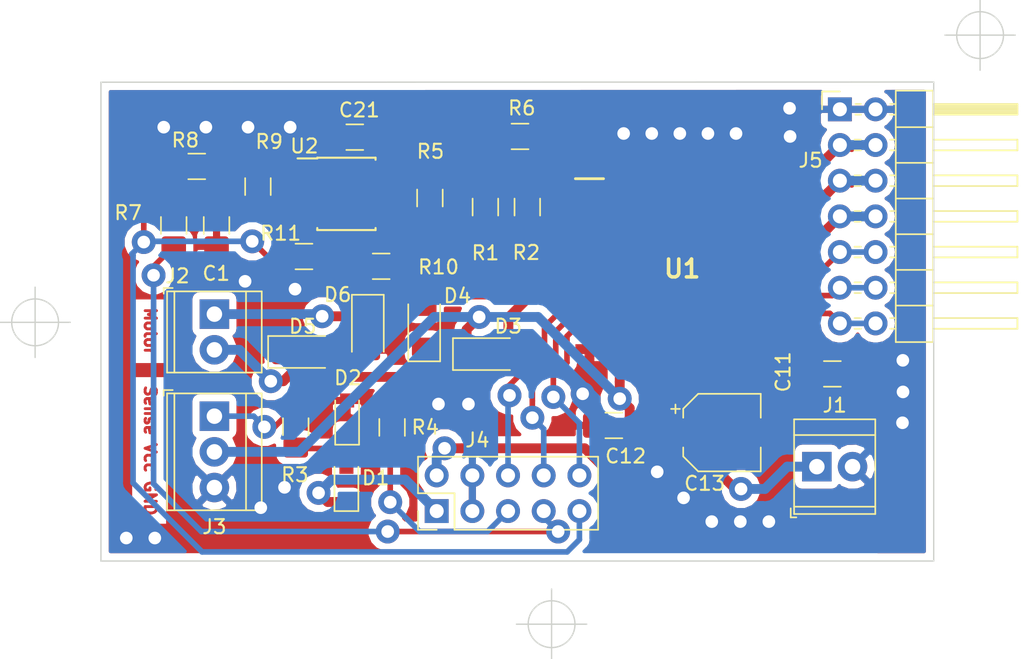
<source format=kicad_pcb>
(kicad_pcb (version 20171130) (host pcbnew 5.0.2-bee76a0~70~ubuntu18.04.1)

  (general
    (thickness 1.6)
    (drawings 10)
    (tracks 266)
    (zones 0)
    (modules 29)
    (nets 28)
  )

  (page A3)
  (title_block
    (date "15 nov 2012")
  )

  (layers
    (0 F.Cu signal)
    (31 B.Cu signal)
    (32 B.Adhes user)
    (33 F.Adhes user)
    (34 B.Paste user)
    (35 F.Paste user)
    (36 B.SilkS user)
    (37 F.SilkS user)
    (38 B.Mask user)
    (39 F.Mask user)
    (40 Dwgs.User user)
    (41 Cmts.User user)
    (42 Eco1.User user)
    (43 Eco2.User user)
    (44 Edge.Cuts user)
    (45 Margin user)
    (46 B.CrtYd user)
    (47 F.CrtYd user)
    (48 B.Fab user)
    (49 F.Fab user)
  )

  (setup
    (last_trace_width 0.4)
    (trace_clearance 0.4)
    (zone_clearance 0.508)
    (zone_45_only no)
    (trace_min 0.4)
    (segment_width 0.1)
    (edge_width 0.1)
    (via_size 1.7)
    (via_drill 0.9)
    (via_min_size 1.7)
    (via_min_drill 0.9)
    (uvia_size 0.5)
    (uvia_drill 0.1)
    (uvias_allowed no)
    (uvia_min_size 0.5)
    (uvia_min_drill 0.1)
    (pcb_text_width 0.3)
    (pcb_text_size 1 1)
    (mod_edge_width 0.15)
    (mod_text_size 1 1)
    (mod_text_width 0.15)
    (pad_size 1 1)
    (pad_drill 0.65)
    (pad_to_mask_clearance 0)
    (solder_mask_min_width 0.25)
    (aux_axis_origin 200.4445 147.1298)
    (grid_origin 200 150)
    (visible_elements 7FFFFFFF)
    (pcbplotparams
      (layerselection 0x00030_80000001)
      (usegerberextensions true)
      (usegerberattributes false)
      (usegerberadvancedattributes false)
      (creategerberjobfile false)
      (excludeedgelayer true)
      (linewidth 0.150000)
      (plotframeref false)
      (viasonmask false)
      (mode 1)
      (useauxorigin false)
      (hpglpennumber 1)
      (hpglpenspeed 20)
      (hpglpendiameter 15.000000)
      (psnegative false)
      (psa4output false)
      (plotreference true)
      (plotvalue true)
      (plotinvisibletext false)
      (padsonsilk false)
      (subtractmaskfromsilk false)
      (outputformat 1)
      (mirror false)
      (drillshape 1)
      (scaleselection 1)
      (outputdirectory ""))
  )

  (net 0 "")
  (net 1 +3V3)
  (net 2 +5V)
  (net 3 GND)
  (net 4 "Net-(U1-Pad3)")
  (net 5 "Net-(U1-Pad18)")
  (net 6 "Net-(J3-Pad1)")
  (net 7 +12V)
  (net 8 "Net-(C1-Pad1)")
  (net 9 "Net-(R5-Pad1)")
  (net 10 "Net-(R1-Pad1)")
  (net 11 "Net-(D4-Pad2)")
  (net 12 "Net-(D3-Pad2)")
  (net 13 "Net-(R10-Pad1)")
  (net 14 "Net-(R10-Pad2)")
  (net 15 "Net-(R8-Pad1)")
  (net 16 /COMP_OUT)
  (net 17 /COMP_IN)
  (net 18 /PROX_OUT)
  (net 19 /INPUT1)
  (net 20 /ENABLE)
  (net 21 /INPUT2)
  (net 22 /INPUT_3)
  (net 23 /ENABLE_B)
  (net 24 /INPUT4)
  (net 25 /OUT3)
  (net 26 /OUT4)
  (net 27 /SENSE_B)

  (net_class Default "This is the default net class."
    (clearance 0.4)
    (trace_width 0.4)
    (via_dia 1.7)
    (via_drill 0.9)
    (uvia_dia 0.5)
    (uvia_drill 0.1)
    (diff_pair_gap 0.4)
    (diff_pair_width 0.4)
    (add_net /COMP_IN)
    (add_net /COMP_OUT)
    (add_net /ENABLE)
    (add_net /ENABLE_B)
    (add_net /INPUT1)
    (add_net /INPUT2)
    (add_net /INPUT4)
    (add_net /INPUT_3)
    (add_net /PROX_OUT)
    (add_net GND)
    (add_net "Net-(C1-Pad1)")
    (add_net "Net-(J3-Pad1)")
    (add_net "Net-(R10-Pad1)")
    (add_net "Net-(R10-Pad2)")
    (add_net "Net-(R5-Pad1)")
    (add_net "Net-(R8-Pad1)")
    (add_net "Net-(U1-Pad18)")
    (add_net "Net-(U1-Pad3)")
  )

  (net_class Power ""
    (clearance 0.4)
    (trace_width 0.7)
    (via_dia 1.7)
    (via_drill 0.9)
    (uvia_dia 0.5)
    (uvia_drill 0.1)
    (diff_pair_gap 0.4)
    (diff_pair_width 0.4)
    (add_net +12V)
    (add_net +3V3)
    (add_net +5V)
    (add_net /OUT3)
    (add_net /OUT4)
    (add_net /SENSE_B)
    (add_net "Net-(D3-Pad2)")
    (add_net "Net-(D4-Pad2)")
    (add_net "Net-(R1-Pad1)")
  )

  (module Resistor_SMD:R_1206_3216Metric_Pad1.42x1.75mm_HandSolder (layer F.Cu) (tedit 5B301BBD) (tstamp 5E1C26DF)
    (at 219.5834 120.9551)
    (descr "Resistor SMD 1206 (3216 Metric), square (rectangular) end terminal, IPC_7351 nominal with elongated pad for handsoldering. (Body size source: http://www.tortai-tech.com/upload/download/2011102023233369053.pdf), generated with kicad-footprint-generator")
    (tags "resistor handsolder")
    (path /5E10393F)
    (attr smd)
    (fp_text reference R11 (at -1.6637 -1.651) (layer F.SilkS)
      (effects (font (size 1 1) (thickness 0.15)))
    )
    (fp_text value 9k (at 0 1.82) (layer F.Fab)
      (effects (font (size 1 1) (thickness 0.15)))
    )
    (fp_line (start -1.6 0.8) (end -1.6 -0.8) (layer F.Fab) (width 0.1))
    (fp_line (start -1.6 -0.8) (end 1.6 -0.8) (layer F.Fab) (width 0.1))
    (fp_line (start 1.6 -0.8) (end 1.6 0.8) (layer F.Fab) (width 0.1))
    (fp_line (start 1.6 0.8) (end -1.6 0.8) (layer F.Fab) (width 0.1))
    (fp_line (start -0.602064 -0.91) (end 0.602064 -0.91) (layer F.SilkS) (width 0.12))
    (fp_line (start -0.602064 0.91) (end 0.602064 0.91) (layer F.SilkS) (width 0.12))
    (fp_line (start -2.45 1.12) (end -2.45 -1.12) (layer F.CrtYd) (width 0.05))
    (fp_line (start -2.45 -1.12) (end 2.45 -1.12) (layer F.CrtYd) (width 0.05))
    (fp_line (start 2.45 -1.12) (end 2.45 1.12) (layer F.CrtYd) (width 0.05))
    (fp_line (start 2.45 1.12) (end -2.45 1.12) (layer F.CrtYd) (width 0.05))
    (fp_text user %R (at 0 0) (layer F.Fab)
      (effects (font (size 0.8 0.8) (thickness 0.12)))
    )
    (pad 1 smd roundrect (at -1.4875 0) (size 1.425 1.75) (layers F.Cu F.Paste F.Mask) (roundrect_rratio 0.175439)
      (net 16 /COMP_OUT))
    (pad 2 smd roundrect (at 1.4875 0) (size 1.425 1.75) (layers F.Cu F.Paste F.Mask) (roundrect_rratio 0.175439)
      (net 3 GND))
    (model ${KISYS3DMOD}/Resistor_SMD.3dshapes/R_1206_3216Metric.wrl
      (at (xyz 0 0 0))
      (scale (xyz 1 1 1))
      (rotate (xyz 0 0 0))
    )
  )

  (module Connector_PinHeader_2.54mm:PinHeader_2x07_P2.54mm_Horizontal (layer F.Cu) (tedit 59FED5CB) (tstamp 5E075591)
    (at 257.7342 110.4776)
    (descr "Through hole angled pin header, 2x07, 2.54mm pitch, 6mm pin length, double rows")
    (tags "Through hole angled pin header THT 2x07 2.54mm double row")
    (path /5DF8B535)
    (fp_text reference J5 (at -2.0828 3.6322) (layer F.SilkS)
      (effects (font (size 1 1) (thickness 0.15)))
    )
    (fp_text value Extension (at 5.655 17.51) (layer F.Fab)
      (effects (font (size 1 1) (thickness 0.15)))
    )
    (fp_line (start 4.675 -1.27) (end 6.58 -1.27) (layer F.Fab) (width 0.1))
    (fp_line (start 6.58 -1.27) (end 6.58 16.51) (layer F.Fab) (width 0.1))
    (fp_line (start 6.58 16.51) (end 4.04 16.51) (layer F.Fab) (width 0.1))
    (fp_line (start 4.04 16.51) (end 4.04 -0.635) (layer F.Fab) (width 0.1))
    (fp_line (start 4.04 -0.635) (end 4.675 -1.27) (layer F.Fab) (width 0.1))
    (fp_line (start -0.32 -0.32) (end 4.04 -0.32) (layer F.Fab) (width 0.1))
    (fp_line (start -0.32 -0.32) (end -0.32 0.32) (layer F.Fab) (width 0.1))
    (fp_line (start -0.32 0.32) (end 4.04 0.32) (layer F.Fab) (width 0.1))
    (fp_line (start 6.58 -0.32) (end 12.58 -0.32) (layer F.Fab) (width 0.1))
    (fp_line (start 12.58 -0.32) (end 12.58 0.32) (layer F.Fab) (width 0.1))
    (fp_line (start 6.58 0.32) (end 12.58 0.32) (layer F.Fab) (width 0.1))
    (fp_line (start -0.32 2.22) (end 4.04 2.22) (layer F.Fab) (width 0.1))
    (fp_line (start -0.32 2.22) (end -0.32 2.86) (layer F.Fab) (width 0.1))
    (fp_line (start -0.32 2.86) (end 4.04 2.86) (layer F.Fab) (width 0.1))
    (fp_line (start 6.58 2.22) (end 12.58 2.22) (layer F.Fab) (width 0.1))
    (fp_line (start 12.58 2.22) (end 12.58 2.86) (layer F.Fab) (width 0.1))
    (fp_line (start 6.58 2.86) (end 12.58 2.86) (layer F.Fab) (width 0.1))
    (fp_line (start -0.32 4.76) (end 4.04 4.76) (layer F.Fab) (width 0.1))
    (fp_line (start -0.32 4.76) (end -0.32 5.4) (layer F.Fab) (width 0.1))
    (fp_line (start -0.32 5.4) (end 4.04 5.4) (layer F.Fab) (width 0.1))
    (fp_line (start 6.58 4.76) (end 12.58 4.76) (layer F.Fab) (width 0.1))
    (fp_line (start 12.58 4.76) (end 12.58 5.4) (layer F.Fab) (width 0.1))
    (fp_line (start 6.58 5.4) (end 12.58 5.4) (layer F.Fab) (width 0.1))
    (fp_line (start -0.32 7.3) (end 4.04 7.3) (layer F.Fab) (width 0.1))
    (fp_line (start -0.32 7.3) (end -0.32 7.94) (layer F.Fab) (width 0.1))
    (fp_line (start -0.32 7.94) (end 4.04 7.94) (layer F.Fab) (width 0.1))
    (fp_line (start 6.58 7.3) (end 12.58 7.3) (layer F.Fab) (width 0.1))
    (fp_line (start 12.58 7.3) (end 12.58 7.94) (layer F.Fab) (width 0.1))
    (fp_line (start 6.58 7.94) (end 12.58 7.94) (layer F.Fab) (width 0.1))
    (fp_line (start -0.32 9.84) (end 4.04 9.84) (layer F.Fab) (width 0.1))
    (fp_line (start -0.32 9.84) (end -0.32 10.48) (layer F.Fab) (width 0.1))
    (fp_line (start -0.32 10.48) (end 4.04 10.48) (layer F.Fab) (width 0.1))
    (fp_line (start 6.58 9.84) (end 12.58 9.84) (layer F.Fab) (width 0.1))
    (fp_line (start 12.58 9.84) (end 12.58 10.48) (layer F.Fab) (width 0.1))
    (fp_line (start 6.58 10.48) (end 12.58 10.48) (layer F.Fab) (width 0.1))
    (fp_line (start -0.32 12.38) (end 4.04 12.38) (layer F.Fab) (width 0.1))
    (fp_line (start -0.32 12.38) (end -0.32 13.02) (layer F.Fab) (width 0.1))
    (fp_line (start -0.32 13.02) (end 4.04 13.02) (layer F.Fab) (width 0.1))
    (fp_line (start 6.58 12.38) (end 12.58 12.38) (layer F.Fab) (width 0.1))
    (fp_line (start 12.58 12.38) (end 12.58 13.02) (layer F.Fab) (width 0.1))
    (fp_line (start 6.58 13.02) (end 12.58 13.02) (layer F.Fab) (width 0.1))
    (fp_line (start -0.32 14.92) (end 4.04 14.92) (layer F.Fab) (width 0.1))
    (fp_line (start -0.32 14.92) (end -0.32 15.56) (layer F.Fab) (width 0.1))
    (fp_line (start -0.32 15.56) (end 4.04 15.56) (layer F.Fab) (width 0.1))
    (fp_line (start 6.58 14.92) (end 12.58 14.92) (layer F.Fab) (width 0.1))
    (fp_line (start 12.58 14.92) (end 12.58 15.56) (layer F.Fab) (width 0.1))
    (fp_line (start 6.58 15.56) (end 12.58 15.56) (layer F.Fab) (width 0.1))
    (fp_line (start 3.98 -1.33) (end 3.98 16.57) (layer F.SilkS) (width 0.12))
    (fp_line (start 3.98 16.57) (end 6.64 16.57) (layer F.SilkS) (width 0.12))
    (fp_line (start 6.64 16.57) (end 6.64 -1.33) (layer F.SilkS) (width 0.12))
    (fp_line (start 6.64 -1.33) (end 3.98 -1.33) (layer F.SilkS) (width 0.12))
    (fp_line (start 6.64 -0.38) (end 12.64 -0.38) (layer F.SilkS) (width 0.12))
    (fp_line (start 12.64 -0.38) (end 12.64 0.38) (layer F.SilkS) (width 0.12))
    (fp_line (start 12.64 0.38) (end 6.64 0.38) (layer F.SilkS) (width 0.12))
    (fp_line (start 6.64 -0.32) (end 12.64 -0.32) (layer F.SilkS) (width 0.12))
    (fp_line (start 6.64 -0.2) (end 12.64 -0.2) (layer F.SilkS) (width 0.12))
    (fp_line (start 6.64 -0.08) (end 12.64 -0.08) (layer F.SilkS) (width 0.12))
    (fp_line (start 6.64 0.04) (end 12.64 0.04) (layer F.SilkS) (width 0.12))
    (fp_line (start 6.64 0.16) (end 12.64 0.16) (layer F.SilkS) (width 0.12))
    (fp_line (start 6.64 0.28) (end 12.64 0.28) (layer F.SilkS) (width 0.12))
    (fp_line (start 3.582929 -0.38) (end 3.98 -0.38) (layer F.SilkS) (width 0.12))
    (fp_line (start 3.582929 0.38) (end 3.98 0.38) (layer F.SilkS) (width 0.12))
    (fp_line (start 1.11 -0.38) (end 1.497071 -0.38) (layer F.SilkS) (width 0.12))
    (fp_line (start 1.11 0.38) (end 1.497071 0.38) (layer F.SilkS) (width 0.12))
    (fp_line (start 3.98 1.27) (end 6.64 1.27) (layer F.SilkS) (width 0.12))
    (fp_line (start 6.64 2.16) (end 12.64 2.16) (layer F.SilkS) (width 0.12))
    (fp_line (start 12.64 2.16) (end 12.64 2.92) (layer F.SilkS) (width 0.12))
    (fp_line (start 12.64 2.92) (end 6.64 2.92) (layer F.SilkS) (width 0.12))
    (fp_line (start 3.582929 2.16) (end 3.98 2.16) (layer F.SilkS) (width 0.12))
    (fp_line (start 3.582929 2.92) (end 3.98 2.92) (layer F.SilkS) (width 0.12))
    (fp_line (start 1.042929 2.16) (end 1.497071 2.16) (layer F.SilkS) (width 0.12))
    (fp_line (start 1.042929 2.92) (end 1.497071 2.92) (layer F.SilkS) (width 0.12))
    (fp_line (start 3.98 3.81) (end 6.64 3.81) (layer F.SilkS) (width 0.12))
    (fp_line (start 6.64 4.7) (end 12.64 4.7) (layer F.SilkS) (width 0.12))
    (fp_line (start 12.64 4.7) (end 12.64 5.46) (layer F.SilkS) (width 0.12))
    (fp_line (start 12.64 5.46) (end 6.64 5.46) (layer F.SilkS) (width 0.12))
    (fp_line (start 3.582929 4.7) (end 3.98 4.7) (layer F.SilkS) (width 0.12))
    (fp_line (start 3.582929 5.46) (end 3.98 5.46) (layer F.SilkS) (width 0.12))
    (fp_line (start 1.042929 4.7) (end 1.497071 4.7) (layer F.SilkS) (width 0.12))
    (fp_line (start 1.042929 5.46) (end 1.497071 5.46) (layer F.SilkS) (width 0.12))
    (fp_line (start 3.98 6.35) (end 6.64 6.35) (layer F.SilkS) (width 0.12))
    (fp_line (start 6.64 7.24) (end 12.64 7.24) (layer F.SilkS) (width 0.12))
    (fp_line (start 12.64 7.24) (end 12.64 8) (layer F.SilkS) (width 0.12))
    (fp_line (start 12.64 8) (end 6.64 8) (layer F.SilkS) (width 0.12))
    (fp_line (start 3.582929 7.24) (end 3.98 7.24) (layer F.SilkS) (width 0.12))
    (fp_line (start 3.582929 8) (end 3.98 8) (layer F.SilkS) (width 0.12))
    (fp_line (start 1.042929 7.24) (end 1.497071 7.24) (layer F.SilkS) (width 0.12))
    (fp_line (start 1.042929 8) (end 1.497071 8) (layer F.SilkS) (width 0.12))
    (fp_line (start 3.98 8.89) (end 6.64 8.89) (layer F.SilkS) (width 0.12))
    (fp_line (start 6.64 9.78) (end 12.64 9.78) (layer F.SilkS) (width 0.12))
    (fp_line (start 12.64 9.78) (end 12.64 10.54) (layer F.SilkS) (width 0.12))
    (fp_line (start 12.64 10.54) (end 6.64 10.54) (layer F.SilkS) (width 0.12))
    (fp_line (start 3.582929 9.78) (end 3.98 9.78) (layer F.SilkS) (width 0.12))
    (fp_line (start 3.582929 10.54) (end 3.98 10.54) (layer F.SilkS) (width 0.12))
    (fp_line (start 1.042929 9.78) (end 1.497071 9.78) (layer F.SilkS) (width 0.12))
    (fp_line (start 1.042929 10.54) (end 1.497071 10.54) (layer F.SilkS) (width 0.12))
    (fp_line (start 3.98 11.43) (end 6.64 11.43) (layer F.SilkS) (width 0.12))
    (fp_line (start 6.64 12.32) (end 12.64 12.32) (layer F.SilkS) (width 0.12))
    (fp_line (start 12.64 12.32) (end 12.64 13.08) (layer F.SilkS) (width 0.12))
    (fp_line (start 12.64 13.08) (end 6.64 13.08) (layer F.SilkS) (width 0.12))
    (fp_line (start 3.582929 12.32) (end 3.98 12.32) (layer F.SilkS) (width 0.12))
    (fp_line (start 3.582929 13.08) (end 3.98 13.08) (layer F.SilkS) (width 0.12))
    (fp_line (start 1.042929 12.32) (end 1.497071 12.32) (layer F.SilkS) (width 0.12))
    (fp_line (start 1.042929 13.08) (end 1.497071 13.08) (layer F.SilkS) (width 0.12))
    (fp_line (start 3.98 13.97) (end 6.64 13.97) (layer F.SilkS) (width 0.12))
    (fp_line (start 6.64 14.86) (end 12.64 14.86) (layer F.SilkS) (width 0.12))
    (fp_line (start 12.64 14.86) (end 12.64 15.62) (layer F.SilkS) (width 0.12))
    (fp_line (start 12.64 15.62) (end 6.64 15.62) (layer F.SilkS) (width 0.12))
    (fp_line (start 3.582929 14.86) (end 3.98 14.86) (layer F.SilkS) (width 0.12))
    (fp_line (start 3.582929 15.62) (end 3.98 15.62) (layer F.SilkS) (width 0.12))
    (fp_line (start 1.042929 14.86) (end 1.497071 14.86) (layer F.SilkS) (width 0.12))
    (fp_line (start 1.042929 15.62) (end 1.497071 15.62) (layer F.SilkS) (width 0.12))
    (fp_line (start -1.27 0) (end -1.27 -1.27) (layer F.SilkS) (width 0.12))
    (fp_line (start -1.27 -1.27) (end 0 -1.27) (layer F.SilkS) (width 0.12))
    (fp_line (start -1.8 -1.8) (end -1.8 17.05) (layer F.CrtYd) (width 0.05))
    (fp_line (start -1.8 17.05) (end 13.1 17.05) (layer F.CrtYd) (width 0.05))
    (fp_line (start 13.1 17.05) (end 13.1 -1.8) (layer F.CrtYd) (width 0.05))
    (fp_line (start 13.1 -1.8) (end -1.8 -1.8) (layer F.CrtYd) (width 0.05))
    (fp_text user %R (at 5.31 7.62 90) (layer F.Fab)
      (effects (font (size 1 1) (thickness 0.15)))
    )
    (pad 1 thru_hole rect (at 0 0) (size 1.7 1.7) (drill 1) (layers *.Cu *.Mask)
      (net 3 GND))
    (pad 2 thru_hole oval (at 2.54 0) (size 1.7 1.7) (drill 1) (layers *.Cu *.Mask)
      (net 3 GND))
    (pad 3 thru_hole oval (at 0 2.54) (size 1.7 1.7) (drill 1) (layers *.Cu *.Mask)
      (net 27 /SENSE_B))
    (pad 4 thru_hole oval (at 2.54 2.54) (size 1.7 1.7) (drill 1) (layers *.Cu *.Mask)
      (net 27 /SENSE_B))
    (pad 5 thru_hole oval (at 0 5.08) (size 1.7 1.7) (drill 1) (layers *.Cu *.Mask)
      (net 26 /OUT4))
    (pad 6 thru_hole oval (at 2.54 5.08) (size 1.7 1.7) (drill 1) (layers *.Cu *.Mask)
      (net 26 /OUT4))
    (pad 7 thru_hole oval (at 0 7.62) (size 1.7 1.7) (drill 1) (layers *.Cu *.Mask)
      (net 25 /OUT3))
    (pad 8 thru_hole oval (at 2.54 7.62) (size 1.7 1.7) (drill 1) (layers *.Cu *.Mask)
      (net 25 /OUT3))
    (pad 9 thru_hole oval (at 0 10.16) (size 1.7 1.7) (drill 1) (layers *.Cu *.Mask)
      (net 24 /INPUT4))
    (pad 10 thru_hole oval (at 2.54 10.16) (size 1.7 1.7) (drill 1) (layers *.Cu *.Mask)
      (net 24 /INPUT4))
    (pad 11 thru_hole oval (at 0 12.7) (size 1.7 1.7) (drill 1) (layers *.Cu *.Mask)
      (net 23 /ENABLE_B))
    (pad 12 thru_hole oval (at 2.54 12.7) (size 1.7 1.7) (drill 1) (layers *.Cu *.Mask)
      (net 23 /ENABLE_B))
    (pad 13 thru_hole oval (at 0 15.24) (size 1.7 1.7) (drill 1) (layers *.Cu *.Mask)
      (net 22 /INPUT_3))
    (pad 14 thru_hole oval (at 2.54 15.24) (size 1.7 1.7) (drill 1) (layers *.Cu *.Mask)
      (net 22 /INPUT_3))
    (model ${KISYS3DMOD}/Connector_PinHeader_2.54mm.3dshapes/PinHeader_2x07_P2.54mm_Horizontal.wrl
      (at (xyz 0 0 0))
      (scale (xyz 1 1 1))
      (rotate (xyz 0 0 0))
    )
  )

  (module Connector_PinHeader_2.54mm:PinHeader_2x05_P2.54mm_Vertical (layer F.Cu) (tedit 5DF02001) (tstamp 5DFCBB00)
    (at 229.0322 139.078 90)
    (descr "Through hole straight pin header, 2x05, 2.54mm pitch, double rows")
    (tags "Through hole pin header THT 2x05 2.54mm double row")
    (path /5DF380F0)
    (fp_text reference J4 (at 5.0546 2.8956 180) (layer F.SilkS)
      (effects (font (size 1 1) (thickness 0.15)))
    )
    (fp_text value Conn_02x05_Odd_Even (at 1.27 12.49 90) (layer F.Fab)
      (effects (font (size 1 1) (thickness 0.15)))
    )
    (fp_line (start 0 -1.27) (end 3.81 -1.27) (layer F.Fab) (width 0.1))
    (fp_line (start 3.81 -1.27) (end 3.81 11.43) (layer F.Fab) (width 0.1))
    (fp_line (start 3.81 11.43) (end -1.27 11.43) (layer F.Fab) (width 0.1))
    (fp_line (start -1.27 11.43) (end -1.27 0) (layer F.Fab) (width 0.1))
    (fp_line (start -1.27 0) (end 0 -1.27) (layer F.Fab) (width 0.1))
    (fp_line (start -1.33 11.49) (end 3.87 11.49) (layer F.SilkS) (width 0.12))
    (fp_line (start -1.33 1.27) (end -1.33 11.49) (layer F.SilkS) (width 0.12))
    (fp_line (start 3.87 -1.33) (end 3.87 11.49) (layer F.SilkS) (width 0.12))
    (fp_line (start -1.33 1.27) (end 1.27 1.27) (layer F.SilkS) (width 0.12))
    (fp_line (start 1.27 1.27) (end 1.27 -1.33) (layer F.SilkS) (width 0.12))
    (fp_line (start 1.27 -1.33) (end 3.87 -1.33) (layer F.SilkS) (width 0.12))
    (fp_line (start -1.33 0) (end -1.33 -1.33) (layer F.SilkS) (width 0.12))
    (fp_line (start -1.33 -1.33) (end 0 -1.33) (layer F.SilkS) (width 0.12))
    (fp_line (start -1.8 -1.8) (end -1.8 11.95) (layer F.CrtYd) (width 0.05))
    (fp_line (start -1.8 11.95) (end 4.35 11.95) (layer F.CrtYd) (width 0.05))
    (fp_line (start 4.35 11.95) (end 4.35 -1.8) (layer F.CrtYd) (width 0.05))
    (fp_line (start 4.35 -1.8) (end -1.8 -1.8) (layer F.CrtYd) (width 0.05))
    (fp_text user %R (at 1.27 5.08 180) (layer F.Fab)
      (effects (font (size 1 1) (thickness 0.15)))
    )
    (pad 1 thru_hole rect (at 0 0 90) (size 1.7 1.7) (drill 1) (layers *.Cu *.Mask)
      (net 1 +3V3))
    (pad 2 thru_hole oval (at 2.54 0 90) (size 1.7 1.7) (drill 1) (layers *.Cu *.Mask)
      (net 2 +5V))
    (pad 3 thru_hole oval (at 0 2.54 90) (size 1.7 1.7) (drill 1) (layers *.Cu *.Mask)
      (net 3 GND))
    (pad 4 thru_hole oval (at 2.54 2.54 90) (size 1.7 1.7) (drill 1) (layers *.Cu *.Mask)
      (net 3 GND))
    (pad 5 thru_hole oval (at 0 5.08 90) (size 1.7 1.7) (drill 1) (layers *.Cu *.Mask)
      (net 18 /PROX_OUT))
    (pad 6 thru_hole oval (at 2.54 5.08 90) (size 1.7 1.7) (drill 1) (layers *.Cu *.Mask)
      (net 19 /INPUT1))
    (pad 7 thru_hole oval (at 0 7.62 90) (size 1.7 1.7) (drill 1) (layers *.Cu *.Mask)
      (net 17 /COMP_IN))
    (pad 8 thru_hole oval (at 2.54 7.62 90) (size 1.7 1.7) (drill 1) (layers *.Cu *.Mask)
      (net 20 /ENABLE))
    (pad 9 thru_hole oval (at 0 10.16 90) (size 1.7 1.7) (drill 1) (layers *.Cu *.Mask)
      (net 16 /COMP_OUT))
    (pad 10 thru_hole oval (at 2.54 10.16 90) (size 1.7 1.7) (drill 1) (layers *.Cu *.Mask)
      (net 21 /INPUT2))
    (model ${KISYS3DMOD}/Connector_PinHeader_2.54mm.3dshapes/PinHeader_2x05_P2.54mm_Vertical.wrl
      (at (xyz 0 0 0))
      (scale (xyz 1 1 1))
      (rotate (xyz 0 0 0))
    )
  )

  (module L298P:SOIC127P1420X360-21N (layer F.Cu) (tedit 5DE027E0) (tstamp 5DFAC4AF)
    (at 246.5074 121.8314)
    (descr PowerSO20)
    (tags "Integrated Circuit")
    (path /5DE12AC9)
    (attr smd)
    (fp_text reference U1 (at 0 0) (layer F.SilkS)
      (effects (font (size 1.27 1.27) (thickness 0.254)))
    )
    (fp_text value L298P (at 0 0) (layer F.SilkS) hide
      (effects (font (size 1.27 1.27) (thickness 0.254)))
    )
    (fp_line (start -7.85 -8.25) (end 7.85 -8.25) (layer Dwgs.User) (width 0.05))
    (fp_line (start 7.85 -8.25) (end 7.85 8.25) (layer Dwgs.User) (width 0.05))
    (fp_line (start 7.85 8.25) (end -7.85 8.25) (layer Dwgs.User) (width 0.05))
    (fp_line (start -7.85 8.25) (end -7.85 -8.25) (layer Dwgs.User) (width 0.05))
    (fp_line (start -5.5 -7.95) (end 5.5 -7.95) (layer Dwgs.User) (width 0.1))
    (fp_line (start 5.5 -7.95) (end 5.5 7.95) (layer Dwgs.User) (width 0.1))
    (fp_line (start 5.5 7.95) (end -5.5 7.95) (layer Dwgs.User) (width 0.1))
    (fp_line (start -5.5 7.95) (end -5.5 -7.95) (layer Dwgs.User) (width 0.1))
    (fp_line (start -5.5 -6.68) (end -4.23 -7.95) (layer Dwgs.User) (width 0.1))
    (fp_line (start -7.6 -6.415) (end -5.6 -6.415) (layer F.SilkS) (width 0.2))
    (pad 1 smd rect (at -6.6 -5.715 90) (size 0.7 2) (layers F.Cu F.Paste F.Mask)
      (net 3 GND))
    (pad 2 smd rect (at -6.6 -4.445 90) (size 0.7 2) (layers F.Cu F.Paste F.Mask)
      (net 10 "Net-(R1-Pad1)"))
    (pad 3 smd rect (at -6.6 -3.175 90) (size 0.7 2) (layers F.Cu F.Paste F.Mask)
      (net 4 "Net-(U1-Pad3)"))
    (pad 4 smd rect (at -6.6 -1.905 90) (size 0.7 2) (layers F.Cu F.Paste F.Mask)
      (net 11 "Net-(D4-Pad2)"))
    (pad 5 smd rect (at -6.6 -0.635 90) (size 0.7 2) (layers F.Cu F.Paste F.Mask)
      (net 12 "Net-(D3-Pad2)"))
    (pad 6 smd rect (at -6.6 0.635 90) (size 0.7 2) (layers F.Cu F.Paste F.Mask)
      (net 7 +12V))
    (pad 7 smd rect (at -6.6 1.905 90) (size 0.7 2) (layers F.Cu F.Paste F.Mask)
      (net 19 /INPUT1))
    (pad 8 smd rect (at -6.6 3.175 90) (size 0.7 2) (layers F.Cu F.Paste F.Mask)
      (net 20 /ENABLE))
    (pad 9 smd rect (at -6.6 4.445 90) (size 0.7 2) (layers F.Cu F.Paste F.Mask)
      (net 21 /INPUT2))
    (pad 10 smd rect (at -6.6 5.715 90) (size 0.7 2) (layers F.Cu F.Paste F.Mask)
      (net 3 GND))
    (pad 11 smd rect (at 6.6 5.715 90) (size 0.7 2) (layers F.Cu F.Paste F.Mask)
      (net 3 GND))
    (pad 12 smd rect (at 6.6 4.445 90) (size 0.7 2) (layers F.Cu F.Paste F.Mask)
      (net 2 +5V))
    (pad 13 smd rect (at 6.6 3.175 90) (size 0.7 2) (layers F.Cu F.Paste F.Mask)
      (net 22 /INPUT_3))
    (pad 14 smd rect (at 6.6 1.905 90) (size 0.7 2) (layers F.Cu F.Paste F.Mask)
      (net 23 /ENABLE_B))
    (pad 15 smd rect (at 6.6 0.635 90) (size 0.7 2) (layers F.Cu F.Paste F.Mask)
      (net 24 /INPUT4))
    (pad 16 smd rect (at 6.6 -0.635 90) (size 0.7 2) (layers F.Cu F.Paste F.Mask)
      (net 25 /OUT3))
    (pad 17 smd rect (at 6.6 -1.905 90) (size 0.7 2) (layers F.Cu F.Paste F.Mask)
      (net 26 /OUT4))
    (pad 18 smd rect (at 6.6 -3.175 90) (size 0.7 2) (layers F.Cu F.Paste F.Mask)
      (net 5 "Net-(U1-Pad18)"))
    (pad 19 smd rect (at 6.6 -4.445 90) (size 0.7 2) (layers F.Cu F.Paste F.Mask)
      (net 27 /SENSE_B))
    (pad 20 smd rect (at 6.6 -5.715 90) (size 0.7 2) (layers F.Cu F.Paste F.Mask)
      (net 3 GND))
    (pad 21 smd rect (at 0 0) (size 6.2 9.8) (layers F.Cu F.Paste F.Mask)
      (net 3 GND))
    (model /home/d/kicad/libraries/component_searchengine/LIB_L298P/L298P/3D/L298P.stl
      (at (xyz 0 0 0))
      (scale (xyz 1 1 1))
      (rotate (xyz 0 0 0))
    )
    (model /home/d/kicad/libraries/component_searchengine/LIB_L298P/L298P/3D/L298P.stp
      (at (xyz 0 0 0))
      (scale (xyz 1 1 1))
      (rotate (xyz 0 0 0))
    )
    (model /home/d/kicad/libraries/component_searchengine/L298P/3D/L298P.stp
      (at (xyz 0 0 0))
      (scale (xyz 1 1 1))
      (rotate (xyz 0 0 0))
    )
  )

  (module TerminalBlock_TE-Connectivity:TerminalBlock_TE_282834-2_1x02_P2.54mm_Horizontal (layer F.Cu) (tedit 5B1EC513) (tstamp 5DFACEBE)
    (at 213.208 125.0572 270)
    (descr "Terminal Block TE 282834-2, 2 pins, pitch 2.54mm, size 5.54x6.5mm^2, drill diamater 1.1mm, pad diameter 2.1mm, see http://www.te.com/commerce/DocumentDelivery/DDEController?Action=showdoc&DocId=Customer+Drawing%7F282834%7FC1%7Fpdf%7FEnglish%7FENG_CD_282834_C1.pdf, script-generated using https://github.com/pointhi/kicad-footprint-generator/scripts/TerminalBlock_TE-Connectivity")
    (tags "THT Terminal Block TE 282834-2 pitch 2.54mm size 5.54x6.5mm^2 drill 1.1mm pad 2.1mm")
    (path /5DE77EDD)
    (fp_text reference J2 (at -2.7178 2.6289) (layer F.SilkS)
      (effects (font (size 1 1) (thickness 0.15)))
    )
    (fp_text value Screw_Terminal_01x02 (at 1.27 4.37 270) (layer F.Fab)
      (effects (font (size 1 1) (thickness 0.15)))
    )
    (fp_text user %R (at 1.27 2 270) (layer F.Fab)
      (effects (font (size 1 1) (thickness 0.15)))
    )
    (fp_line (start 4.54 -3.75) (end -2 -3.75) (layer F.CrtYd) (width 0.05))
    (fp_line (start 4.54 3.75) (end 4.54 -3.75) (layer F.CrtYd) (width 0.05))
    (fp_line (start -2 3.75) (end 4.54 3.75) (layer F.CrtYd) (width 0.05))
    (fp_line (start -2 -3.75) (end -2 3.75) (layer F.CrtYd) (width 0.05))
    (fp_line (start -1.86 3.61) (end -1.46 3.61) (layer F.SilkS) (width 0.12))
    (fp_line (start -1.86 2.97) (end -1.86 3.61) (layer F.SilkS) (width 0.12))
    (fp_line (start 3.241 -0.835) (end 1.706 0.7) (layer F.Fab) (width 0.1))
    (fp_line (start 3.375 -0.7) (end 1.84 0.835) (layer F.Fab) (width 0.1))
    (fp_line (start 0.701 -0.835) (end -0.835 0.7) (layer F.Fab) (width 0.1))
    (fp_line (start 0.835 -0.7) (end -0.701 0.835) (layer F.Fab) (width 0.1))
    (fp_line (start 4.16 -3.37) (end 4.16 3.37) (layer F.SilkS) (width 0.12))
    (fp_line (start -1.62 -3.37) (end -1.62 3.37) (layer F.SilkS) (width 0.12))
    (fp_line (start -1.62 3.37) (end 4.16 3.37) (layer F.SilkS) (width 0.12))
    (fp_line (start -1.62 -3.37) (end 4.16 -3.37) (layer F.SilkS) (width 0.12))
    (fp_line (start -1.62 -2.25) (end 4.16 -2.25) (layer F.SilkS) (width 0.12))
    (fp_line (start -1.5 -2.25) (end 4.04 -2.25) (layer F.Fab) (width 0.1))
    (fp_line (start -1.62 2.85) (end 4.16 2.85) (layer F.SilkS) (width 0.12))
    (fp_line (start -1.5 2.85) (end 4.04 2.85) (layer F.Fab) (width 0.1))
    (fp_line (start -1.5 2.85) (end -1.5 -3.25) (layer F.Fab) (width 0.1))
    (fp_line (start -1.1 3.25) (end -1.5 2.85) (layer F.Fab) (width 0.1))
    (fp_line (start 4.04 3.25) (end -1.1 3.25) (layer F.Fab) (width 0.1))
    (fp_line (start 4.04 -3.25) (end 4.04 3.25) (layer F.Fab) (width 0.1))
    (fp_line (start -1.5 -3.25) (end 4.04 -3.25) (layer F.Fab) (width 0.1))
    (fp_circle (center 2.54 0) (end 3.64 0) (layer F.Fab) (width 0.1))
    (fp_circle (center 0 0) (end 1.1 0) (layer F.Fab) (width 0.1))
    (pad 2 thru_hole circle (at 2.54 0 270) (size 2.1 2.1) (drill 1.1) (layers *.Cu *.Mask)
      (net 12 "Net-(D3-Pad2)"))
    (pad 1 thru_hole rect (at 0 0 270) (size 2.1 2.1) (drill 1.1) (layers *.Cu *.Mask)
      (net 11 "Net-(D4-Pad2)"))
    (model ${KISYS3DMOD}/TerminalBlock_TE-Connectivity.3dshapes/TerminalBlock_TE_282834-2_1x02_P2.54mm_Horizontal.wrl
      (at (xyz 0 0 0))
      (scale (xyz 1 1 1))
      (rotate (xyz 0 0 0))
    )
    (model /home/d/kicad/libraries/component_searchengine/282834-2/3D/282834-2.stp
      (offset (xyz 1.35 0 10))
      (scale (xyz 1 1 1))
      (rotate (xyz 0 0 0))
    )
    (model /home/d/kicad/libraries/component_searchengine/282834-2/3D/282834-2.wrl
      (at (xyz 0 0 0))
      (scale (xyz 1 1 1))
      (rotate (xyz 0 0 0))
    )
  )

  (module TerminalBlock_TE-Connectivity:TerminalBlock_TE_282834-2_1x02_P2.54mm_Horizontal (layer F.Cu) (tedit 5B1EC513) (tstamp 5DFACE9F)
    (at 256.0959 135.9157)
    (descr "Terminal Block TE 282834-2, 2 pins, pitch 2.54mm, size 5.54x6.5mm^2, drill diamater 1.1mm, pad diameter 2.1mm, see http://www.te.com/commerce/DocumentDelivery/DDEController?Action=showdoc&DocId=Customer+Drawing%7F282834%7FC1%7Fpdf%7FEnglish%7FENG_CD_282834_C1.pdf, script-generated using https://github.com/pointhi/kicad-footprint-generator/scripts/TerminalBlock_TE-Connectivity")
    (tags "THT Terminal Block TE 282834-2 pitch 2.54mm size 5.54x6.5mm^2 drill 1.1mm pad 2.1mm")
    (path /5DE77DE2)
    (fp_text reference J1 (at 1.27 -4.37) (layer F.SilkS)
      (effects (font (size 1 1) (thickness 0.15)))
    )
    (fp_text value Screw_Terminal_01x02 (at 1.27 4.37) (layer F.Fab)
      (effects (font (size 1 1) (thickness 0.15)))
    )
    (fp_circle (center 0 0) (end 1.1 0) (layer F.Fab) (width 0.1))
    (fp_circle (center 2.54 0) (end 3.64 0) (layer F.Fab) (width 0.1))
    (fp_line (start -1.5 -3.25) (end 4.04 -3.25) (layer F.Fab) (width 0.1))
    (fp_line (start 4.04 -3.25) (end 4.04 3.25) (layer F.Fab) (width 0.1))
    (fp_line (start 4.04 3.25) (end -1.1 3.25) (layer F.Fab) (width 0.1))
    (fp_line (start -1.1 3.25) (end -1.5 2.85) (layer F.Fab) (width 0.1))
    (fp_line (start -1.5 2.85) (end -1.5 -3.25) (layer F.Fab) (width 0.1))
    (fp_line (start -1.5 2.85) (end 4.04 2.85) (layer F.Fab) (width 0.1))
    (fp_line (start -1.62 2.85) (end 4.16 2.85) (layer F.SilkS) (width 0.12))
    (fp_line (start -1.5 -2.25) (end 4.04 -2.25) (layer F.Fab) (width 0.1))
    (fp_line (start -1.62 -2.25) (end 4.16 -2.25) (layer F.SilkS) (width 0.12))
    (fp_line (start -1.62 -3.37) (end 4.16 -3.37) (layer F.SilkS) (width 0.12))
    (fp_line (start -1.62 3.37) (end 4.16 3.37) (layer F.SilkS) (width 0.12))
    (fp_line (start -1.62 -3.37) (end -1.62 3.37) (layer F.SilkS) (width 0.12))
    (fp_line (start 4.16 -3.37) (end 4.16 3.37) (layer F.SilkS) (width 0.12))
    (fp_line (start 0.835 -0.7) (end -0.701 0.835) (layer F.Fab) (width 0.1))
    (fp_line (start 0.701 -0.835) (end -0.835 0.7) (layer F.Fab) (width 0.1))
    (fp_line (start 3.375 -0.7) (end 1.84 0.835) (layer F.Fab) (width 0.1))
    (fp_line (start 3.241 -0.835) (end 1.706 0.7) (layer F.Fab) (width 0.1))
    (fp_line (start -1.86 2.97) (end -1.86 3.61) (layer F.SilkS) (width 0.12))
    (fp_line (start -1.86 3.61) (end -1.46 3.61) (layer F.SilkS) (width 0.12))
    (fp_line (start -2 -3.75) (end -2 3.75) (layer F.CrtYd) (width 0.05))
    (fp_line (start -2 3.75) (end 4.54 3.75) (layer F.CrtYd) (width 0.05))
    (fp_line (start 4.54 3.75) (end 4.54 -3.75) (layer F.CrtYd) (width 0.05))
    (fp_line (start 4.54 -3.75) (end -2 -3.75) (layer F.CrtYd) (width 0.05))
    (fp_text user %R (at 1.27 2) (layer F.Fab)
      (effects (font (size 1 1) (thickness 0.15)))
    )
    (pad 1 thru_hole rect (at 0 0) (size 2.1 2.1) (drill 1.1) (layers *.Cu *.Mask)
      (net 7 +12V))
    (pad 2 thru_hole circle (at 2.54 0) (size 2.1 2.1) (drill 1.1) (layers *.Cu *.Mask)
      (net 3 GND))
    (model ${KISYS3DMOD}/TerminalBlock_TE-Connectivity.3dshapes/TerminalBlock_TE_282834-2_1x02_P2.54mm_Horizontal.wrl
      (at (xyz 0 0 0))
      (scale (xyz 1 1 1))
      (rotate (xyz 0 0 0))
    )
    (model /home/d/kicad/libraries/component_searchengine/282834-2/3D/282834-2.stp
      (offset (xyz 1.4 0 10))
      (scale (xyz 1 1 1))
      (rotate (xyz 0 0 0))
    )
  )

  (module TerminalBlock_TE-Connectivity:TerminalBlock_TE_282834-3_1x03_P2.54mm_Horizontal (layer F.Cu) (tedit 5B1EC513) (tstamp 5DEFF893)
    (at 213.208 132.3216 270)
    (descr "Terminal Block TE 282834-3, 3 pins, pitch 2.54mm, size 8.08x6.5mm^2, drill diamater 1.1mm, pad diameter 2.1mm, see http://www.te.com/commerce/DocumentDelivery/DDEController?Action=showdoc&DocId=Customer+Drawing%7F282834%7FC1%7Fpdf%7FEnglish%7FENG_CD_282834_C1.pdf, script-generated using https://github.com/pointhi/kicad-footprint-generator/scripts/TerminalBlock_TE-Connectivity")
    (tags "THT Terminal Block TE 282834-3 pitch 2.54mm size 8.08x6.5mm^2 drill 1.1mm pad 2.1mm")
    (path /5DE77C72)
    (fp_text reference J3 (at 7.874 0) (layer F.SilkS)
      (effects (font (size 1 1) (thickness 0.15)))
    )
    (fp_text value Screw_Terminal_01x03 (at 2.54 4.37 270) (layer F.Fab)
      (effects (font (size 1 1) (thickness 0.15)))
    )
    (fp_circle (center 0 0) (end 1.1 0) (layer F.Fab) (width 0.1))
    (fp_circle (center 2.54 0) (end 3.64 0) (layer F.Fab) (width 0.1))
    (fp_circle (center 5.08 0) (end 6.18 0) (layer F.Fab) (width 0.1))
    (fp_line (start -1.5 -3.25) (end 6.58 -3.25) (layer F.Fab) (width 0.1))
    (fp_line (start 6.58 -3.25) (end 6.58 3.25) (layer F.Fab) (width 0.1))
    (fp_line (start 6.58 3.25) (end -1.1 3.25) (layer F.Fab) (width 0.1))
    (fp_line (start -1.1 3.25) (end -1.5 2.85) (layer F.Fab) (width 0.1))
    (fp_line (start -1.5 2.85) (end -1.5 -3.25) (layer F.Fab) (width 0.1))
    (fp_line (start -1.5 2.85) (end 6.58 2.85) (layer F.Fab) (width 0.1))
    (fp_line (start -1.62 2.85) (end 6.7 2.85) (layer F.SilkS) (width 0.12))
    (fp_line (start -1.5 -2.25) (end 6.58 -2.25) (layer F.Fab) (width 0.1))
    (fp_line (start -1.62 -2.25) (end 6.7 -2.25) (layer F.SilkS) (width 0.12))
    (fp_line (start -1.62 -3.37) (end 6.7 -3.37) (layer F.SilkS) (width 0.12))
    (fp_line (start -1.62 3.37) (end 6.7 3.37) (layer F.SilkS) (width 0.12))
    (fp_line (start -1.62 -3.37) (end -1.62 3.37) (layer F.SilkS) (width 0.12))
    (fp_line (start 6.7 -3.37) (end 6.7 3.37) (layer F.SilkS) (width 0.12))
    (fp_line (start 0.835 -0.7) (end -0.701 0.835) (layer F.Fab) (width 0.1))
    (fp_line (start 0.701 -0.835) (end -0.835 0.7) (layer F.Fab) (width 0.1))
    (fp_line (start 3.375 -0.7) (end 1.84 0.835) (layer F.Fab) (width 0.1))
    (fp_line (start 3.241 -0.835) (end 1.706 0.7) (layer F.Fab) (width 0.1))
    (fp_line (start 5.915 -0.7) (end 4.38 0.835) (layer F.Fab) (width 0.1))
    (fp_line (start 5.781 -0.835) (end 4.246 0.7) (layer F.Fab) (width 0.1))
    (fp_line (start -1.86 2.97) (end -1.86 3.61) (layer F.SilkS) (width 0.12))
    (fp_line (start -1.86 3.61) (end -1.46 3.61) (layer F.SilkS) (width 0.12))
    (fp_line (start -2 -3.75) (end -2 3.75) (layer F.CrtYd) (width 0.05))
    (fp_line (start -2 3.75) (end 7.08 3.75) (layer F.CrtYd) (width 0.05))
    (fp_line (start 7.08 3.75) (end 7.08 -3.75) (layer F.CrtYd) (width 0.05))
    (fp_line (start 7.08 -3.75) (end -2 -3.75) (layer F.CrtYd) (width 0.05))
    (fp_text user %R (at 2.54 2 270) (layer F.Fab)
      (effects (font (size 1 1) (thickness 0.15)))
    )
    (pad 1 thru_hole rect (at 0 0 270) (size 2.1 2.1) (drill 1.1) (layers *.Cu *.Mask)
      (net 6 "Net-(J3-Pad1)"))
    (pad 2 thru_hole circle (at 2.54 0 270) (size 2.1 2.1) (drill 1.1) (layers *.Cu *.Mask)
      (net 7 +12V))
    (pad 3 thru_hole circle (at 5.08 0 270) (size 2.1 2.1) (drill 1.1) (layers *.Cu *.Mask)
      (net 3 GND))
    (model ${KISYS3DMOD}/TerminalBlock_TE-Connectivity.3dshapes/TerminalBlock_TE_282834-3_1x03_P2.54mm_Horizontal.wrl
      (at (xyz 0 0 0))
      (scale (xyz 1 1 1))
      (rotate (xyz 0 0 0))
    )
    (model /home/d/kicad/libraries/component_searchengine/282834-3/3D/282834-3.stp
      (offset (xyz 2.5 0 10))
      (scale (xyz 1 1 1))
      (rotate (xyz 0 0 0))
    )
  )

  (module Capacitor_SMD:CP_Elec_5x4.5 (layer F.Cu) (tedit 5BCA39CF) (tstamp 5DEFFEF3)
    (at 249.3424 133.49)
    (descr "SMD capacitor, aluminum electrolytic, Nichicon, 5.0x4.5mm")
    (tags "capacitor electrolytic")
    (path /5DF9B06B)
    (attr smd)
    (fp_text reference C13 (at -1.2348 3.6195) (layer F.SilkS)
      (effects (font (size 1 1) (thickness 0.15)))
    )
    (fp_text value 10u (at 0 3.7) (layer F.Fab)
      (effects (font (size 1 1) (thickness 0.15)))
    )
    (fp_circle (center 0 0) (end 2.5 0) (layer F.Fab) (width 0.1))
    (fp_line (start 2.65 -2.65) (end 2.65 2.65) (layer F.Fab) (width 0.1))
    (fp_line (start -1.65 -2.65) (end 2.65 -2.65) (layer F.Fab) (width 0.1))
    (fp_line (start -1.65 2.65) (end 2.65 2.65) (layer F.Fab) (width 0.1))
    (fp_line (start -2.65 -1.65) (end -2.65 1.65) (layer F.Fab) (width 0.1))
    (fp_line (start -2.65 -1.65) (end -1.65 -2.65) (layer F.Fab) (width 0.1))
    (fp_line (start -2.65 1.65) (end -1.65 2.65) (layer F.Fab) (width 0.1))
    (fp_line (start -2.033956 -1.2) (end -1.533956 -1.2) (layer F.Fab) (width 0.1))
    (fp_line (start -1.783956 -1.45) (end -1.783956 -0.95) (layer F.Fab) (width 0.1))
    (fp_line (start 2.76 2.76) (end 2.76 1.06) (layer F.SilkS) (width 0.12))
    (fp_line (start 2.76 -2.76) (end 2.76 -1.06) (layer F.SilkS) (width 0.12))
    (fp_line (start -1.695563 -2.76) (end 2.76 -2.76) (layer F.SilkS) (width 0.12))
    (fp_line (start -1.695563 2.76) (end 2.76 2.76) (layer F.SilkS) (width 0.12))
    (fp_line (start -2.76 1.695563) (end -2.76 1.06) (layer F.SilkS) (width 0.12))
    (fp_line (start -2.76 -1.695563) (end -2.76 -1.06) (layer F.SilkS) (width 0.12))
    (fp_line (start -2.76 -1.695563) (end -1.695563 -2.76) (layer F.SilkS) (width 0.12))
    (fp_line (start -2.76 1.695563) (end -1.695563 2.76) (layer F.SilkS) (width 0.12))
    (fp_line (start -3.625 -1.685) (end -3 -1.685) (layer F.SilkS) (width 0.12))
    (fp_line (start -3.3125 -1.9975) (end -3.3125 -1.3725) (layer F.SilkS) (width 0.12))
    (fp_line (start 2.9 -2.9) (end 2.9 -1.05) (layer F.CrtYd) (width 0.05))
    (fp_line (start 2.9 -1.05) (end 3.95 -1.05) (layer F.CrtYd) (width 0.05))
    (fp_line (start 3.95 -1.05) (end 3.95 1.05) (layer F.CrtYd) (width 0.05))
    (fp_line (start 3.95 1.05) (end 2.9 1.05) (layer F.CrtYd) (width 0.05))
    (fp_line (start 2.9 1.05) (end 2.9 2.9) (layer F.CrtYd) (width 0.05))
    (fp_line (start -1.75 2.9) (end 2.9 2.9) (layer F.CrtYd) (width 0.05))
    (fp_line (start -1.75 -2.9) (end 2.9 -2.9) (layer F.CrtYd) (width 0.05))
    (fp_line (start -2.9 1.75) (end -1.75 2.9) (layer F.CrtYd) (width 0.05))
    (fp_line (start -2.9 -1.75) (end -1.75 -2.9) (layer F.CrtYd) (width 0.05))
    (fp_line (start -2.9 -1.75) (end -2.9 -1.05) (layer F.CrtYd) (width 0.05))
    (fp_line (start -2.9 1.05) (end -2.9 1.75) (layer F.CrtYd) (width 0.05))
    (fp_line (start -2.9 -1.05) (end -3.95 -1.05) (layer F.CrtYd) (width 0.05))
    (fp_line (start -3.95 -1.05) (end -3.95 1.05) (layer F.CrtYd) (width 0.05))
    (fp_line (start -3.95 1.05) (end -2.9 1.05) (layer F.CrtYd) (width 0.05))
    (fp_text user %R (at 0 0) (layer F.Fab)
      (effects (font (size 1 1) (thickness 0.15)))
    )
    (pad 1 smd roundrect (at -2.2 0) (size 3 1.6) (layers F.Cu F.Paste F.Mask) (roundrect_rratio 0.15625)
      (net 7 +12V))
    (pad 2 smd roundrect (at 2.2 0) (size 3 1.6) (layers F.Cu F.Paste F.Mask) (roundrect_rratio 0.15625)
      (net 3 GND))
    (model ${KISYS3DMOD}/Capacitor_SMD.3dshapes/CP_Elec_5x4.5.wrl
      (at (xyz 0 0 0))
      (scale (xyz 1 1 1))
      (rotate (xyz 0 0 0))
    )
  )

  (module Capacitor_SMD:C_1206_3216Metric_Pad1.42x1.75mm_HandSolder (layer F.Cu) (tedit 5B301BBE) (tstamp 5DFCC7D9)
    (at 213.3604 118.7437 270)
    (descr "Capacitor SMD 1206 (3216 Metric), square (rectangular) end terminal, IPC_7351 nominal with elongated pad for handsoldering. (Body size source: http://www.tortai-tech.com/upload/download/2011102023233369053.pdf), generated with kicad-footprint-generator")
    (tags "capacitor handsolder")
    (path /5DF5ACEC)
    (attr smd)
    (fp_text reference C1 (at 3.4179 0.0254) (layer F.SilkS)
      (effects (font (size 1 1) (thickness 0.15)))
    )
    (fp_text value 16n (at 0 1.82 270) (layer F.Fab)
      (effects (font (size 1 1) (thickness 0.15)))
    )
    (fp_line (start -1.6 0.8) (end -1.6 -0.8) (layer F.Fab) (width 0.1))
    (fp_line (start -1.6 -0.8) (end 1.6 -0.8) (layer F.Fab) (width 0.1))
    (fp_line (start 1.6 -0.8) (end 1.6 0.8) (layer F.Fab) (width 0.1))
    (fp_line (start 1.6 0.8) (end -1.6 0.8) (layer F.Fab) (width 0.1))
    (fp_line (start -0.602064 -0.91) (end 0.602064 -0.91) (layer F.SilkS) (width 0.12))
    (fp_line (start -0.602064 0.91) (end 0.602064 0.91) (layer F.SilkS) (width 0.12))
    (fp_line (start -2.45 1.12) (end -2.45 -1.12) (layer F.CrtYd) (width 0.05))
    (fp_line (start -2.45 -1.12) (end 2.45 -1.12) (layer F.CrtYd) (width 0.05))
    (fp_line (start 2.45 -1.12) (end 2.45 1.12) (layer F.CrtYd) (width 0.05))
    (fp_line (start 2.45 1.12) (end -2.45 1.12) (layer F.CrtYd) (width 0.05))
    (fp_text user %R (at 0 0 270) (layer F.Fab)
      (effects (font (size 0.8 0.8) (thickness 0.12)))
    )
    (pad 1 smd roundrect (at -1.4875 0 270) (size 1.425 1.75) (layers F.Cu F.Paste F.Mask) (roundrect_rratio 0.175439)
      (net 8 "Net-(C1-Pad1)"))
    (pad 2 smd roundrect (at 1.4875 0 270) (size 1.425 1.75) (layers F.Cu F.Paste F.Mask) (roundrect_rratio 0.175439)
      (net 3 GND))
    (model ${KISYS3DMOD}/Capacitor_SMD.3dshapes/C_1206_3216Metric.wrl
      (at (xyz 0 0 0))
      (scale (xyz 1 1 1))
      (rotate (xyz 0 0 0))
    )
  )

  (module Capacitor_SMD:C_1206_3216Metric_Pad1.42x1.75mm_HandSolder (layer F.Cu) (tedit 5B301BBE) (tstamp 5DFAC5B6)
    (at 257.1992 129.3117)
    (descr "Capacitor SMD 1206 (3216 Metric), square (rectangular) end terminal, IPC_7351 nominal with elongated pad for handsoldering. (Body size source: http://www.tortai-tech.com/upload/download/2011102023233369053.pdf), generated with kicad-footprint-generator")
    (tags "capacitor handsolder")
    (path /5DF9AD5B)
    (attr smd)
    (fp_text reference C11 (at -3.5036 -0.1397 -270) (layer F.SilkS)
      (effects (font (size 1 1) (thickness 0.15)))
    )
    (fp_text value 100n (at 0 1.82) (layer F.Fab)
      (effects (font (size 1 1) (thickness 0.15)))
    )
    (fp_line (start -1.6 0.8) (end -1.6 -0.8) (layer F.Fab) (width 0.1))
    (fp_line (start -1.6 -0.8) (end 1.6 -0.8) (layer F.Fab) (width 0.1))
    (fp_line (start 1.6 -0.8) (end 1.6 0.8) (layer F.Fab) (width 0.1))
    (fp_line (start 1.6 0.8) (end -1.6 0.8) (layer F.Fab) (width 0.1))
    (fp_line (start -0.602064 -0.91) (end 0.602064 -0.91) (layer F.SilkS) (width 0.12))
    (fp_line (start -0.602064 0.91) (end 0.602064 0.91) (layer F.SilkS) (width 0.12))
    (fp_line (start -2.45 1.12) (end -2.45 -1.12) (layer F.CrtYd) (width 0.05))
    (fp_line (start -2.45 -1.12) (end 2.45 -1.12) (layer F.CrtYd) (width 0.05))
    (fp_line (start 2.45 -1.12) (end 2.45 1.12) (layer F.CrtYd) (width 0.05))
    (fp_line (start 2.45 1.12) (end -2.45 1.12) (layer F.CrtYd) (width 0.05))
    (fp_text user %R (at 0 0) (layer F.Fab)
      (effects (font (size 0.8 0.8) (thickness 0.12)))
    )
    (pad 1 smd roundrect (at -1.4875 0) (size 1.425 1.75) (layers F.Cu F.Paste F.Mask) (roundrect_rratio 0.175439)
      (net 2 +5V))
    (pad 2 smd roundrect (at 1.4875 0) (size 1.425 1.75) (layers F.Cu F.Paste F.Mask) (roundrect_rratio 0.175439)
      (net 3 GND))
    (model ${KISYS3DMOD}/Capacitor_SMD.3dshapes/C_1206_3216Metric.wrl
      (at (xyz 0 0 0))
      (scale (xyz 1 1 1))
      (rotate (xyz 0 0 0))
    )
  )

  (module Capacitor_SMD:C_1206_3216Metric_Pad1.42x1.75mm_HandSolder (layer F.Cu) (tedit 5B301BBE) (tstamp 5DFAC5A5)
    (at 241.6449 132.982 180)
    (descr "Capacitor SMD 1206 (3216 Metric), square (rectangular) end terminal, IPC_7351 nominal with elongated pad for handsoldering. (Body size source: http://www.tortai-tech.com/upload/download/2011102023233369053.pdf), generated with kicad-footprint-generator")
    (tags "capacitor handsolder")
    (path /5DFA3AD3)
    (attr smd)
    (fp_text reference C12 (at -0.8366 -2.1844 180) (layer F.SilkS)
      (effects (font (size 1 1) (thickness 0.15)))
    )
    (fp_text value 100n (at 0 1.82 180) (layer F.Fab)
      (effects (font (size 1 1) (thickness 0.15)))
    )
    (fp_text user %R (at 0 0 180) (layer F.Fab)
      (effects (font (size 0.8 0.8) (thickness 0.12)))
    )
    (fp_line (start 2.45 1.12) (end -2.45 1.12) (layer F.CrtYd) (width 0.05))
    (fp_line (start 2.45 -1.12) (end 2.45 1.12) (layer F.CrtYd) (width 0.05))
    (fp_line (start -2.45 -1.12) (end 2.45 -1.12) (layer F.CrtYd) (width 0.05))
    (fp_line (start -2.45 1.12) (end -2.45 -1.12) (layer F.CrtYd) (width 0.05))
    (fp_line (start -0.602064 0.91) (end 0.602064 0.91) (layer F.SilkS) (width 0.12))
    (fp_line (start -0.602064 -0.91) (end 0.602064 -0.91) (layer F.SilkS) (width 0.12))
    (fp_line (start 1.6 0.8) (end -1.6 0.8) (layer F.Fab) (width 0.1))
    (fp_line (start 1.6 -0.8) (end 1.6 0.8) (layer F.Fab) (width 0.1))
    (fp_line (start -1.6 -0.8) (end 1.6 -0.8) (layer F.Fab) (width 0.1))
    (fp_line (start -1.6 0.8) (end -1.6 -0.8) (layer F.Fab) (width 0.1))
    (pad 2 smd roundrect (at 1.4875 0 180) (size 1.425 1.75) (layers F.Cu F.Paste F.Mask) (roundrect_rratio 0.175439)
      (net 3 GND))
    (pad 1 smd roundrect (at -1.4875 0 180) (size 1.425 1.75) (layers F.Cu F.Paste F.Mask) (roundrect_rratio 0.175439)
      (net 7 +12V))
    (model ${KISYS3DMOD}/Capacitor_SMD.3dshapes/C_1206_3216Metric.wrl
      (at (xyz 0 0 0))
      (scale (xyz 1 1 1))
      (rotate (xyz 0 0 0))
    )
  )

  (module Capacitor_SMD:C_1206_3216Metric_Pad1.42x1.75mm_HandSolder (layer F.Cu) (tedit 5B301BBE) (tstamp 5DF01117)
    (at 223.2013 112.4588 180)
    (descr "Capacitor SMD 1206 (3216 Metric), square (rectangular) end terminal, IPC_7351 nominal with elongated pad for handsoldering. (Body size source: http://www.tortai-tech.com/upload/download/2011102023233369053.pdf), generated with kicad-footprint-generator")
    (tags "capacitor handsolder")
    (path /5DF9ACBA)
    (attr smd)
    (fp_text reference C21 (at -0.3191 1.9304 180) (layer F.SilkS)
      (effects (font (size 1 1) (thickness 0.15)))
    )
    (fp_text value 100n (at 0 1.82 180) (layer F.Fab)
      (effects (font (size 1 1) (thickness 0.15)))
    )
    (fp_line (start -1.6 0.8) (end -1.6 -0.8) (layer F.Fab) (width 0.1))
    (fp_line (start -1.6 -0.8) (end 1.6 -0.8) (layer F.Fab) (width 0.1))
    (fp_line (start 1.6 -0.8) (end 1.6 0.8) (layer F.Fab) (width 0.1))
    (fp_line (start 1.6 0.8) (end -1.6 0.8) (layer F.Fab) (width 0.1))
    (fp_line (start -0.602064 -0.91) (end 0.602064 -0.91) (layer F.SilkS) (width 0.12))
    (fp_line (start -0.602064 0.91) (end 0.602064 0.91) (layer F.SilkS) (width 0.12))
    (fp_line (start -2.45 1.12) (end -2.45 -1.12) (layer F.CrtYd) (width 0.05))
    (fp_line (start -2.45 -1.12) (end 2.45 -1.12) (layer F.CrtYd) (width 0.05))
    (fp_line (start 2.45 -1.12) (end 2.45 1.12) (layer F.CrtYd) (width 0.05))
    (fp_line (start 2.45 1.12) (end -2.45 1.12) (layer F.CrtYd) (width 0.05))
    (fp_text user %R (at 0 0 180) (layer F.Fab)
      (effects (font (size 0.8 0.8) (thickness 0.12)))
    )
    (pad 1 smd roundrect (at -1.4875 0 180) (size 1.425 1.75) (layers F.Cu F.Paste F.Mask) (roundrect_rratio 0.175439)
      (net 2 +5V))
    (pad 2 smd roundrect (at 1.4875 0 180) (size 1.425 1.75) (layers F.Cu F.Paste F.Mask) (roundrect_rratio 0.175439)
      (net 3 GND))
    (model ${KISYS3DMOD}/Capacitor_SMD.3dshapes/C_1206_3216Metric.wrl
      (at (xyz 0 0 0))
      (scale (xyz 1 1 1))
      (rotate (xyz 0 0 0))
    )
  )

  (module Diode_SMD:D_1206_3216Metric_Pad1.42x1.75mm_HandSolder (layer F.Cu) (tedit 5B4B45C8) (tstamp 5DFAE00B)
    (at 232.6501 127.902)
    (descr "Diode SMD 1206 (3216 Metric), square (rectangular) end terminal, IPC_7351 nominal, (Body size source: http://www.tortai-tech.com/upload/download/2011102023233369053.pdf), generated with kicad-footprint-generator")
    (tags "diode handsolder")
    (path /5E01D48E)
    (attr smd)
    (fp_text reference D3 (at 1.4748 -1.9812) (layer F.SilkS)
      (effects (font (size 1 1) (thickness 0.15)))
    )
    (fp_text value D (at 0 1.82) (layer F.Fab)
      (effects (font (size 1 1) (thickness 0.15)))
    )
    (fp_text user %R (at 0 0) (layer F.Fab)
      (effects (font (size 0.8 0.8) (thickness 0.12)))
    )
    (fp_line (start 2.45 1.12) (end -2.45 1.12) (layer F.CrtYd) (width 0.05))
    (fp_line (start 2.45 -1.12) (end 2.45 1.12) (layer F.CrtYd) (width 0.05))
    (fp_line (start -2.45 -1.12) (end 2.45 -1.12) (layer F.CrtYd) (width 0.05))
    (fp_line (start -2.45 1.12) (end -2.45 -1.12) (layer F.CrtYd) (width 0.05))
    (fp_line (start -2.46 1.135) (end 1.6 1.135) (layer F.SilkS) (width 0.12))
    (fp_line (start -2.46 -1.135) (end -2.46 1.135) (layer F.SilkS) (width 0.12))
    (fp_line (start 1.6 -1.135) (end -2.46 -1.135) (layer F.SilkS) (width 0.12))
    (fp_line (start 1.6 0.8) (end 1.6 -0.8) (layer F.Fab) (width 0.1))
    (fp_line (start -1.6 0.8) (end 1.6 0.8) (layer F.Fab) (width 0.1))
    (fp_line (start -1.6 -0.4) (end -1.6 0.8) (layer F.Fab) (width 0.1))
    (fp_line (start -1.2 -0.8) (end -1.6 -0.4) (layer F.Fab) (width 0.1))
    (fp_line (start 1.6 -0.8) (end -1.2 -0.8) (layer F.Fab) (width 0.1))
    (pad 2 smd roundrect (at 1.4875 0) (size 1.425 1.75) (layers F.Cu F.Paste F.Mask) (roundrect_rratio 0.175439)
      (net 12 "Net-(D3-Pad2)"))
    (pad 1 smd roundrect (at -1.4875 0) (size 1.425 1.75) (layers F.Cu F.Paste F.Mask) (roundrect_rratio 0.175439)
      (net 7 +12V))
    (model ${KISYS3DMOD}/Diode_SMD.3dshapes/D_1206_3216Metric.wrl
      (at (xyz 0 0 0))
      (scale (xyz 1 1 1))
      (rotate (xyz 0 0 0))
    )
  )

  (module Diode_SMD:D_1206_3216Metric_Pad1.42x1.75mm_HandSolder (layer F.Cu) (tedit 5B4B45C8) (tstamp 5DFAE077)
    (at 228.1432 125.9573 90)
    (descr "Diode SMD 1206 (3216 Metric), square (rectangular) end terminal, IPC_7351 nominal, (Body size source: http://www.tortai-tech.com/upload/download/2011102023233369053.pdf), generated with kicad-footprint-generator")
    (tags "diode handsolder")
    (path /5E018007)
    (attr smd)
    (fp_text reference D4 (at 2.2082 2.3622 180) (layer F.SilkS)
      (effects (font (size 1 1) (thickness 0.15)))
    )
    (fp_text value D (at 0 1.82 90) (layer F.Fab)
      (effects (font (size 1 1) (thickness 0.15)))
    )
    (fp_line (start 1.6 -0.8) (end -1.2 -0.8) (layer F.Fab) (width 0.1))
    (fp_line (start -1.2 -0.8) (end -1.6 -0.4) (layer F.Fab) (width 0.1))
    (fp_line (start -1.6 -0.4) (end -1.6 0.8) (layer F.Fab) (width 0.1))
    (fp_line (start -1.6 0.8) (end 1.6 0.8) (layer F.Fab) (width 0.1))
    (fp_line (start 1.6 0.8) (end 1.6 -0.8) (layer F.Fab) (width 0.1))
    (fp_line (start 1.6 -1.135) (end -2.46 -1.135) (layer F.SilkS) (width 0.12))
    (fp_line (start -2.46 -1.135) (end -2.46 1.135) (layer F.SilkS) (width 0.12))
    (fp_line (start -2.46 1.135) (end 1.6 1.135) (layer F.SilkS) (width 0.12))
    (fp_line (start -2.45 1.12) (end -2.45 -1.12) (layer F.CrtYd) (width 0.05))
    (fp_line (start -2.45 -1.12) (end 2.45 -1.12) (layer F.CrtYd) (width 0.05))
    (fp_line (start 2.45 -1.12) (end 2.45 1.12) (layer F.CrtYd) (width 0.05))
    (fp_line (start 2.45 1.12) (end -2.45 1.12) (layer F.CrtYd) (width 0.05))
    (fp_text user %R (at 0 0 90) (layer F.Fab)
      (effects (font (size 0.8 0.8) (thickness 0.12)))
    )
    (pad 1 smd roundrect (at -1.4875 0 90) (size 1.425 1.75) (layers F.Cu F.Paste F.Mask) (roundrect_rratio 0.175439)
      (net 7 +12V))
    (pad 2 smd roundrect (at 1.4875 0 90) (size 1.425 1.75) (layers F.Cu F.Paste F.Mask) (roundrect_rratio 0.175439)
      (net 11 "Net-(D4-Pad2)"))
    (model ${KISYS3DMOD}/Diode_SMD.3dshapes/D_1206_3216Metric.wrl
      (at (xyz 0 0 0))
      (scale (xyz 1 1 1))
      (rotate (xyz 0 0 0))
    )
  )

  (module Diode_SMD:D_1206_3216Metric_Pad1.42x1.75mm_HandSolder (layer F.Cu) (tedit 5B4B45C8) (tstamp 5DFAC505)
    (at 219.4929 127.7496)
    (descr "Diode SMD 1206 (3216 Metric), square (rectangular) end terminal, IPC_7351 nominal, (Body size source: http://www.tortai-tech.com/upload/download/2011102023233369053.pdf), generated with kicad-footprint-generator")
    (tags "diode handsolder")
    (path /5DFE04ED)
    (attr smd)
    (fp_text reference D5 (at 0 -1.82) (layer F.SilkS)
      (effects (font (size 1 1) (thickness 0.15)))
    )
    (fp_text value D (at 0 1.82) (layer F.Fab)
      (effects (font (size 1 1) (thickness 0.15)))
    )
    (fp_text user %R (at 0 0) (layer F.Fab)
      (effects (font (size 0.8 0.8) (thickness 0.12)))
    )
    (fp_line (start 2.45 1.12) (end -2.45 1.12) (layer F.CrtYd) (width 0.05))
    (fp_line (start 2.45 -1.12) (end 2.45 1.12) (layer F.CrtYd) (width 0.05))
    (fp_line (start -2.45 -1.12) (end 2.45 -1.12) (layer F.CrtYd) (width 0.05))
    (fp_line (start -2.45 1.12) (end -2.45 -1.12) (layer F.CrtYd) (width 0.05))
    (fp_line (start -2.46 1.135) (end 1.6 1.135) (layer F.SilkS) (width 0.12))
    (fp_line (start -2.46 -1.135) (end -2.46 1.135) (layer F.SilkS) (width 0.12))
    (fp_line (start 1.6 -1.135) (end -2.46 -1.135) (layer F.SilkS) (width 0.12))
    (fp_line (start 1.6 0.8) (end 1.6 -0.8) (layer F.Fab) (width 0.1))
    (fp_line (start -1.6 0.8) (end 1.6 0.8) (layer F.Fab) (width 0.1))
    (fp_line (start -1.6 -0.4) (end -1.6 0.8) (layer F.Fab) (width 0.1))
    (fp_line (start -1.2 -0.8) (end -1.6 -0.4) (layer F.Fab) (width 0.1))
    (fp_line (start 1.6 -0.8) (end -1.2 -0.8) (layer F.Fab) (width 0.1))
    (pad 2 smd roundrect (at 1.4875 0) (size 1.425 1.75) (layers F.Cu F.Paste F.Mask) (roundrect_rratio 0.175439)
      (net 3 GND))
    (pad 1 smd roundrect (at -1.4875 0) (size 1.425 1.75) (layers F.Cu F.Paste F.Mask) (roundrect_rratio 0.175439)
      (net 12 "Net-(D3-Pad2)"))
    (model ${KISYS3DMOD}/Diode_SMD.3dshapes/D_1206_3216Metric.wrl
      (at (xyz 0 0 0))
      (scale (xyz 1 1 1))
      (rotate (xyz 0 0 0))
    )
  )

  (module Diode_SMD:D_1206_3216Metric_Pad1.42x1.75mm_HandSolder (layer F.Cu) (tedit 5B4B45C8) (tstamp 5DFAE041)
    (at 224.13 126.1383 270)
    (descr "Diode SMD 1206 (3216 Metric), square (rectangular) end terminal, IPC_7351 nominal, (Body size source: http://www.tortai-tech.com/upload/download/2011102023233369053.pdf), generated with kicad-footprint-generator")
    (tags "diode handsolder")
    (path /5E00DDB9)
    (attr smd)
    (fp_text reference D6 (at -2.4654 2.1463) (layer F.SilkS)
      (effects (font (size 1 1) (thickness 0.15)))
    )
    (fp_text value D (at 0 1.82 270) (layer F.Fab)
      (effects (font (size 1 1) (thickness 0.15)))
    )
    (fp_line (start 1.6 -0.8) (end -1.2 -0.8) (layer F.Fab) (width 0.1))
    (fp_line (start -1.2 -0.8) (end -1.6 -0.4) (layer F.Fab) (width 0.1))
    (fp_line (start -1.6 -0.4) (end -1.6 0.8) (layer F.Fab) (width 0.1))
    (fp_line (start -1.6 0.8) (end 1.6 0.8) (layer F.Fab) (width 0.1))
    (fp_line (start 1.6 0.8) (end 1.6 -0.8) (layer F.Fab) (width 0.1))
    (fp_line (start 1.6 -1.135) (end -2.46 -1.135) (layer F.SilkS) (width 0.12))
    (fp_line (start -2.46 -1.135) (end -2.46 1.135) (layer F.SilkS) (width 0.12))
    (fp_line (start -2.46 1.135) (end 1.6 1.135) (layer F.SilkS) (width 0.12))
    (fp_line (start -2.45 1.12) (end -2.45 -1.12) (layer F.CrtYd) (width 0.05))
    (fp_line (start -2.45 -1.12) (end 2.45 -1.12) (layer F.CrtYd) (width 0.05))
    (fp_line (start 2.45 -1.12) (end 2.45 1.12) (layer F.CrtYd) (width 0.05))
    (fp_line (start 2.45 1.12) (end -2.45 1.12) (layer F.CrtYd) (width 0.05))
    (fp_text user %R (at 0 0 270) (layer F.Fab)
      (effects (font (size 0.8 0.8) (thickness 0.12)))
    )
    (pad 1 smd roundrect (at -1.4875 0 270) (size 1.425 1.75) (layers F.Cu F.Paste F.Mask) (roundrect_rratio 0.175439)
      (net 11 "Net-(D4-Pad2)"))
    (pad 2 smd roundrect (at 1.4875 0 270) (size 1.425 1.75) (layers F.Cu F.Paste F.Mask) (roundrect_rratio 0.175439)
      (net 3 GND))
    (model ${KISYS3DMOD}/Diode_SMD.3dshapes/D_1206_3216Metric.wrl
      (at (xyz 0 0 0))
      (scale (xyz 1 1 1))
      (rotate (xyz 0 0 0))
    )
  )

  (module Diode_SMD:D_SOD-323_HandSoldering (layer F.Cu) (tedit 58641869) (tstamp 5DEFF7FB)
    (at 222.606 137.1784 90)
    (descr SOD-323)
    (tags SOD-323)
    (path /5DE29B17)
    (attr smd)
    (fp_text reference D1 (at 0.4626 2.0828 180) (layer F.SilkS)
      (effects (font (size 1 1) (thickness 0.15)))
    )
    (fp_text value D_Schottky (at 0.1 1.9 90) (layer F.Fab)
      (effects (font (size 1 1) (thickness 0.15)))
    )
    (fp_line (start -1.9 -0.85) (end 1.25 -0.85) (layer F.SilkS) (width 0.12))
    (fp_line (start -1.9 0.85) (end 1.25 0.85) (layer F.SilkS) (width 0.12))
    (fp_line (start -2 -0.95) (end -2 0.95) (layer F.CrtYd) (width 0.05))
    (fp_line (start -2 0.95) (end 2 0.95) (layer F.CrtYd) (width 0.05))
    (fp_line (start 2 -0.95) (end 2 0.95) (layer F.CrtYd) (width 0.05))
    (fp_line (start -2 -0.95) (end 2 -0.95) (layer F.CrtYd) (width 0.05))
    (fp_line (start -0.9 -0.7) (end 0.9 -0.7) (layer F.Fab) (width 0.1))
    (fp_line (start 0.9 -0.7) (end 0.9 0.7) (layer F.Fab) (width 0.1))
    (fp_line (start 0.9 0.7) (end -0.9 0.7) (layer F.Fab) (width 0.1))
    (fp_line (start -0.9 0.7) (end -0.9 -0.7) (layer F.Fab) (width 0.1))
    (fp_line (start -0.3 -0.35) (end -0.3 0.35) (layer F.Fab) (width 0.1))
    (fp_line (start -0.3 0) (end -0.5 0) (layer F.Fab) (width 0.1))
    (fp_line (start -0.3 0) (end 0.2 -0.35) (layer F.Fab) (width 0.1))
    (fp_line (start 0.2 -0.35) (end 0.2 0.35) (layer F.Fab) (width 0.1))
    (fp_line (start 0.2 0.35) (end -0.3 0) (layer F.Fab) (width 0.1))
    (fp_line (start 0.2 0) (end 0.45 0) (layer F.Fab) (width 0.1))
    (fp_line (start -1.9 -0.85) (end -1.9 0.85) (layer F.SilkS) (width 0.12))
    (fp_text user %R (at 0 -1.85 90) (layer F.Fab)
      (effects (font (size 1 1) (thickness 0.15)))
    )
    (pad 2 smd rect (at 1.25 0 90) (size 1 1) (layers F.Cu F.Paste F.Mask)
      (net 18 /PROX_OUT))
    (pad 1 smd rect (at -1.25 0 90) (size 1 1) (layers F.Cu F.Paste F.Mask)
      (net 1 +3V3))
    (model ${KISYS3DMOD}/Diode_SMD.3dshapes/D_SOD-323.wrl
      (at (xyz 0 0 0))
      (scale (xyz 1 1 1))
      (rotate (xyz 0 0 0))
    )
  )

  (module Diode_SMD:D_SOD-323_HandSoldering (layer F.Cu) (tedit 58641869) (tstamp 5DEFF756)
    (at 222.6568 132.454 90)
    (descr SOD-323)
    (tags SOD-323)
    (path /5DE298AA)
    (attr smd)
    (fp_text reference D2 (at 2.8629 0.0508 180) (layer F.SilkS)
      (effects (font (size 1 1) (thickness 0.15)))
    )
    (fp_text value D_Schottky (at 0.1 1.9 90) (layer F.Fab)
      (effects (font (size 1 1) (thickness 0.15)))
    )
    (fp_text user %R (at 0 -1.85 90) (layer F.Fab)
      (effects (font (size 1 1) (thickness 0.15)))
    )
    (fp_line (start -1.9 -0.85) (end -1.9 0.85) (layer F.SilkS) (width 0.12))
    (fp_line (start 0.2 0) (end 0.45 0) (layer F.Fab) (width 0.1))
    (fp_line (start 0.2 0.35) (end -0.3 0) (layer F.Fab) (width 0.1))
    (fp_line (start 0.2 -0.35) (end 0.2 0.35) (layer F.Fab) (width 0.1))
    (fp_line (start -0.3 0) (end 0.2 -0.35) (layer F.Fab) (width 0.1))
    (fp_line (start -0.3 0) (end -0.5 0) (layer F.Fab) (width 0.1))
    (fp_line (start -0.3 -0.35) (end -0.3 0.35) (layer F.Fab) (width 0.1))
    (fp_line (start -0.9 0.7) (end -0.9 -0.7) (layer F.Fab) (width 0.1))
    (fp_line (start 0.9 0.7) (end -0.9 0.7) (layer F.Fab) (width 0.1))
    (fp_line (start 0.9 -0.7) (end 0.9 0.7) (layer F.Fab) (width 0.1))
    (fp_line (start -0.9 -0.7) (end 0.9 -0.7) (layer F.Fab) (width 0.1))
    (fp_line (start -2 -0.95) (end 2 -0.95) (layer F.CrtYd) (width 0.05))
    (fp_line (start 2 -0.95) (end 2 0.95) (layer F.CrtYd) (width 0.05))
    (fp_line (start -2 0.95) (end 2 0.95) (layer F.CrtYd) (width 0.05))
    (fp_line (start -2 -0.95) (end -2 0.95) (layer F.CrtYd) (width 0.05))
    (fp_line (start -1.9 0.85) (end 1.25 0.85) (layer F.SilkS) (width 0.12))
    (fp_line (start -1.9 -0.85) (end 1.25 -0.85) (layer F.SilkS) (width 0.12))
    (pad 1 smd rect (at -1.25 0 90) (size 1 1) (layers F.Cu F.Paste F.Mask)
      (net 18 /PROX_OUT))
    (pad 2 smd rect (at 1.25 0 90) (size 1 1) (layers F.Cu F.Paste F.Mask)
      (net 3 GND))
    (model ${KISYS3DMOD}/Diode_SMD.3dshapes/D_SOD-323.wrl
      (at (xyz 0 0 0))
      (scale (xyz 1 1 1))
      (rotate (xyz 0 0 0))
    )
  )

  (module Package_SO:SOIC-8_3.9x4.9mm_P1.27mm (layer F.Cu) (tedit 5A02F2D3) (tstamp 5DF0104D)
    (at 222.606 116.4974)
    (descr "8-Lead Plastic Small Outline (SN) - Narrow, 3.90 mm Body [SOIC] (see Microchip Packaging Specification http://ww1.microchip.com/downloads/en/PackagingSpec/00000049BQ.pdf)")
    (tags "SOIC 1.27")
    (path /5DE138D8)
    (attr smd)
    (fp_text reference U2 (at -2.9972 -3.4036) (layer F.SilkS)
      (effects (font (size 1 1) (thickness 0.15)))
    )
    (fp_text value LMV358 (at 0 3.5) (layer F.Fab)
      (effects (font (size 1 1) (thickness 0.15)))
    )
    (fp_text user %R (at 0 0) (layer F.Fab)
      (effects (font (size 1 1) (thickness 0.15)))
    )
    (fp_line (start -0.95 -2.45) (end 1.95 -2.45) (layer F.Fab) (width 0.1))
    (fp_line (start 1.95 -2.45) (end 1.95 2.45) (layer F.Fab) (width 0.1))
    (fp_line (start 1.95 2.45) (end -1.95 2.45) (layer F.Fab) (width 0.1))
    (fp_line (start -1.95 2.45) (end -1.95 -1.45) (layer F.Fab) (width 0.1))
    (fp_line (start -1.95 -1.45) (end -0.95 -2.45) (layer F.Fab) (width 0.1))
    (fp_line (start -3.73 -2.7) (end -3.73 2.7) (layer F.CrtYd) (width 0.05))
    (fp_line (start 3.73 -2.7) (end 3.73 2.7) (layer F.CrtYd) (width 0.05))
    (fp_line (start -3.73 -2.7) (end 3.73 -2.7) (layer F.CrtYd) (width 0.05))
    (fp_line (start -3.73 2.7) (end 3.73 2.7) (layer F.CrtYd) (width 0.05))
    (fp_line (start -2.075 -2.575) (end -2.075 -2.525) (layer F.SilkS) (width 0.15))
    (fp_line (start 2.075 -2.575) (end 2.075 -2.43) (layer F.SilkS) (width 0.15))
    (fp_line (start 2.075 2.575) (end 2.075 2.43) (layer F.SilkS) (width 0.15))
    (fp_line (start -2.075 2.575) (end -2.075 2.43) (layer F.SilkS) (width 0.15))
    (fp_line (start -2.075 -2.575) (end 2.075 -2.575) (layer F.SilkS) (width 0.15))
    (fp_line (start -2.075 2.575) (end 2.075 2.575) (layer F.SilkS) (width 0.15))
    (fp_line (start -2.075 -2.525) (end -3.475 -2.525) (layer F.SilkS) (width 0.15))
    (pad 1 smd rect (at -2.7 -1.905) (size 1.55 0.6) (layers F.Cu F.Paste F.Mask)
      (net 15 "Net-(R8-Pad1)"))
    (pad 2 smd rect (at -2.7 -0.635) (size 1.55 0.6) (layers F.Cu F.Paste F.Mask)
      (net 13 "Net-(R10-Pad1)"))
    (pad 3 smd rect (at -2.7 0.635) (size 1.55 0.6) (layers F.Cu F.Paste F.Mask)
      (net 8 "Net-(C1-Pad1)"))
    (pad 4 smd rect (at -2.7 1.905) (size 1.55 0.6) (layers F.Cu F.Paste F.Mask)
      (net 3 GND))
    (pad 5 smd rect (at 2.7 1.905) (size 1.55 0.6) (layers F.Cu F.Paste F.Mask)
      (net 10 "Net-(R1-Pad1)"))
    (pad 6 smd rect (at 2.7 0.635) (size 1.55 0.6) (layers F.Cu F.Paste F.Mask)
      (net 9 "Net-(R5-Pad1)"))
    (pad 7 smd rect (at 2.7 -0.635) (size 1.55 0.6) (layers F.Cu F.Paste F.Mask)
      (net 14 "Net-(R10-Pad2)"))
    (pad 8 smd rect (at 2.7 -1.905) (size 1.55 0.6) (layers F.Cu F.Paste F.Mask)
      (net 2 +5V))
    (model ${KISYS3DMOD}/Package_SO.3dshapes/SOIC-8_3.9x4.9mm_P1.27mm.wrl
      (at (xyz 0 0 0))
      (scale (xyz 1 1 1))
      (rotate (xyz 0 0 0))
    )
  )

  (module Resistor_SMD:R_1206_3216Metric_Pad1.42x1.75mm_HandSolder (layer F.Cu) (tedit 5B301BBD) (tstamp 5DEFF4AE)
    (at 232.4993 117.4356 90)
    (descr "Resistor SMD 1206 (3216 Metric), square (rectangular) end terminal, IPC_7351 nominal with elongated pad for handsoldering. (Body size source: http://www.tortai-tech.com/upload/download/2011102023233369053.pdf), generated with kicad-footprint-generator")
    (tags "resistor handsolder")
    (path /5DE16F4F)
    (attr smd)
    (fp_text reference R1 (at -3.2655 0 180) (layer F.SilkS)
      (effects (font (size 1 1) (thickness 0.15)))
    )
    (fp_text value 200m (at 0 1.82 90) (layer F.Fab)
      (effects (font (size 1 1) (thickness 0.15)))
    )
    (fp_text user %R (at 0 0 90) (layer F.Fab)
      (effects (font (size 0.8 0.8) (thickness 0.12)))
    )
    (fp_line (start 2.45 1.12) (end -2.45 1.12) (layer F.CrtYd) (width 0.05))
    (fp_line (start 2.45 -1.12) (end 2.45 1.12) (layer F.CrtYd) (width 0.05))
    (fp_line (start -2.45 -1.12) (end 2.45 -1.12) (layer F.CrtYd) (width 0.05))
    (fp_line (start -2.45 1.12) (end -2.45 -1.12) (layer F.CrtYd) (width 0.05))
    (fp_line (start -0.602064 0.91) (end 0.602064 0.91) (layer F.SilkS) (width 0.12))
    (fp_line (start -0.602064 -0.91) (end 0.602064 -0.91) (layer F.SilkS) (width 0.12))
    (fp_line (start 1.6 0.8) (end -1.6 0.8) (layer F.Fab) (width 0.1))
    (fp_line (start 1.6 -0.8) (end 1.6 0.8) (layer F.Fab) (width 0.1))
    (fp_line (start -1.6 -0.8) (end 1.6 -0.8) (layer F.Fab) (width 0.1))
    (fp_line (start -1.6 0.8) (end -1.6 -0.8) (layer F.Fab) (width 0.1))
    (pad 2 smd roundrect (at 1.4875 0 90) (size 1.425 1.75) (layers F.Cu F.Paste F.Mask) (roundrect_rratio 0.175439)
      (net 3 GND))
    (pad 1 smd roundrect (at -1.4875 0 90) (size 1.425 1.75) (layers F.Cu F.Paste F.Mask) (roundrect_rratio 0.175439)
      (net 10 "Net-(R1-Pad1)"))
    (model ${KISYS3DMOD}/Resistor_SMD.3dshapes/R_1206_3216Metric.wrl
      (at (xyz 0 0 0))
      (scale (xyz 1 1 1))
      (rotate (xyz 0 0 0))
    )
  )

  (module Resistor_SMD:R_1206_3216Metric_Pad1.42x1.75mm_HandSolder (layer F.Cu) (tedit 5B301BBD) (tstamp 5DEFF3EE)
    (at 235.4838 117.4356 90)
    (descr "Resistor SMD 1206 (3216 Metric), square (rectangular) end terminal, IPC_7351 nominal with elongated pad for handsoldering. (Body size source: http://www.tortai-tech.com/upload/download/2011102023233369053.pdf), generated with kicad-footprint-generator")
    (tags "resistor handsolder")
    (path /5DE1751E)
    (attr smd)
    (fp_text reference R2 (at -3.2401 -0.0762 180) (layer F.SilkS)
      (effects (font (size 1 1) (thickness 0.15)))
    )
    (fp_text value 200m (at 0 1.82 90) (layer F.Fab)
      (effects (font (size 1 1) (thickness 0.15)))
    )
    (fp_line (start -1.6 0.8) (end -1.6 -0.8) (layer F.Fab) (width 0.1))
    (fp_line (start -1.6 -0.8) (end 1.6 -0.8) (layer F.Fab) (width 0.1))
    (fp_line (start 1.6 -0.8) (end 1.6 0.8) (layer F.Fab) (width 0.1))
    (fp_line (start 1.6 0.8) (end -1.6 0.8) (layer F.Fab) (width 0.1))
    (fp_line (start -0.602064 -0.91) (end 0.602064 -0.91) (layer F.SilkS) (width 0.12))
    (fp_line (start -0.602064 0.91) (end 0.602064 0.91) (layer F.SilkS) (width 0.12))
    (fp_line (start -2.45 1.12) (end -2.45 -1.12) (layer F.CrtYd) (width 0.05))
    (fp_line (start -2.45 -1.12) (end 2.45 -1.12) (layer F.CrtYd) (width 0.05))
    (fp_line (start 2.45 -1.12) (end 2.45 1.12) (layer F.CrtYd) (width 0.05))
    (fp_line (start 2.45 1.12) (end -2.45 1.12) (layer F.CrtYd) (width 0.05))
    (fp_text user %R (at 0 0 90) (layer F.Fab)
      (effects (font (size 0.8 0.8) (thickness 0.12)))
    )
    (pad 1 smd roundrect (at -1.4875 0 90) (size 1.425 1.75) (layers F.Cu F.Paste F.Mask) (roundrect_rratio 0.175439)
      (net 10 "Net-(R1-Pad1)"))
    (pad 2 smd roundrect (at 1.4875 0 90) (size 1.425 1.75) (layers F.Cu F.Paste F.Mask) (roundrect_rratio 0.175439)
      (net 3 GND))
    (model ${KISYS3DMOD}/Resistor_SMD.3dshapes/R_1206_3216Metric.wrl
      (at (xyz 0 0 0))
      (scale (xyz 1 1 1))
      (rotate (xyz 0 0 0))
    )
  )

  (module Resistor_SMD:R_1206_3216Metric_Pad1.42x1.75mm_HandSolder (layer F.Cu) (tedit 5B301BBD) (tstamp 5DEFF7C4)
    (at 218.9992 133.0693 270)
    (descr "Resistor SMD 1206 (3216 Metric), square (rectangular) end terminal, IPC_7351 nominal with elongated pad for handsoldering. (Body size source: http://www.tortai-tech.com/upload/download/2011102023233369053.pdf), generated with kicad-footprint-generator")
    (tags "resistor handsolder")
    (path /5DE2A573)
    (attr smd)
    (fp_text reference R3 (at 3.4306 0.0635) (layer F.SilkS)
      (effects (font (size 1 1) (thickness 0.15)))
    )
    (fp_text value 2.7k (at 0 1.82 270) (layer F.Fab)
      (effects (font (size 1 1) (thickness 0.15)))
    )
    (fp_text user %R (at 0 0 270) (layer F.Fab)
      (effects (font (size 0.8 0.8) (thickness 0.12)))
    )
    (fp_line (start 2.45 1.12) (end -2.45 1.12) (layer F.CrtYd) (width 0.05))
    (fp_line (start 2.45 -1.12) (end 2.45 1.12) (layer F.CrtYd) (width 0.05))
    (fp_line (start -2.45 -1.12) (end 2.45 -1.12) (layer F.CrtYd) (width 0.05))
    (fp_line (start -2.45 1.12) (end -2.45 -1.12) (layer F.CrtYd) (width 0.05))
    (fp_line (start -0.602064 0.91) (end 0.602064 0.91) (layer F.SilkS) (width 0.12))
    (fp_line (start -0.602064 -0.91) (end 0.602064 -0.91) (layer F.SilkS) (width 0.12))
    (fp_line (start 1.6 0.8) (end -1.6 0.8) (layer F.Fab) (width 0.1))
    (fp_line (start 1.6 -0.8) (end 1.6 0.8) (layer F.Fab) (width 0.1))
    (fp_line (start -1.6 -0.8) (end 1.6 -0.8) (layer F.Fab) (width 0.1))
    (fp_line (start -1.6 0.8) (end -1.6 -0.8) (layer F.Fab) (width 0.1))
    (pad 2 smd roundrect (at 1.4875 0 270) (size 1.425 1.75) (layers F.Cu F.Paste F.Mask) (roundrect_rratio 0.175439)
      (net 18 /PROX_OUT))
    (pad 1 smd roundrect (at -1.4875 0 270) (size 1.425 1.75) (layers F.Cu F.Paste F.Mask) (roundrect_rratio 0.175439)
      (net 6 "Net-(J3-Pad1)"))
    (model ${KISYS3DMOD}/Resistor_SMD.3dshapes/R_1206_3216Metric.wrl
      (at (xyz 0 0 0))
      (scale (xyz 1 1 1))
      (rotate (xyz 0 0 0))
    )
  )

  (module Resistor_SMD:R_1206_3216Metric_Pad1.42x1.75mm_HandSolder (layer F.Cu) (tedit 5B301BBD) (tstamp 5DEFF794)
    (at 225.8572 133.1201 90)
    (descr "Resistor SMD 1206 (3216 Metric), square (rectangular) end terminal, IPC_7351 nominal with elongated pad for handsoldering. (Body size source: http://www.tortai-tech.com/upload/download/2011102023233369053.pdf), generated with kicad-footprint-generator")
    (tags "resistor handsolder")
    (path /5DE2A7EB)
    (attr smd)
    (fp_text reference R4 (at 0.0111 2.3622 180) (layer F.SilkS)
      (effects (font (size 1 1) (thickness 0.15)))
    )
    (fp_text value 1k (at 0 1.82 90) (layer F.Fab)
      (effects (font (size 1 1) (thickness 0.15)))
    )
    (fp_line (start -1.6 0.8) (end -1.6 -0.8) (layer F.Fab) (width 0.1))
    (fp_line (start -1.6 -0.8) (end 1.6 -0.8) (layer F.Fab) (width 0.1))
    (fp_line (start 1.6 -0.8) (end 1.6 0.8) (layer F.Fab) (width 0.1))
    (fp_line (start 1.6 0.8) (end -1.6 0.8) (layer F.Fab) (width 0.1))
    (fp_line (start -0.602064 -0.91) (end 0.602064 -0.91) (layer F.SilkS) (width 0.12))
    (fp_line (start -0.602064 0.91) (end 0.602064 0.91) (layer F.SilkS) (width 0.12))
    (fp_line (start -2.45 1.12) (end -2.45 -1.12) (layer F.CrtYd) (width 0.05))
    (fp_line (start -2.45 -1.12) (end 2.45 -1.12) (layer F.CrtYd) (width 0.05))
    (fp_line (start 2.45 -1.12) (end 2.45 1.12) (layer F.CrtYd) (width 0.05))
    (fp_line (start 2.45 1.12) (end -2.45 1.12) (layer F.CrtYd) (width 0.05))
    (fp_text user %R (at 0 0 90) (layer F.Fab)
      (effects (font (size 0.8 0.8) (thickness 0.12)))
    )
    (pad 1 smd roundrect (at -1.4875 0 90) (size 1.425 1.75) (layers F.Cu F.Paste F.Mask) (roundrect_rratio 0.175439)
      (net 18 /PROX_OUT))
    (pad 2 smd roundrect (at 1.4875 0 90) (size 1.425 1.75) (layers F.Cu F.Paste F.Mask) (roundrect_rratio 0.175439)
      (net 3 GND))
    (model ${KISYS3DMOD}/Resistor_SMD.3dshapes/R_1206_3216Metric.wrl
      (at (xyz 0 0 0))
      (scale (xyz 1 1 1))
      (rotate (xyz 0 0 0))
    )
  )

  (module Resistor_SMD:R_1206_3216Metric_Pad1.42x1.75mm_HandSolder (layer F.Cu) (tedit 5B301BBD) (tstamp 5DEFF562)
    (at 228.5496 116.7911 90)
    (descr "Resistor SMD 1206 (3216 Metric), square (rectangular) end terminal, IPC_7351 nominal with elongated pad for handsoldering. (Body size source: http://www.tortai-tech.com/upload/download/2011102023233369053.pdf), generated with kicad-footprint-generator")
    (tags "resistor handsolder")
    (path /5DF054E2)
    (attr smd)
    (fp_text reference R5 (at 3.3163 0.0381 180) (layer F.SilkS)
      (effects (font (size 1 1) (thickness 0.15)))
    )
    (fp_text value 9k (at 0 1.82 90) (layer F.Fab)
      (effects (font (size 1 1) (thickness 0.15)))
    )
    (fp_text user %R (at 0 0 90) (layer F.Fab)
      (effects (font (size 0.8 0.8) (thickness 0.12)))
    )
    (fp_line (start 2.45 1.12) (end -2.45 1.12) (layer F.CrtYd) (width 0.05))
    (fp_line (start 2.45 -1.12) (end 2.45 1.12) (layer F.CrtYd) (width 0.05))
    (fp_line (start -2.45 -1.12) (end 2.45 -1.12) (layer F.CrtYd) (width 0.05))
    (fp_line (start -2.45 1.12) (end -2.45 -1.12) (layer F.CrtYd) (width 0.05))
    (fp_line (start -0.602064 0.91) (end 0.602064 0.91) (layer F.SilkS) (width 0.12))
    (fp_line (start -0.602064 -0.91) (end 0.602064 -0.91) (layer F.SilkS) (width 0.12))
    (fp_line (start 1.6 0.8) (end -1.6 0.8) (layer F.Fab) (width 0.1))
    (fp_line (start 1.6 -0.8) (end 1.6 0.8) (layer F.Fab) (width 0.1))
    (fp_line (start -1.6 -0.8) (end 1.6 -0.8) (layer F.Fab) (width 0.1))
    (fp_line (start -1.6 0.8) (end -1.6 -0.8) (layer F.Fab) (width 0.1))
    (pad 2 smd roundrect (at 1.4875 0 90) (size 1.425 1.75) (layers F.Cu F.Paste F.Mask) (roundrect_rratio 0.175439)
      (net 14 "Net-(R10-Pad2)"))
    (pad 1 smd roundrect (at -1.4875 0 90) (size 1.425 1.75) (layers F.Cu F.Paste F.Mask) (roundrect_rratio 0.175439)
      (net 9 "Net-(R5-Pad1)"))
    (model ${KISYS3DMOD}/Resistor_SMD.3dshapes/R_1206_3216Metric.wrl
      (at (xyz 0 0 0))
      (scale (xyz 1 1 1))
      (rotate (xyz 0 0 0))
    )
  )

  (module Resistor_SMD:R_1206_3216Metric_Pad1.42x1.75mm_HandSolder (layer F.Cu) (tedit 5B301BBD) (tstamp 5DEFF3BE)
    (at 234.9647 112.408 180)
    (descr "Resistor SMD 1206 (3216 Metric), square (rectangular) end terminal, IPC_7351 nominal with elongated pad for handsoldering. (Body size source: http://www.tortai-tech.com/upload/download/2011102023233369053.pdf), generated with kicad-footprint-generator")
    (tags "resistor handsolder")
    (path /5DF05599)
    (attr smd)
    (fp_text reference R6 (at -0.1254 2.0193 180) (layer F.SilkS)
      (effects (font (size 1 1) (thickness 0.15)))
    )
    (fp_text value 1k (at 0 1.82 180) (layer F.Fab)
      (effects (font (size 1 1) (thickness 0.15)))
    )
    (fp_line (start -1.6 0.8) (end -1.6 -0.8) (layer F.Fab) (width 0.1))
    (fp_line (start -1.6 -0.8) (end 1.6 -0.8) (layer F.Fab) (width 0.1))
    (fp_line (start 1.6 -0.8) (end 1.6 0.8) (layer F.Fab) (width 0.1))
    (fp_line (start 1.6 0.8) (end -1.6 0.8) (layer F.Fab) (width 0.1))
    (fp_line (start -0.602064 -0.91) (end 0.602064 -0.91) (layer F.SilkS) (width 0.12))
    (fp_line (start -0.602064 0.91) (end 0.602064 0.91) (layer F.SilkS) (width 0.12))
    (fp_line (start -2.45 1.12) (end -2.45 -1.12) (layer F.CrtYd) (width 0.05))
    (fp_line (start -2.45 -1.12) (end 2.45 -1.12) (layer F.CrtYd) (width 0.05))
    (fp_line (start 2.45 -1.12) (end 2.45 1.12) (layer F.CrtYd) (width 0.05))
    (fp_line (start 2.45 1.12) (end -2.45 1.12) (layer F.CrtYd) (width 0.05))
    (fp_text user %R (at 0 0 180) (layer F.Fab)
      (effects (font (size 0.8 0.8) (thickness 0.12)))
    )
    (pad 1 smd roundrect (at -1.4875 0 180) (size 1.425 1.75) (layers F.Cu F.Paste F.Mask) (roundrect_rratio 0.175439)
      (net 3 GND))
    (pad 2 smd roundrect (at 1.4875 0 180) (size 1.425 1.75) (layers F.Cu F.Paste F.Mask) (roundrect_rratio 0.175439)
      (net 9 "Net-(R5-Pad1)"))
    (model ${KISYS3DMOD}/Resistor_SMD.3dshapes/R_1206_3216Metric.wrl
      (at (xyz 0 0 0))
      (scale (xyz 1 1 1))
      (rotate (xyz 0 0 0))
    )
  )

  (module Resistor_SMD:R_1206_3216Metric_Pad1.42x1.75mm_HandSolder (layer F.Cu) (tedit 5B301BBD) (tstamp 5DEFF38E)
    (at 210.3124 118.7437 90)
    (descr "Resistor SMD 1206 (3216 Metric), square (rectangular) end terminal, IPC_7351 nominal with elongated pad for handsoldering. (Body size source: http://www.tortai-tech.com/upload/download/2011102023233369053.pdf), generated with kicad-footprint-generator")
    (tags "resistor handsolder")
    (path /5DF57715)
    (attr smd)
    (fp_text reference R7 (at 0.9001 -3.2512 180) (layer F.SilkS)
      (effects (font (size 1 1) (thickness 0.15)))
    )
    (fp_text value 1k (at 0 1.82 90) (layer F.Fab)
      (effects (font (size 1 1) (thickness 0.15)))
    )
    (fp_text user %R (at 0 0 90) (layer F.Fab)
      (effects (font (size 0.8 0.8) (thickness 0.12)))
    )
    (fp_line (start 2.45 1.12) (end -2.45 1.12) (layer F.CrtYd) (width 0.05))
    (fp_line (start 2.45 -1.12) (end 2.45 1.12) (layer F.CrtYd) (width 0.05))
    (fp_line (start -2.45 -1.12) (end 2.45 -1.12) (layer F.CrtYd) (width 0.05))
    (fp_line (start -2.45 1.12) (end -2.45 -1.12) (layer F.CrtYd) (width 0.05))
    (fp_line (start -0.602064 0.91) (end 0.602064 0.91) (layer F.SilkS) (width 0.12))
    (fp_line (start -0.602064 -0.91) (end 0.602064 -0.91) (layer F.SilkS) (width 0.12))
    (fp_line (start 1.6 0.8) (end -1.6 0.8) (layer F.Fab) (width 0.1))
    (fp_line (start 1.6 -0.8) (end 1.6 0.8) (layer F.Fab) (width 0.1))
    (fp_line (start -1.6 -0.8) (end 1.6 -0.8) (layer F.Fab) (width 0.1))
    (fp_line (start -1.6 0.8) (end -1.6 -0.8) (layer F.Fab) (width 0.1))
    (pad 2 smd roundrect (at 1.4875 0 90) (size 1.425 1.75) (layers F.Cu F.Paste F.Mask) (roundrect_rratio 0.175439)
      (net 8 "Net-(C1-Pad1)"))
    (pad 1 smd roundrect (at -1.4875 0 90) (size 1.425 1.75) (layers F.Cu F.Paste F.Mask) (roundrect_rratio 0.175439)
      (net 17 /COMP_IN))
    (model ${KISYS3DMOD}/Resistor_SMD.3dshapes/R_1206_3216Metric.wrl
      (at (xyz 0 0 0))
      (scale (xyz 1 1 1))
      (rotate (xyz 0 0 0))
    )
  )

  (module Resistor_SMD:R_1206_3216Metric_Pad1.42x1.75mm_HandSolder (layer F.Cu) (tedit 5B301BBD) (tstamp 5DEFF532)
    (at 211.9523 114.5416 180)
    (descr "Resistor SMD 1206 (3216 Metric), square (rectangular) end terminal, IPC_7351 nominal with elongated pad for handsoldering. (Body size source: http://www.tortai-tech.com/upload/download/2011102023233369053.pdf), generated with kicad-footprint-generator")
    (tags "resistor handsolder")
    (path /5DF575EF)
    (attr smd)
    (fp_text reference R8 (at 0.8144 1.8669 180) (layer F.SilkS)
      (effects (font (size 1 1) (thickness 0.15)))
    )
    (fp_text value 4.7k (at 0 1.82 180) (layer F.Fab)
      (effects (font (size 1 1) (thickness 0.15)))
    )
    (fp_line (start -1.6 0.8) (end -1.6 -0.8) (layer F.Fab) (width 0.1))
    (fp_line (start -1.6 -0.8) (end 1.6 -0.8) (layer F.Fab) (width 0.1))
    (fp_line (start 1.6 -0.8) (end 1.6 0.8) (layer F.Fab) (width 0.1))
    (fp_line (start 1.6 0.8) (end -1.6 0.8) (layer F.Fab) (width 0.1))
    (fp_line (start -0.602064 -0.91) (end 0.602064 -0.91) (layer F.SilkS) (width 0.12))
    (fp_line (start -0.602064 0.91) (end 0.602064 0.91) (layer F.SilkS) (width 0.12))
    (fp_line (start -2.45 1.12) (end -2.45 -1.12) (layer F.CrtYd) (width 0.05))
    (fp_line (start -2.45 -1.12) (end 2.45 -1.12) (layer F.CrtYd) (width 0.05))
    (fp_line (start 2.45 -1.12) (end 2.45 1.12) (layer F.CrtYd) (width 0.05))
    (fp_line (start 2.45 1.12) (end -2.45 1.12) (layer F.CrtYd) (width 0.05))
    (fp_text user %R (at 0 0 180) (layer F.Fab)
      (effects (font (size 0.8 0.8) (thickness 0.12)))
    )
    (pad 1 smd roundrect (at -1.4875 0 180) (size 1.425 1.75) (layers F.Cu F.Paste F.Mask) (roundrect_rratio 0.175439)
      (net 15 "Net-(R8-Pad1)"))
    (pad 2 smd roundrect (at 1.4875 0 180) (size 1.425 1.75) (layers F.Cu F.Paste F.Mask) (roundrect_rratio 0.175439)
      (net 16 /COMP_OUT))
    (model ${KISYS3DMOD}/Resistor_SMD.3dshapes/R_1206_3216Metric.wrl
      (at (xyz 0 0 0))
      (scale (xyz 1 1 1))
      (rotate (xyz 0 0 0))
    )
  )

  (module Resistor_SMD:R_1206_3216Metric_Pad1.42x1.75mm_HandSolder (layer F.Cu) (tedit 5B301BBD) (tstamp 5DEFF41E)
    (at 216.3068 115.9783 270)
    (descr "Resistor SMD 1206 (3216 Metric), square (rectangular) end terminal, IPC_7351 nominal with elongated pad for handsoldering. (Body size source: http://www.tortai-tech.com/upload/download/2011102023233369053.pdf), generated with kicad-footprint-generator")
    (tags "resistor handsolder")
    (path /5E0932B1)
    (attr smd)
    (fp_text reference R9 (at -3.202 -0.8001) (layer F.SilkS)
      (effects (font (size 1 1) (thickness 0.15)))
    )
    (fp_text value 14.3k (at 0 1.82 270) (layer F.Fab)
      (effects (font (size 1 1) (thickness 0.15)))
    )
    (fp_text user %R (at 0 0 270) (layer F.Fab)
      (effects (font (size 0.8 0.8) (thickness 0.12)))
    )
    (fp_line (start 2.45 1.12) (end -2.45 1.12) (layer F.CrtYd) (width 0.05))
    (fp_line (start 2.45 -1.12) (end 2.45 1.12) (layer F.CrtYd) (width 0.05))
    (fp_line (start -2.45 -1.12) (end 2.45 -1.12) (layer F.CrtYd) (width 0.05))
    (fp_line (start -2.45 1.12) (end -2.45 -1.12) (layer F.CrtYd) (width 0.05))
    (fp_line (start -0.602064 0.91) (end 0.602064 0.91) (layer F.SilkS) (width 0.12))
    (fp_line (start -0.602064 -0.91) (end 0.602064 -0.91) (layer F.SilkS) (width 0.12))
    (fp_line (start 1.6 0.8) (end -1.6 0.8) (layer F.Fab) (width 0.1))
    (fp_line (start 1.6 -0.8) (end 1.6 0.8) (layer F.Fab) (width 0.1))
    (fp_line (start -1.6 -0.8) (end 1.6 -0.8) (layer F.Fab) (width 0.1))
    (fp_line (start -1.6 0.8) (end -1.6 -0.8) (layer F.Fab) (width 0.1))
    (pad 2 smd roundrect (at 1.4875 0 270) (size 1.425 1.75) (layers F.Cu F.Paste F.Mask) (roundrect_rratio 0.175439)
      (net 8 "Net-(C1-Pad1)"))
    (pad 1 smd roundrect (at -1.4875 0 270) (size 1.425 1.75) (layers F.Cu F.Paste F.Mask) (roundrect_rratio 0.175439)
      (net 15 "Net-(R8-Pad1)"))
    (model ${KISYS3DMOD}/Resistor_SMD.3dshapes/R_1206_3216Metric.wrl
      (at (xyz 0 0 0))
      (scale (xyz 1 1 1))
      (rotate (xyz 0 0 0))
    )
  )

  (module Resistor_SMD:R_1206_3216Metric_Pad1.42x1.75mm_HandSolder (layer F.Cu) (tedit 5B301BBD) (tstamp 5DEFF44E)
    (at 225.0809 121.6536)
    (descr "Resistor SMD 1206 (3216 Metric), square (rectangular) end terminal, IPC_7351 nominal with elongated pad for handsoldering. (Body size source: http://www.tortai-tech.com/upload/download/2011102023233369053.pdf), generated with kicad-footprint-generator")
    (tags "resistor handsolder")
    (path /5E0A125A)
    (attr smd)
    (fp_text reference R10 (at 4.0783 0.0508) (layer F.SilkS)
      (effects (font (size 1 1) (thickness 0.15)))
    )
    (fp_text value 1k (at 0 1.82) (layer F.Fab)
      (effects (font (size 1 1) (thickness 0.15)))
    )
    (fp_line (start -1.6 0.8) (end -1.6 -0.8) (layer F.Fab) (width 0.1))
    (fp_line (start -1.6 -0.8) (end 1.6 -0.8) (layer F.Fab) (width 0.1))
    (fp_line (start 1.6 -0.8) (end 1.6 0.8) (layer F.Fab) (width 0.1))
    (fp_line (start 1.6 0.8) (end -1.6 0.8) (layer F.Fab) (width 0.1))
    (fp_line (start -0.602064 -0.91) (end 0.602064 -0.91) (layer F.SilkS) (width 0.12))
    (fp_line (start -0.602064 0.91) (end 0.602064 0.91) (layer F.SilkS) (width 0.12))
    (fp_line (start -2.45 1.12) (end -2.45 -1.12) (layer F.CrtYd) (width 0.05))
    (fp_line (start -2.45 -1.12) (end 2.45 -1.12) (layer F.CrtYd) (width 0.05))
    (fp_line (start 2.45 -1.12) (end 2.45 1.12) (layer F.CrtYd) (width 0.05))
    (fp_line (start 2.45 1.12) (end -2.45 1.12) (layer F.CrtYd) (width 0.05))
    (fp_text user %R (at 0 0) (layer F.Fab)
      (effects (font (size 0.8 0.8) (thickness 0.12)))
    )
    (pad 1 smd roundrect (at -1.4875 0) (size 1.425 1.75) (layers F.Cu F.Paste F.Mask) (roundrect_rratio 0.175439)
      (net 13 "Net-(R10-Pad1)"))
    (pad 2 smd roundrect (at 1.4875 0) (size 1.425 1.75) (layers F.Cu F.Paste F.Mask) (roundrect_rratio 0.175439)
      (net 14 "Net-(R10-Pad2)"))
    (model ${KISYS3DMOD}/Resistor_SMD.3dshapes/R_1206_3216Metric.wrl
      (at (xyz 0 0 0))
      (scale (xyz 1 1 1))
      (rotate (xyz 0 0 0))
    )
  )

  (target plus (at 267.7164 105.1944) (size 5) (width 0.1) (layer Edge.Cuts) (tstamp 5E0773AF))
  (target plus (at 237.211 147.1298) (size 5) (width 0.1) (layer Edge.Cuts) (tstamp 5E0773AE))
  (target plus (at 200.4445 125.6414) (size 5) (width 0.1) (layer Edge.Cuts))
  (gr_text "Vcc GND" (at 256.9976 140.1448) (layer F.Cu)
    (effects (font (size 0.8 0.8) (thickness 0.2)))
  )
  (gr_text "Sense Vcc GND" (at 208.636 134.76 270) (layer F.Cu)
    (effects (font (size 0.8 0.8) (thickness 0.2)))
  )
  (gr_text Motor (at 208.636 126.2764 270) (layer F.Cu)
    (effects (font (size 0.8 0.8) (thickness 0.2)))
  )
  (gr_line (start 205.1308 142.634) (end 264.4144 142.634) (layer Edge.Cuts) (width 0.1))
  (gr_line (start 205.1308 108.5472) (end 205.1308 142.634) (layer Edge.Cuts) (width 0.1))
  (gr_line (start 264.4144 108.5345) (end 205.1308 108.5472) (layer Edge.Cuts) (width 0.1))
  (gr_line (start 264.4144 142.6213) (end 264.4144 108.5345) (layer Edge.Cuts) (width 0.1))

  (segment (start 222.606 138.4284) (end 221.270599 138.4284) (width 0.7) (layer F.Cu) (net 1))
  (segment (start 221.270599 138.4284) (end 220.6248 137.782601) (width 0.7) (layer F.Cu) (net 1))
  (via (at 220.6248 137.782601) (size 1.7) (drill 0.9) (layers F.Cu B.Cu) (net 1))
  (segment (start 226.795898 136.841698) (end 221.565703 136.841698) (width 0.7) (layer B.Cu) (net 1))
  (segment (start 221.474799 136.932602) (end 220.6248 137.782601) (width 0.7) (layer B.Cu) (net 1))
  (segment (start 221.565703 136.841698) (end 221.474799 136.932602) (width 0.7) (layer B.Cu) (net 1))
  (segment (start 229.0322 139.078) (end 226.795898 136.841698) (width 0.7) (layer B.Cu) (net 1))
  (via (at 229.591 134.6076) (size 1.7) (drill 0.9) (layers F.Cu B.Cu) (net 2))
  (segment (start 229.0322 135.1664) (end 229.591 134.6076) (width 0.7) (layer B.Cu) (net 2))
  (segment (start 229.0322 136.538) (end 229.0322 135.1664) (width 0.7) (layer B.Cu) (net 2))
  (segment (start 224.6888 113.9752) (end 225.306 114.5924) (width 0.7) (layer F.Cu) (net 2))
  (segment (start 224.6888 112.4588) (end 224.6888 113.9752) (width 0.7) (layer F.Cu) (net 2))
  (segment (start 255.7117 127.1807) (end 255.7117 128.3367) (width 0.7) (layer F.Cu) (net 2))
  (segment (start 255.7117 128.3367) (end 255.7117 129.3117) (width 0.7) (layer F.Cu) (net 2))
  (segment (start 254.8074 126.2764) (end 255.7117 127.1807) (width 0.7) (layer F.Cu) (net 2))
  (segment (start 253.1074 126.2764) (end 254.8074 126.2764) (width 0.7) (layer F.Cu) (net 2))
  (segment (start 230.793081 134.6076) (end 229.591 134.6076) (width 0.7) (layer F.Cu) (net 2))
  (segment (start 239.5732 134.6076) (end 230.793081 134.6076) (width 0.7) (layer F.Cu) (net 2))
  (segment (start 255.7117 129.3117) (end 255.7117 129.4609) (width 0.7) (layer F.Cu) (net 2))
  (segment (start 246.482 141.5164) (end 239.5732 134.6076) (width 0.7) (layer F.Cu) (net 2))
  (segment (start 255.7117 129.4609) (end 261.5696 135.3188) (width 0.7) (layer F.Cu) (net 2))
  (segment (start 261.5696 135.3188) (end 261.5696 139.4336) (width 0.7) (layer F.Cu) (net 2))
  (segment (start 261.5696 139.4336) (end 259.4868 141.5164) (width 0.7) (layer F.Cu) (net 2))
  (segment (start 259.4868 141.5164) (end 246.482 141.5164) (width 0.7) (layer F.Cu) (net 2))
  (segment (start 225.460147 111.687453) (end 224.6888 112.4588) (width 0.7) (layer F.Cu) (net 2))
  (segment (start 251.4074 126.2764) (end 250.8254 125.6944) (width 0.7) (layer F.Cu) (net 2))
  (segment (start 251.1175 110.4014) (end 226.7462 110.4014) (width 0.7) (layer F.Cu) (net 2))
  (segment (start 253.1074 126.2764) (end 251.4074 126.2764) (width 0.7) (layer F.Cu) (net 2))
  (segment (start 252.2351 111.519) (end 251.1175 110.4014) (width 0.7) (layer F.Cu) (net 2))
  (segment (start 250.8254 125.6944) (end 250.8254 114.7829) (width 0.7) (layer F.Cu) (net 2))
  (segment (start 226.7462 110.4014) (end 225.460147 111.687453) (width 0.7) (layer F.Cu) (net 2))
  (segment (start 250.8254 114.7829) (end 252.2351 113.3732) (width 0.7) (layer F.Cu) (net 2))
  (segment (start 252.2351 113.3732) (end 252.2351 111.519) (width 0.7) (layer F.Cu) (net 2))
  (via (at 215.3924 122.7204) (size 1.7) (drill 0.9) (layers F.Cu B.Cu) (net 3))
  (via (at 218.9484 123.2792) (size 1.7) (drill 0.9) (layers F.Cu B.Cu) (net 3))
  (via (at 209.6012 111.7476) (size 1.7) (drill 0.9) (layers F.Cu B.Cu) (net 3) (tstamp 5DF01F1D))
  (via (at 212.6012 111.7476) (size 1.7) (drill 0.9) (layers F.Cu B.Cu) (net 3) (tstamp 5DF01F28))
  (via (at 215.6012 111.7476) (size 1.7) (drill 0.9) (layers F.Cu B.Cu) (net 3) (tstamp 5DF01F29))
  (via (at 218.6012 111.7476) (size 1.7) (drill 0.9) (layers F.Cu B.Cu) (net 3) (tstamp 5DF01F2A))
  (via (at 252.6796 139.8273) (size 1.7) (drill 0.9) (layers F.Cu B.Cu) (net 3) (tstamp 5DF03062))
  (via (at 250.6476 139.8273) (size 1.7) (drill 0.9) (layers F.Cu B.Cu) (net 3) (tstamp 5DF0305F))
  (via (at 248.6156 139.8273) (size 1.7) (drill 0.9) (layers F.Cu B.Cu) (net 3) (tstamp 5DF0305C))
  (segment (start 239.9074 127.5464) (end 239.9074 130.1078) (width 0.7) (layer F.Cu) (net 3))
  (via (at 229.1592 131.458) (size 1.7) (drill 0.9) (layers F.Cu B.Cu) (net 3))
  (via (at 231.2928 131.458) (size 1.7) (drill 0.9) (layers F.Cu B.Cu) (net 3))
  (via (at 246.609 138.1382) (size 1.7) (drill 0.9) (layers F.Cu B.Cu) (net 3))
  (segment (start 239.423749 130.591451) (end 239.423749 130.728342) (width 0.4) (layer F.Cu) (net 3))
  (segment (start 239.9074 130.1078) (end 239.423749 130.591451) (width 0.4) (layer F.Cu) (net 3))
  (via (at 239.423749 130.728342) (size 1.7) (drill 0.9) (layers F.Cu B.Cu) (net 3))
  (via (at 244.7294 136.284) (size 1.7) (drill 0.9) (layers F.Cu B.Cu) (net 3))
  (segment (start 240.1574 131.461993) (end 239.423749 130.728342) (width 0.4) (layer F.Cu) (net 3))
  (segment (start 240.1574 132.982) (end 240.1574 131.461993) (width 0.4) (layer F.Cu) (net 3))
  (segment (start 232.4993 115.9481) (end 235.4838 115.9481) (width 0.7) (layer F.Cu) (net 3))
  (segment (start 235.6521 116.1164) (end 235.4838 115.9481) (width 0.4) (layer F.Cu) (net 3))
  (segment (start 239.9074 116.1164) (end 235.6521 116.1164) (width 0.7) (layer F.Cu) (net 3))
  (via (at 242.3418 112.1982) (size 1.7) (drill 0.9) (layers F.Cu B.Cu) (net 3) (tstamp 5E076BFD))
  (via (at 246.3418 112.1982) (size 1.7) (drill 0.9) (layers F.Cu B.Cu) (net 3) (tstamp 5E076BFF))
  (via (at 244.3418 112.1982) (size 1.7) (drill 0.9) (layers F.Cu B.Cu) (net 3) (tstamp 5E076BFE))
  (via (at 250.3418 112.1982) (size 1.7) (drill 0.9) (layers F.Cu B.Cu) (net 3) (tstamp 5E076C01))
  (via (at 248.3418 112.1982) (size 1.7) (drill 0.9) (layers F.Cu B.Cu) (net 3) (tstamp 5E076C00))
  (via (at 254.1528 110.4014) (size 1.7) (drill 0.9) (layers F.Cu B.Cu) (net 3))
  (via (at 254.1909 112.408) (size 1.7) (drill 0.9) (layers F.Cu B.Cu) (net 3))
  (via (at 262.23 130.5944) (size 1.7) (drill 0.9) (layers F.Cu B.Cu) (net 3))
  (via (at 262.1919 132.7915) (size 1.7) (drill 0.9) (layers F.Cu B.Cu) (net 3))
  (via (at 262.2173 128.3465) (size 1.7) (drill 0.9) (layers F.Cu B.Cu) (net 3))
  (via (at 216.51 138.8367) (size 1.7) (drill 0.9) (layers F.Cu B.Cu) (net 3))
  (segment (start 218.1864 137.4016) (end 218.1991 137.3889) (width 0.4) (layer B.Cu) (net 3))
  (via (at 218.1991 137.3889) (size 1.7) (drill 0.9) (layers F.Cu B.Cu) (net 3))
  (via (at 208.9662 140.9957) (size 1.7) (drill 0.9) (layers F.Cu B.Cu) (net 3))
  (via (at 206.9342 140.9957) (size 1.7) (drill 0.9) (layers F.Cu B.Cu) (net 3))
  (via (at 216.764 133.0836) (size 1.7) (drill 0.9) (layers F.Cu B.Cu) (net 6))
  (segment (start 213.208 132.3216) (end 216.002 132.3216) (width 0.4) (layer B.Cu) (net 6))
  (segment (start 216.002 132.3216) (end 216.764 133.0836) (width 0.4) (layer B.Cu) (net 6))
  (segment (start 217.4974 133.0836) (end 218.9992 131.5818) (width 0.4) (layer F.Cu) (net 6))
  (segment (start 216.764 133.0836) (end 217.4974 133.0836) (width 0.4) (layer F.Cu) (net 6))
  (segment (start 228.6004 127.902) (end 228.1432 127.4448) (width 0.7) (layer F.Cu) (net 7))
  (segment (start 231.1626 127.902) (end 228.6004 127.902) (width 0.7) (layer F.Cu) (net 7))
  (via (at 232.0548 125.2604) (size 1.7) (drill 0.9) (layers F.Cu B.Cu) (net 7))
  (segment (start 231.1626 126.1526) (end 232.0548 125.2604) (width 0.7) (layer F.Cu) (net 7))
  (segment (start 231.1626 127.902) (end 231.1626 126.1526) (width 0.7) (layer F.Cu) (net 7))
  (segment (start 228.8544 125.2604) (end 232.0548 125.2604) (width 0.7) (layer B.Cu) (net 7))
  (segment (start 213.208 134.8616) (end 219.2532 134.8616) (width 0.7) (layer B.Cu) (net 7) (tstamp 5DFCC96D))
  (segment (start 219.2532 134.8616) (end 228.8544 125.2604) (width 0.7) (layer B.Cu) (net 7))
  (via (at 250.6984 137.5032) (size 1.7) (drill 0.9) (layers F.Cu B.Cu) (net 7))
  (segment (start 246.6344 132.982) (end 247.1424 133.49) (width 0.7) (layer F.Cu) (net 7))
  (segment (start 243.1324 132.982) (end 246.6344 132.982) (width 0.7) (layer F.Cu) (net 7))
  (segment (start 247.1424 134.3536) (end 247.1424 133.49) (width 0.7) (layer F.Cu) (net 7))
  (segment (start 250.6984 137.5032) (end 250.292 137.5032) (width 0.7) (layer F.Cu) (net 7))
  (segment (start 250.292 137.5032) (end 247.1424 134.3536) (width 0.7) (layer F.Cu) (net 7))
  (via (at 242.062402 131.077) (size 1.7) (drill 0.9) (layers F.Cu B.Cu) (net 7))
  (segment (start 241.6074 122.4664) (end 242.062402 122.921402) (width 0.7) (layer F.Cu) (net 7))
  (segment (start 239.9074 122.4664) (end 241.6074 122.4664) (width 0.7) (layer F.Cu) (net 7))
  (segment (start 236.245802 125.2604) (end 241.212403 130.227001) (width 0.7) (layer B.Cu) (net 7))
  (segment (start 232.0548 125.2604) (end 236.245802 125.2604) (width 0.7) (layer B.Cu) (net 7))
  (segment (start 242.062402 129.874919) (end 242.062402 131.077) (width 0.7) (layer F.Cu) (net 7))
  (segment (start 241.212403 130.227001) (end 242.062402 131.077) (width 0.7) (layer B.Cu) (net 7))
  (segment (start 242.062402 122.921402) (end 242.062402 129.874919) (width 0.7) (layer F.Cu) (net 7))
  (segment (start 242.1005 131.077) (end 242.062402 131.077) (width 0.7) (layer F.Cu) (net 7))
  (segment (start 242.7736 131.7501) (end 242.1005 131.077) (width 0.7) (layer F.Cu) (net 7))
  (segment (start 243.1324 132.982) (end 242.7736 132.6232) (width 0.7) (layer F.Cu) (net 7))
  (segment (start 242.7736 132.6232) (end 242.7736 131.7501) (width 0.7) (layer F.Cu) (net 7))
  (segment (start 256.0959 135.9157) (end 253.9877 135.9157) (width 0.7) (layer B.Cu) (net 7))
  (segment (start 252.4002 137.5032) (end 250.6984 137.5032) (width 0.7) (layer B.Cu) (net 7))
  (segment (start 253.9877 135.9157) (end 252.4002 137.5032) (width 0.7) (layer B.Cu) (net 7))
  (segment (start 210.3124 117.2562) (end 213.3604 117.2562) (width 0.4) (layer F.Cu) (net 8))
  (segment (start 216.0972 117.2562) (end 216.3068 117.4658) (width 0.4) (layer F.Cu) (net 8))
  (segment (start 213.3604 117.2562) (end 216.0972 117.2562) (width 0.4) (layer F.Cu) (net 8))
  (segment (start 216.3068 117.4658) (end 217.9546 117.4658) (width 0.4) (layer F.Cu) (net 8))
  (segment (start 218.288 117.1324) (end 219.906 117.1324) (width 0.4) (layer F.Cu) (net 8))
  (segment (start 217.9546 117.4658) (end 218.288 117.1324) (width 0.4) (layer F.Cu) (net 8))
  (segment (start 227.4034 117.1324) (end 225.306 117.1324) (width 0.4) (layer F.Cu) (net 9))
  (segment (start 228.5496 118.2786) (end 227.4034 117.1324) (width 0.4) (layer F.Cu) (net 9))
  (segment (start 230.0228 116.8054) (end 228.5496 118.2786) (width 0.4) (layer F.Cu) (net 9))
  (segment (start 232.705853 113.179347) (end 231.943853 113.179347) (width 0.4) (layer F.Cu) (net 9))
  (segment (start 230.0228 116.119998) (end 230.0228 116.8054) (width 0.4) (layer F.Cu) (net 9))
  (segment (start 233.4772 112.408) (end 232.705853 113.179347) (width 0.4) (layer F.Cu) (net 9))
  (segment (start 231.943853 113.179347) (end 230.02461 115.09859) (width 0.4) (layer F.Cu) (net 9))
  (segment (start 230.02461 115.09859) (end 230.02461 116.118188) (width 0.4) (layer F.Cu) (net 9))
  (segment (start 230.02461 116.118188) (end 230.0228 116.119998) (width 0.4) (layer F.Cu) (net 9))
  (segment (start 235.4838 118.9231) (end 232.4993 118.9231) (width 0.7) (layer F.Cu) (net 10))
  (segment (start 225.781 118.4024) (end 225.306 118.4024) (width 0.7) (layer F.Cu) (net 10))
  (segment (start 227.11971 119.74111) (end 225.781 118.4024) (width 0.7) (layer F.Cu) (net 10))
  (segment (start 230.70629 119.74111) (end 227.11971 119.74111) (width 0.7) (layer F.Cu) (net 10))
  (segment (start 231.5243 118.9231) (end 230.70629 119.74111) (width 0.7) (layer F.Cu) (net 10))
  (segment (start 232.4993 118.9231) (end 231.5243 118.9231) (width 0.7) (layer F.Cu) (net 10))
  (segment (start 237.0205 117.3864) (end 236.255147 118.151753) (width 0.7) (layer F.Cu) (net 10))
  (segment (start 236.255147 118.151753) (end 235.4838 118.9231) (width 0.7) (layer F.Cu) (net 10))
  (segment (start 239.9074 117.3864) (end 237.0205 117.3864) (width 0.7) (layer F.Cu) (net 10))
  (segment (start 224.311 124.4698) (end 224.13 124.6508) (width 0.7) (layer F.Cu) (net 11))
  (segment (start 228.1432 124.4698) (end 224.311 124.4698) (width 0.7) (layer F.Cu) (net 11))
  (via (at 220.8788 125.2096) (size 1.7) (drill 0.9) (layers F.Cu B.Cu) (net 11))
  (segment (start 220.7264 125.0572) (end 220.8788 125.2096) (width 0.7) (layer B.Cu) (net 11))
  (segment (start 213.208 125.0572) (end 220.7264 125.0572) (width 0.7) (layer B.Cu) (net 11))
  (segment (start 223.5712 125.2096) (end 224.13 124.6508) (width 0.7) (layer F.Cu) (net 11))
  (segment (start 220.8788 125.2096) (end 223.5712 125.2096) (width 0.7) (layer F.Cu) (net 11))
  (segment (start 238.2074 119.9264) (end 239.9074 119.9264) (width 0.7) (layer F.Cu) (net 11))
  (segment (start 237.9603 119.9264) (end 238.2074 119.9264) (width 0.7) (layer F.Cu) (net 11))
  (segment (start 228.1432 124.4698) (end 228.952602 123.660398) (width 0.7) (layer F.Cu) (net 11))
  (segment (start 234.226302 123.660398) (end 237.9603 119.9264) (width 0.7) (layer F.Cu) (net 11))
  (segment (start 228.952602 123.660398) (end 234.226302 123.660398) (width 0.7) (layer F.Cu) (net 11))
  (segment (start 213.208 127.5972) (end 214.986 127.5972) (width 0.7) (layer B.Cu) (net 12))
  (via (at 217.2212 129.8324) (size 1.7) (drill 0.9) (layers F.Cu B.Cu) (net 12))
  (segment (start 214.986 127.5972) (end 217.2212 129.8324) (width 0.7) (layer B.Cu) (net 12))
  (segment (start 218.1134 129.8324) (end 219.1008 128.845) (width 0.7) (layer F.Cu) (net 12))
  (segment (start 217.2212 129.8324) (end 218.1134 129.8324) (width 0.7) (layer F.Cu) (net 12))
  (segment (start 232.03932 129.52701) (end 219.78281 129.52701) (width 0.7) (layer F.Cu) (net 12))
  (segment (start 233.366253 128.673347) (end 232.892983 128.673347) (width 0.7) (layer F.Cu) (net 12))
  (segment (start 218.776747 128.520947) (end 218.0054 127.7496) (width 0.7) (layer F.Cu) (net 12))
  (segment (start 234.1376 127.902) (end 233.366253 128.673347) (width 0.7) (layer F.Cu) (net 12))
  (segment (start 219.78281 129.52701) (end 218.776747 128.520947) (width 0.7) (layer F.Cu) (net 12))
  (segment (start 232.892983 128.673347) (end 232.03932 129.52701) (width 0.7) (layer F.Cu) (net 12))
  (segment (start 234.1376 125.30475) (end 238.24595 121.1964) (width 0.7) (layer F.Cu) (net 12))
  (segment (start 238.24595 121.1964) (end 239.9074 121.1964) (width 0.7) (layer F.Cu) (net 12))
  (segment (start 234.1376 127.902) (end 234.1376 125.30475) (width 0.7) (layer F.Cu) (net 12))
  (segment (start 221.281001 116.062401) (end 221.081 115.8624) (width 0.4) (layer F.Cu) (net 13))
  (segment (start 221.281001 118.366201) (end 221.281001 116.062401) (width 0.4) (layer F.Cu) (net 13))
  (segment (start 221.081 115.8624) (end 219.906 115.8624) (width 0.4) (layer F.Cu) (net 13))
  (segment (start 223.5934 120.6786) (end 221.281001 118.366201) (width 0.4) (layer F.Cu) (net 13))
  (segment (start 223.5934 121.6536) (end 223.5934 120.6786) (width 0.4) (layer F.Cu) (net 13))
  (segment (start 227.9908 115.8624) (end 228.5496 115.3036) (width 0.4) (layer F.Cu) (net 14))
  (segment (start 225.306 115.8624) (end 227.9908 115.8624) (width 0.4) (layer F.Cu) (net 14))
  (segment (start 226.5684 121.6536) (end 223.5712 118.6564) (width 0.4) (layer F.Cu) (net 14))
  (segment (start 224.131 115.8624) (end 225.306 115.8624) (width 0.4) (layer F.Cu) (net 14))
  (segment (start 223.5712 116.4222) (end 224.131 115.8624) (width 0.4) (layer F.Cu) (net 14))
  (segment (start 223.5712 118.6564) (end 223.5712 116.4222) (width 0.4) (layer F.Cu) (net 14))
  (segment (start 216.4084 114.5924) (end 216.3068 114.4908) (width 0.4) (layer F.Cu) (net 15))
  (segment (start 219.906 114.5924) (end 216.4084 114.5924) (width 0.4) (layer F.Cu) (net 15))
  (segment (start 216.256 114.5416) (end 216.3068 114.4908) (width 0.4) (layer F.Cu) (net 15))
  (segment (start 213.4398 114.5416) (end 216.256 114.5416) (width 0.4) (layer F.Cu) (net 15))
  (via (at 215.9004 119.8756) (size 1.7) (drill 0.9) (layers F.Cu B.Cu) (net 16))
  (segment (start 218.0848 120.9424) (end 216.9672 120.9424) (width 0.4) (layer F.Cu) (net 16))
  (segment (start 216.9672 120.9424) (end 215.9004 119.8756) (width 0.4) (layer F.Cu) (net 16))
  (segment (start 215.9004 119.8756) (end 208.2296 119.8756) (width 0.4) (layer B.Cu) (net 16))
  (via (at 208.1788 119.9264) (size 1.7) (drill 0.9) (layers F.Cu B.Cu) (net 16))
  (segment (start 208.2296 119.8756) (end 208.1788 119.9264) (width 0.4) (layer B.Cu) (net 16))
  (segment (start 210.4648 114.5416) (end 208.1788 116.8276) (width 0.4) (layer F.Cu) (net 16))
  (segment (start 208.1788 116.8276) (end 208.1788 118.724319) (width 0.4) (layer F.Cu) (net 16))
  (segment (start 208.1788 118.724319) (end 208.1788 119.9264) (width 0.4) (layer F.Cu) (net 16))
  (segment (start 207.328801 120.776399) (end 208.1788 119.9264) (width 0.4) (layer B.Cu) (net 16))
  (segment (start 239.1922 141.11) (end 238.31821 141.98399) (width 0.4) (layer B.Cu) (net 16))
  (segment (start 212.32939 141.98399) (end 207.4168 137.0714) (width 0.4) (layer B.Cu) (net 16))
  (segment (start 207.4168 120.864398) (end 207.328801 120.776399) (width 0.4) (layer B.Cu) (net 16))
  (segment (start 239.1922 139.078) (end 239.1922 141.11) (width 0.4) (layer B.Cu) (net 16))
  (segment (start 207.4168 137.0714) (end 207.4168 120.864398) (width 0.4) (layer B.Cu) (net 16))
  (segment (start 238.31821 141.98399) (end 212.32939 141.98399) (width 0.4) (layer B.Cu) (net 16))
  (via (at 237.678879 140.53399) (size 1.7) (drill 0.9) (layers F.Cu B.Cu) (net 17))
  (segment (start 236.6522 139.507311) (end 237.678879 140.53399) (width 0.4) (layer B.Cu) (net 17))
  (segment (start 236.6522 139.078) (end 236.6522 139.507311) (width 0.4) (layer B.Cu) (net 17))
  (via (at 225.545039 140.53398) (size 1.7) (drill 0.9) (layers F.Cu B.Cu) (net 17))
  (segment (start 225.545049 140.53399) (end 225.545039 140.53398) (width 0.4) (layer F.Cu) (net 17))
  (segment (start 237.678879 140.53399) (end 225.545049 140.53399) (width 0.4) (layer F.Cu) (net 17))
  (via (at 208.877302 122.2886) (size 1.7) (drill 0.9) (layers F.Cu B.Cu) (net 17))
  (segment (start 208.877302 137.134902) (end 208.877302 123.490681) (width 0.4) (layer B.Cu) (net 17))
  (segment (start 208.877302 123.490681) (end 208.877302 122.2886) (width 0.4) (layer B.Cu) (net 17))
  (segment (start 212.27638 140.53398) (end 208.877302 137.134902) (width 0.4) (layer B.Cu) (net 17))
  (segment (start 225.545039 140.53398) (end 212.27638 140.53398) (width 0.4) (layer B.Cu) (net 17))
  (segment (start 208.877302 121.666298) (end 208.877302 122.2886) (width 0.4) (layer F.Cu) (net 17))
  (segment (start 210.3124 120.2312) (end 208.877302 121.666298) (width 0.4) (layer F.Cu) (net 17))
  (segment (start 219.0643 134.6219) (end 218.9992 134.5568) (width 0.4) (layer F.Cu) (net 18))
  (segment (start 222.6568 134.604) (end 222.6568 134.6219) (width 0.4) (layer F.Cu) (net 18))
  (segment (start 222.6568 133.704) (end 222.6568 134.604) (width 0.4) (layer F.Cu) (net 18))
  (segment (start 222.6568 134.6219) (end 219.0643 134.6219) (width 0.4) (layer F.Cu) (net 18))
  (segment (start 222.606 134.6727) (end 222.606 135.9284) (width 0.4) (layer F.Cu) (net 18))
  (segment (start 222.6568 134.6219) (end 222.606 134.6727) (width 0.4) (layer F.Cu) (net 18))
  (segment (start 227.811365 140.528001) (end 226.575063 139.291699) (width 0.4) (layer B.Cu) (net 18))
  (segment (start 226.575063 139.291699) (end 225.725064 138.4417) (width 0.4) (layer B.Cu) (net 18))
  (segment (start 232.662199 140.528001) (end 227.811365 140.528001) (width 0.4) (layer B.Cu) (net 18))
  (segment (start 234.1122 139.078) (end 232.662199 140.528001) (width 0.4) (layer B.Cu) (net 18))
  (via (at 225.725064 138.4417) (size 1.7) (drill 0.9) (layers F.Cu B.Cu) (net 18))
  (segment (start 222.6711 134.6076) (end 222.6568 134.6219) (width 0.4) (layer F.Cu) (net 18))
  (segment (start 225.8572 134.6076) (end 222.6711 134.6076) (width 0.4) (layer F.Cu) (net 18))
  (segment (start 225.725064 134.739736) (end 225.8572 134.6076) (width 0.4) (layer F.Cu) (net 18))
  (segment (start 225.725064 138.4417) (end 225.725064 134.739736) (width 0.4) (layer F.Cu) (net 18))
  (via (at 234.215965 130.840927) (size 1.7) (drill 0.9) (layers F.Cu B.Cu) (net 19))
  (segment (start 234.1122 130.944692) (end 234.215965 130.840927) (width 0.4) (layer B.Cu) (net 19))
  (segment (start 234.1122 136.538) (end 234.1122 130.944692) (width 0.4) (layer B.Cu) (net 19))
  (segment (start 234.215965 130.113233) (end 234.215965 130.840927) (width 0.4) (layer F.Cu) (net 19))
  (segment (start 239.9074 123.7364) (end 238.9382 123.7364) (width 0.4) (layer F.Cu) (net 19))
  (segment (start 236.707377 127.621821) (end 234.215965 130.113233) (width 0.4) (layer F.Cu) (net 19))
  (segment (start 238.9382 123.7364) (end 236.707377 125.967223) (width 0.4) (layer F.Cu) (net 19))
  (segment (start 236.707377 125.967223) (end 236.707377 127.621821) (width 0.4) (layer F.Cu) (net 19))
  (via (at 235.841596 132.430702) (size 1.7) (drill 0.9) (layers F.Cu B.Cu) (net 20))
  (segment (start 236.6522 133.241306) (end 235.841596 132.430702) (width 0.4) (layer B.Cu) (net 20))
  (segment (start 236.6522 136.538) (end 236.6522 133.241306) (width 0.4) (layer B.Cu) (net 20))
  (segment (start 238.799586 125.0064) (end 237.507388 126.298598) (width 0.4) (layer F.Cu) (net 20))
  (segment (start 235.841596 129.618988) (end 235.841596 131.228621) (width 0.4) (layer F.Cu) (net 20))
  (segment (start 235.841596 131.228621) (end 235.841596 132.430702) (width 0.4) (layer F.Cu) (net 20))
  (segment (start 237.507387 127.953197) (end 235.841596 129.618988) (width 0.4) (layer F.Cu) (net 20))
  (segment (start 237.507388 126.298598) (end 237.507387 127.953197) (width 0.4) (layer F.Cu) (net 20))
  (segment (start 239.9074 125.0064) (end 238.799586 125.0064) (width 0.4) (layer F.Cu) (net 20))
  (via (at 237.33604 130.955329) (size 1.7) (drill 0.9) (layers F.Cu B.Cu) (net 21))
  (segment (start 239.1922 132.811489) (end 237.33604 130.955329) (width 0.4) (layer B.Cu) (net 21))
  (segment (start 239.1922 136.538) (end 239.1922 132.811489) (width 0.4) (layer B.Cu) (net 21))
  (segment (start 238.307399 128.5089) (end 237.33604 129.480259) (width 0.4) (layer F.Cu) (net 21))
  (segment (start 237.33604 129.480259) (end 237.33604 129.753248) (width 0.4) (layer F.Cu) (net 21))
  (segment (start 238.660972 126.2764) (end 238.307399 126.629973) (width 0.4) (layer F.Cu) (net 21))
  (segment (start 237.33604 129.753248) (end 237.33604 130.955329) (width 0.4) (layer F.Cu) (net 21))
  (segment (start 239.9074 126.2764) (end 238.660972 126.2764) (width 0.4) (layer F.Cu) (net 21))
  (segment (start 238.307399 126.629973) (end 238.307399 128.5089) (width 0.4) (layer F.Cu) (net 21))
  (segment (start 257.023 125.0064) (end 257.7342 125.7176) (width 0.4) (layer F.Cu) (net 22))
  (segment (start 253.1074 125.0064) (end 257.023 125.0064) (width 0.4) (layer F.Cu) (net 22))
  (segment (start 257.7342 125.7176) (end 260.2742 125.7176) (width 0.4) (layer B.Cu) (net 22))
  (segment (start 257.1754 123.7364) (end 257.7342 123.1776) (width 0.4) (layer F.Cu) (net 23))
  (segment (start 253.1074 123.7364) (end 257.1754 123.7364) (width 0.4) (layer F.Cu) (net 23))
  (segment (start 257.7342 123.1776) (end 260.2742 123.1776) (width 0.4) (layer B.Cu) (net 23))
  (segment (start 255.9054 122.4664) (end 257.7342 120.6376) (width 0.4) (layer F.Cu) (net 24))
  (segment (start 253.1074 122.4664) (end 255.9054 122.4664) (width 0.4) (layer F.Cu) (net 24))
  (segment (start 257.7342 120.6376) (end 260.2742 120.6376) (width 0.4) (layer B.Cu) (net 24))
  (segment (start 256.884201 118.947599) (end 257.7342 118.0976) (width 0.7) (layer F.Cu) (net 25))
  (segment (start 254.6354 121.1964) (end 256.884201 118.947599) (width 0.7) (layer F.Cu) (net 25))
  (segment (start 253.1074 121.1964) (end 254.6354 121.1964) (width 0.7) (layer F.Cu) (net 25))
  (segment (start 257.7342 118.0976) (end 260.2742 118.0976) (width 0.7) (layer B.Cu) (net 25))
  (segment (start 258.5724 115.8614) (end 258.5724 115.5576) (width 0.4) (layer F.Cu) (net 26))
  (segment (start 255.163041 119.113109) (end 255.163041 118.128759) (width 0.7) (layer F.Cu) (net 26))
  (segment (start 255.163041 118.128759) (end 256.884201 116.407599) (width 0.7) (layer F.Cu) (net 26))
  (segment (start 254.34975 119.9264) (end 255.163041 119.113109) (width 0.7) (layer F.Cu) (net 26))
  (segment (start 253.1074 119.9264) (end 254.34975 119.9264) (width 0.7) (layer F.Cu) (net 26))
  (segment (start 256.884201 116.407599) (end 257.7342 115.5576) (width 0.7) (layer F.Cu) (net 26))
  (segment (start 257.7342 115.5576) (end 260.2742 115.5576) (width 0.7) (layer B.Cu) (net 26))
  (segment (start 258.5724 113.3214) (end 258.5724 113.0176) (width 0.4) (layer F.Cu) (net 27))
  (segment (start 254.857401 115.894399) (end 256.884201 113.867599) (width 0.7) (layer F.Cu) (net 27))
  (segment (start 256.884201 113.867599) (end 257.7342 113.0176) (width 0.7) (layer F.Cu) (net 27))
  (segment (start 254.857401 116.878749) (end 254.857401 115.894399) (width 0.7) (layer F.Cu) (net 27))
  (segment (start 254.34975 117.3864) (end 254.857401 116.878749) (width 0.7) (layer F.Cu) (net 27))
  (segment (start 253.1074 117.3864) (end 254.34975 117.3864) (width 0.7) (layer F.Cu) (net 27))
  (segment (start 260.2742 113.0176) (end 257.7342 113.0176) (width 0.7) (layer B.Cu) (net 27))

  (zone (net 3) (net_name GND) (layer F.Cu) (tstamp 5DF02563) (hatch edge 0.508)
    (connect_pads (clearance 0.508))
    (min_thickness 0.254)
    (fill yes (arc_segments 16) (thermal_gap 0.508) (thermal_bridge_width 0.508))
    (polygon
      (pts
        (xy 205.1816 108.5472) (xy 264.4398 108.5472) (xy 264.4398 142.5832) (xy 205.1816 142.5832)
      )
    )
    (filled_polygon
      (pts
        (xy 263.7294 141.949) (xy 260.4472 141.949) (xy 262.197505 140.198696) (xy 262.279745 140.143745) (xy 262.334696 140.061505)
        (xy 262.334698 140.061503) (xy 262.497449 139.817928) (xy 262.511472 139.747428) (xy 262.5546 139.530612) (xy 262.5546 139.530609)
        (xy 262.573896 139.433601) (xy 262.5546 139.336593) (xy 262.5546 135.415808) (xy 262.573896 135.3188) (xy 262.5546 135.221792)
        (xy 262.5546 135.221788) (xy 262.497449 134.934472) (xy 262.441969 134.85144) (xy 262.334698 134.690897) (xy 262.334696 134.690895)
        (xy 262.279745 134.608655) (xy 262.197505 134.553704) (xy 258.433225 130.789425) (xy 258.5597 130.66295) (xy 258.5597 129.4387)
        (xy 258.8137 129.4387) (xy 258.8137 130.66295) (xy 258.97245 130.8217) (xy 259.525509 130.8217) (xy 259.758898 130.725027)
        (xy 259.937527 130.546399) (xy 260.0342 130.31301) (xy 260.0342 129.59745) (xy 259.87545 129.4387) (xy 258.8137 129.4387)
        (xy 258.5597 129.4387) (xy 257.49795 129.4387) (xy 257.3392 129.59745) (xy 257.3392 129.6954) (xy 257.07164 129.42784)
        (xy 257.07164 128.6867) (xy 257.003326 128.343265) (xy 256.98136 128.31039) (xy 257.3392 128.31039) (xy 257.3392 129.02595)
        (xy 257.49795 129.1847) (xy 258.5597 129.1847) (xy 258.5597 127.96045) (xy 258.8137 127.96045) (xy 258.8137 129.1847)
        (xy 259.87545 129.1847) (xy 260.0342 129.02595) (xy 260.0342 128.31039) (xy 259.937527 128.077001) (xy 259.758898 127.898373)
        (xy 259.525509 127.8017) (xy 258.97245 127.8017) (xy 258.8137 127.96045) (xy 258.5597 127.96045) (xy 258.40095 127.8017)
        (xy 257.847891 127.8017) (xy 257.614502 127.898373) (xy 257.435873 128.077001) (xy 257.3392 128.31039) (xy 256.98136 128.31039)
        (xy 256.808786 128.052114) (xy 256.6967 127.977221) (xy 256.6967 127.277707) (xy 256.715996 127.180699) (xy 256.6967 127.083689)
        (xy 256.6967 127.083688) (xy 256.639549 126.796372) (xy 256.421845 126.470555) (xy 256.339602 126.415602) (xy 255.7654 125.8414)
        (xy 256.244733 125.8414) (xy 256.335361 126.297018) (xy 256.663575 126.788225) (xy 257.154782 127.116439) (xy 257.587944 127.2026)
        (xy 257.880456 127.2026) (xy 258.313618 127.116439) (xy 258.804825 126.788225) (xy 259.0042 126.489839) (xy 259.203575 126.788225)
        (xy 259.694782 127.116439) (xy 260.127944 127.2026) (xy 260.420456 127.2026) (xy 260.853618 127.116439) (xy 261.344825 126.788225)
        (xy 261.673039 126.297018) (xy 261.788292 125.7176) (xy 261.673039 125.138182) (xy 261.344825 124.646975) (xy 261.046439 124.4476)
        (xy 261.344825 124.248225) (xy 261.673039 123.757018) (xy 261.788292 123.1776) (xy 261.673039 122.598182) (xy 261.344825 122.106975)
        (xy 261.046439 121.9076) (xy 261.344825 121.708225) (xy 261.673039 121.217018) (xy 261.788292 120.6376) (xy 261.673039 120.058182)
        (xy 261.344825 119.566975) (xy 261.046439 119.3676) (xy 261.344825 119.168225) (xy 261.673039 118.677018) (xy 261.788292 118.0976)
        (xy 261.673039 117.518182) (xy 261.344825 117.026975) (xy 261.046439 116.8276) (xy 261.344825 116.628225) (xy 261.673039 116.137018)
        (xy 261.788292 115.5576) (xy 261.673039 114.978182) (xy 261.344825 114.486975) (xy 261.046439 114.2876) (xy 261.344825 114.088225)
        (xy 261.673039 113.597018) (xy 261.788292 113.0176) (xy 261.673039 112.438182) (xy 261.344825 111.946975) (xy 261.025722 111.733757)
        (xy 261.155558 111.672783) (xy 261.545845 111.244524) (xy 261.715676 110.83449) (xy 261.594355 110.6046) (xy 260.4012 110.6046)
        (xy 260.4012 110.6246) (xy 260.1472 110.6246) (xy 260.1472 110.6046) (xy 257.8612 110.6046) (xy 257.8612 110.6246)
        (xy 257.6072 110.6246) (xy 257.6072 110.6046) (xy 256.40795 110.6046) (xy 256.2492 110.76335) (xy 256.2492 111.45391)
        (xy 256.345873 111.687299) (xy 256.524502 111.865927) (xy 256.685233 111.932504) (xy 256.663575 111.946975) (xy 256.335361 112.438182)
        (xy 256.220108 113.0176) (xy 256.240198 113.118602) (xy 254.229497 115.129303) (xy 254.226359 115.1314) (xy 253.39315 115.1314)
        (xy 253.2344 115.29015) (xy 253.2344 115.9894) (xy 253.2544 115.9894) (xy 253.2544 116.2434) (xy 253.2344 116.2434)
        (xy 253.2344 116.2634) (xy 252.9804 116.2634) (xy 252.9804 116.2434) (xy 252.9604 116.2434) (xy 252.9604 115.9894)
        (xy 252.9804 115.9894) (xy 252.9804 115.29015) (xy 252.82165 115.1314) (xy 251.98109 115.1314) (xy 251.8104 115.202102)
        (xy 251.8104 115.1909) (xy 252.863005 114.138296) (xy 252.945245 114.083345) (xy 253.000196 114.001105) (xy 253.000198 114.001103)
        (xy 253.162949 113.757528) (xy 253.176333 113.690243) (xy 253.2201 113.470212) (xy 253.2201 113.470208) (xy 253.239396 113.3732)
        (xy 253.2201 113.276192) (xy 253.2201 111.616007) (xy 253.239396 111.518999) (xy 253.2201 111.421991) (xy 253.2201 111.421988)
        (xy 253.162949 111.134672) (xy 252.945245 110.808855) (xy 252.863002 110.753902) (xy 251.882598 109.773498) (xy 251.827645 109.691255)
        (xy 251.501828 109.473551) (xy 251.214512 109.4164) (xy 251.214508 109.4164) (xy 251.1175 109.397104) (xy 251.020492 109.4164)
        (xy 226.843208 109.4164) (xy 226.7462 109.397104) (xy 226.649192 109.4164) (xy 226.649188 109.4164) (xy 226.361872 109.473551)
        (xy 226.118297 109.636302) (xy 226.118295 109.636304) (xy 226.036055 109.691255) (xy 225.981104 109.773495) (xy 224.832244 110.922356)
        (xy 224.81824 110.93636) (xy 224.2263 110.93636) (xy 223.882865 111.004674) (xy 223.591714 111.199214) (xy 223.397174 111.490365)
        (xy 223.32886 111.8338) (xy 223.32886 113.0838) (xy 223.397174 113.427235) (xy 223.591714 113.718386) (xy 223.703801 113.79328)
        (xy 223.703801 113.878188) (xy 223.684504 113.9752) (xy 223.760951 114.359527) (xy 223.88356 114.543025) (xy 223.88356 114.8924)
        (xy 223.915678 115.053872) (xy 223.805199 115.075848) (xy 223.528999 115.260399) (xy 223.482415 115.330117) (xy 223.038918 115.773615)
        (xy 222.9692 115.820199) (xy 222.922616 115.889917) (xy 222.784648 116.0964) (xy 222.719843 116.4222) (xy 222.736201 116.504438)
        (xy 222.7362 118.574167) (xy 222.725189 118.629522) (xy 222.116001 118.020334) (xy 222.116001 116.144633) (xy 222.132358 116.0624)
        (xy 222.116001 115.980167) (xy 222.116001 115.980164) (xy 222.067553 115.7366) (xy 221.883002 115.4604) (xy 221.813281 115.413814)
        (xy 221.729587 115.33012) (xy 221.683001 115.260399) (xy 221.406801 115.075848) (xy 221.296322 115.053872) (xy 221.32844 114.8924)
        (xy 221.32844 114.2924) (xy 221.279157 114.044635) (xy 221.228485 113.9688) (xy 221.42805 113.9688) (xy 221.5868 113.81005)
        (xy 221.5868 112.5858) (xy 221.8408 112.5858) (xy 221.8408 113.81005) (xy 221.99955 113.9688) (xy 222.552609 113.9688)
        (xy 222.785998 113.872127) (xy 222.964627 113.693499) (xy 223.0613 113.46011) (xy 223.0613 112.74455) (xy 222.90255 112.5858)
        (xy 221.8408 112.5858) (xy 221.5868 112.5858) (xy 220.52505 112.5858) (xy 220.3663 112.74455) (xy 220.3663 113.46011)
        (xy 220.442867 113.64496) (xy 219.131 113.64496) (xy 218.883235 113.694243) (xy 218.788715 113.7574) (xy 217.775354 113.7574)
        (xy 217.760926 113.684865) (xy 217.566386 113.393714) (xy 217.275235 113.199174) (xy 216.9318 113.13086) (xy 215.6818 113.13086)
        (xy 215.338365 113.199174) (xy 215.047214 113.393714) (xy 214.852674 113.684865) (xy 214.848351 113.7066) (xy 214.757968 113.7066)
        (xy 214.731426 113.573165) (xy 214.536886 113.282014) (xy 214.245735 113.087474) (xy 213.9023 113.01916) (xy 212.9773 113.01916)
        (xy 212.633865 113.087474) (xy 212.342714 113.282014) (xy 212.148174 113.573165) (xy 212.07986 113.9166) (xy 212.07986 115.1666)
        (xy 212.148174 115.510035) (xy 212.342714 115.801186) (xy 212.542445 115.934641) (xy 212.391965 115.964574) (xy 212.100814 116.159114)
        (xy 211.925695 116.4212) (xy 211.747105 116.4212) (xy 211.571986 116.159114) (xy 211.299096 115.976776) (xy 211.561886 115.801186)
        (xy 211.756426 115.510035) (xy 211.82474 115.1666) (xy 211.82474 113.9166) (xy 211.756426 113.573165) (xy 211.561886 113.282014)
        (xy 211.270735 113.087474) (xy 210.9273 113.01916) (xy 210.0023 113.01916) (xy 209.658865 113.087474) (xy 209.367714 113.282014)
        (xy 209.173174 113.573165) (xy 209.10486 113.9166) (xy 209.10486 114.720672) (xy 207.64652 116.179013) (xy 207.576799 116.225599)
        (xy 207.392248 116.5018) (xy 207.3438 116.745364) (xy 207.3438 116.745367) (xy 207.327443 116.8276) (xy 207.3438 116.909833)
        (xy 207.343801 118.642078) (xy 207.3438 118.642083) (xy 207.3438 118.664916) (xy 207.337615 118.667478) (xy 206.919878 119.085215)
        (xy 206.6938 119.631015) (xy 206.6938 120.221785) (xy 206.919878 120.767585) (xy 207.337615 121.185322) (xy 207.721473 121.344322)
        (xy 207.61838 121.447415) (xy 207.392302 121.993215) (xy 207.392302 122.583985) (xy 207.61838 123.129785) (xy 208.036117 123.547522)
        (xy 208.581917 123.7736) (xy 209.172687 123.7736) (xy 209.718487 123.547522) (xy 210.136224 123.129785) (xy 210.362302 122.583985)
        (xy 210.362302 121.993215) (xy 210.195757 121.59114) (xy 210.9374 121.59114) (xy 211.280835 121.522826) (xy 211.571986 121.328286)
        (xy 211.766526 121.037135) (xy 211.83484 120.6937) (xy 211.83484 120.51695) (xy 211.8504 120.51695) (xy 211.8504 121.070009)
        (xy 211.947073 121.303398) (xy 212.125701 121.482027) (xy 212.35909 121.5787) (xy 213.07465 121.5787) (xy 213.2334 121.41995)
        (xy 213.2334 120.3582) (xy 212.00915 120.3582) (xy 211.8504 120.51695) (xy 211.83484 120.51695) (xy 211.83484 119.7687)
        (xy 211.766526 119.425265) (xy 211.744561 119.392391) (xy 211.8504 119.392391) (xy 211.8504 119.94545) (xy 212.00915 120.1042)
        (xy 213.2334 120.1042) (xy 213.2334 119.04245) (xy 213.07465 118.8837) (xy 212.35909 118.8837) (xy 212.125701 118.980373)
        (xy 211.947073 119.159002) (xy 211.8504 119.392391) (xy 211.744561 119.392391) (xy 211.571986 119.134114) (xy 211.280835 118.939574)
        (xy 210.9374 118.87126) (xy 209.6874 118.87126) (xy 209.343965 118.939574) (xy 209.312863 118.960356) (xy 209.019985 118.667478)
        (xy 209.0138 118.664916) (xy 209.0138 118.294897) (xy 209.052814 118.353286) (xy 209.343965 118.547826) (xy 209.6874 118.61614)
        (xy 210.9374 118.61614) (xy 211.280835 118.547826) (xy 211.571986 118.353286) (xy 211.747105 118.0912) (xy 211.925695 118.0912)
        (xy 212.100814 118.353286) (xy 212.391965 118.547826) (xy 212.7354 118.61614) (xy 213.9854 118.61614) (xy 214.328835 118.547826)
        (xy 214.619986 118.353286) (xy 214.795105 118.0912) (xy 214.816763 118.0912) (xy 214.852674 118.271735) (xy 215.047214 118.562886)
        (xy 215.101504 118.599161) (xy 215.059215 118.616678) (xy 214.645309 119.030584) (xy 214.595099 118.980373) (xy 214.36171 118.8837)
        (xy 213.64615 118.8837) (xy 213.4874 119.04245) (xy 213.4874 120.1042) (xy 213.5074 120.1042) (xy 213.5074 120.3582)
        (xy 213.4874 120.3582) (xy 213.4874 121.41995) (xy 213.64615 121.5787) (xy 214.36171 121.5787) (xy 214.595099 121.482027)
        (xy 214.773727 121.303398) (xy 214.8704 121.070009) (xy 214.8704 120.945707) (xy 215.059215 121.134522) (xy 215.605015 121.3606)
        (xy 216.195785 121.3606) (xy 216.20197 121.358038) (xy 216.318615 121.474682) (xy 216.365199 121.544401) (xy 216.641399 121.728952)
        (xy 216.770684 121.754668) (xy 216.804274 121.923535) (xy 216.998814 122.214686) (xy 217.289965 122.409226) (xy 217.6334 122.47754)
        (xy 218.5584 122.47754) (xy 218.901835 122.409226) (xy 219.192986 122.214686) (xy 219.387526 121.923535) (xy 219.45584 121.5801)
        (xy 219.45584 121.24085) (xy 219.7234 121.24085) (xy 219.7234 121.95641) (xy 219.820073 122.189799) (xy 219.998702 122.368427)
        (xy 220.232091 122.4651) (xy 220.78515 122.4651) (xy 220.9439 122.30635) (xy 220.9439 121.0821) (xy 219.88215 121.0821)
        (xy 219.7234 121.24085) (xy 219.45584 121.24085) (xy 219.45584 120.3301) (xy 219.387526 119.986665) (xy 219.36556 119.95379)
        (xy 219.7234 119.95379) (xy 219.7234 120.66935) (xy 219.88215 120.8281) (xy 220.9439 120.8281) (xy 220.9439 119.60385)
        (xy 220.78515 119.4451) (xy 220.232091 119.4451) (xy 219.998702 119.541773) (xy 219.820073 119.720401) (xy 219.7234 119.95379)
        (xy 219.36556 119.95379) (xy 219.192986 119.695514) (xy 218.901835 119.500974) (xy 218.5584 119.43266) (xy 217.6334 119.43266)
        (xy 217.347811 119.489468) (xy 217.159322 119.034415) (xy 216.94752 118.822613) (xy 217.275235 118.757426) (xy 217.378914 118.68815)
        (xy 218.496 118.68815) (xy 218.496 118.82871) (xy 218.592673 119.062099) (xy 218.771302 119.240727) (xy 219.004691 119.3374)
        (xy 219.62025 119.3374) (xy 219.779 119.17865) (xy 219.779 118.5294) (xy 218.65475 118.5294) (xy 218.496 118.68815)
        (xy 217.378914 118.68815) (xy 217.566386 118.562886) (xy 217.741505 118.3008) (xy 217.872367 118.3008) (xy 217.9546 118.317157)
        (xy 218.036833 118.3008) (xy 218.036837 118.3008) (xy 218.280401 118.252352) (xy 218.496 118.108293) (xy 218.496 118.11665)
        (xy 218.65475 118.2754) (xy 219.779 118.2754) (xy 219.779 118.2554) (xy 220.033 118.2554) (xy 220.033 118.2754)
        (xy 220.053 118.2754) (xy 220.053 118.5294) (xy 220.033 118.5294) (xy 220.033 119.17865) (xy 220.19175 119.3374)
        (xy 220.807309 119.3374) (xy 220.994002 119.260069) (xy 221.267841 119.533909) (xy 221.1979 119.60385) (xy 221.1979 120.8281)
        (xy 221.2179 120.8281) (xy 221.2179 121.0821) (xy 221.1979 121.0821) (xy 221.1979 122.30635) (xy 221.35665 122.4651)
        (xy 221.909709 122.4651) (xy 222.143098 122.368427) (xy 222.23346 122.278066) (xy 222.23346 122.2786) (xy 222.301774 122.622035)
        (xy 222.496314 122.913186) (xy 222.787465 123.107726) (xy 223.1309 123.17604) (xy 224.0559 123.17604) (xy 224.399335 123.107726)
        (xy 224.690486 122.913186) (xy 224.885026 122.622035) (xy 224.95334 122.2786) (xy 224.95334 121.219408) (xy 225.20846 121.474528)
        (xy 225.20846 122.2786) (xy 225.276774 122.622035) (xy 225.471314 122.913186) (xy 225.762465 123.107726) (xy 226.1059 123.17604)
        (xy 227.0309 123.17604) (xy 227.374335 123.107726) (xy 227.665486 122.913186) (xy 227.860026 122.622035) (xy 227.92834 122.2786)
        (xy 227.92834 121.0286) (xy 227.868171 120.72611) (xy 230.609282 120.72611) (xy 230.70629 120.745406) (xy 230.803298 120.72611)
        (xy 230.803302 120.72611) (xy 231.090618 120.668959) (xy 231.416435 120.451255) (xy 231.471388 120.369012) (xy 231.609944 120.230456)
        (xy 231.8743 120.28304) (xy 233.1243 120.28304) (xy 233.467735 120.214726) (xy 233.758886 120.020186) (xy 233.833779 119.9081)
        (xy 234.149321 119.9081) (xy 234.224214 120.020186) (xy 234.515365 120.214726) (xy 234.8588 120.28304) (xy 236.1088 120.28304)
        (xy 236.235951 120.257748) (xy 233.818302 122.675398) (xy 229.049609 122.675398) (xy 228.952601 122.656102) (xy 228.855593 122.675398)
        (xy 228.85559 122.675398) (xy 228.568274 122.732549) (xy 228.242457 122.950253) (xy 228.187504 123.032496) (xy 228.11014 123.10986)
        (xy 227.5182 123.10986) (xy 227.174765 123.178174) (xy 226.883614 123.372714) (xy 226.808721 123.4848) (xy 225.286448 123.4848)
        (xy 225.098435 123.359174) (xy 224.755 123.29086) (xy 223.505 123.29086) (xy 223.161565 123.359174) (xy 222.870414 123.553714)
        (xy 222.675874 123.844865) (xy 222.60756 124.1883) (xy 222.60756 124.2246) (xy 221.993907 124.2246) (xy 221.719985 123.950678)
        (xy 221.174185 123.7246) (xy 220.583415 123.7246) (xy 220.037615 123.950678) (xy 219.619878 124.368415) (xy 219.3938 124.914215)
        (xy 219.3938 125.504985) (xy 219.619878 126.050785) (xy 219.906784 126.337691) (xy 219.729573 126.514901) (xy 219.6329 126.74829)
        (xy 219.6329 127.46385) (xy 219.79165 127.6226) (xy 220.8534 127.6226) (xy 220.8534 127.6026) (xy 221.1074 127.6026)
        (xy 221.1074 127.6226) (xy 222.16915 127.6226) (xy 222.3279 127.46385) (xy 222.3279 126.786991) (xy 222.62 126.786991)
        (xy 222.62 127.34005) (xy 222.77875 127.4988) (xy 224.003 127.4988) (xy 224.003 126.43705) (xy 224.257 126.43705)
        (xy 224.257 127.4988) (xy 225.48125 127.4988) (xy 225.64 127.34005) (xy 225.64 126.786991) (xy 225.543327 126.553602)
        (xy 225.364699 126.374973) (xy 225.13131 126.2783) (xy 224.41575 126.2783) (xy 224.257 126.43705) (xy 224.003 126.43705)
        (xy 223.84425 126.2783) (xy 223.12869 126.2783) (xy 222.895301 126.374973) (xy 222.716673 126.553602) (xy 222.62 126.786991)
        (xy 222.3279 126.786991) (xy 222.3279 126.74829) (xy 222.231227 126.514901) (xy 222.052598 126.336273) (xy 221.910919 126.277588)
        (xy 221.993907 126.1946) (xy 223.474192 126.1946) (xy 223.5712 126.213896) (xy 223.668208 126.1946) (xy 223.668212 126.1946)
        (xy 223.955528 126.137449) (xy 224.145161 126.01074) (xy 224.755 126.01074) (xy 225.098435 125.942426) (xy 225.389586 125.747886)
        (xy 225.584126 125.456735) (xy 225.584511 125.4548) (xy 226.808721 125.4548) (xy 226.883614 125.566886) (xy 227.174765 125.761426)
        (xy 227.5182 125.82974) (xy 228.7682 125.82974) (xy 229.111635 125.761426) (xy 229.402786 125.566886) (xy 229.597326 125.275735)
        (xy 229.66564 124.9323) (xy 229.66564 124.645398) (xy 230.70219 124.645398) (xy 230.5698 124.965015) (xy 230.5698 125.3524)
        (xy 230.534696 125.387504) (xy 230.452456 125.442455) (xy 230.397505 125.524695) (xy 230.397502 125.524698) (xy 230.234751 125.768273)
        (xy 230.158304 126.1526) (xy 230.177601 126.249613) (xy 230.177601 126.56752) (xy 230.065514 126.642414) (xy 229.882042 126.917)
        (xy 229.652651 126.917) (xy 229.597326 126.638865) (xy 229.402786 126.347714) (xy 229.111635 126.153174) (xy 228.7682 126.08486)
        (xy 227.5182 126.08486) (xy 227.174765 126.153174) (xy 226.883614 126.347714) (xy 226.689074 126.638865) (xy 226.62076 126.9823)
        (xy 226.62076 127.9073) (xy 226.689074 128.250735) (xy 226.883614 128.541886) (xy 226.8838 128.54201) (xy 225.607939 128.54201)
        (xy 225.64 128.464609) (xy 225.64 127.91155) (xy 225.48125 127.7528) (xy 224.257 127.7528) (xy 224.257 127.7728)
        (xy 224.003 127.7728) (xy 224.003 127.7528) (xy 222.77875 127.7528) (xy 222.62 127.91155) (xy 222.62 128.464609)
        (xy 222.652061 128.54201) (xy 222.3279 128.54201) (xy 222.3279 128.03535) (xy 222.16915 127.8766) (xy 221.1074 127.8766)
        (xy 221.1074 127.8966) (xy 220.8534 127.8966) (xy 220.8534 127.8766) (xy 219.79165 127.8766) (xy 219.658525 128.009725)
        (xy 219.36534 127.71654) (xy 219.36534 127.1246) (xy 219.297026 126.781165) (xy 219.102486 126.490014) (xy 218.811335 126.295474)
        (xy 218.4679 126.22716) (xy 217.5429 126.22716) (xy 217.199465 126.295474) (xy 216.908314 126.490014) (xy 216.713774 126.781165)
        (xy 216.64546 127.1246) (xy 216.64546 128.3746) (xy 216.661802 128.456758) (xy 216.380015 128.573478) (xy 215.962278 128.991215)
        (xy 215.7362 129.537015) (xy 215.7362 130.127785) (xy 215.962278 130.673585) (xy 216.380015 131.091322) (xy 216.925815 131.3174)
        (xy 217.47676 131.3174) (xy 217.47676 131.771483) (xy 217.059385 131.5986) (xy 216.468615 131.5986) (xy 215.922815 131.824678)
        (xy 215.505078 132.242415) (xy 215.279 132.788215) (xy 215.279 133.378985) (xy 215.505078 133.924785) (xy 215.922815 134.342522)
        (xy 216.468615 134.5686) (xy 217.059385 134.5686) (xy 217.47676 134.395717) (xy 217.47676 135.0193) (xy 217.545074 135.362735)
        (xy 217.739614 135.653886) (xy 218.030765 135.848426) (xy 218.3742 135.91674) (xy 219.6242 135.91674) (xy 219.967635 135.848426)
        (xy 220.258786 135.653886) (xy 220.390407 135.4569) (xy 221.45856 135.4569) (xy 221.45856 136.4284) (xy 221.480374 136.538068)
        (xy 221.465985 136.523679) (xy 220.920185 136.297601) (xy 220.329415 136.297601) (xy 219.783615 136.523679) (xy 219.365878 136.941416)
        (xy 219.1398 137.487216) (xy 219.1398 138.077986) (xy 219.365878 138.623786) (xy 219.783615 139.041523) (xy 220.329415 139.267601)
        (xy 220.753599 139.267601) (xy 220.76476 139.275058) (xy 220.886271 139.356249) (xy 221.173587 139.4134) (xy 221.173591 139.4134)
        (xy 221.270599 139.432696) (xy 221.367607 139.4134) (xy 221.688885 139.4134) (xy 221.858235 139.526557) (xy 222.106 139.57584)
        (xy 223.106 139.57584) (xy 223.353765 139.526557) (xy 223.563809 139.386209) (xy 223.704157 139.176165) (xy 223.75344 138.9284)
        (xy 223.75344 137.9284) (xy 223.704157 137.680635) (xy 223.563809 137.470591) (xy 223.353765 137.330243) (xy 223.106 137.28096)
        (xy 222.106 137.28096) (xy 222.03058 137.295962) (xy 221.924444 137.039727) (xy 222.106 137.07584) (xy 223.106 137.07584)
        (xy 223.353765 137.026557) (xy 223.563809 136.886209) (xy 223.704157 136.676165) (xy 223.75344 136.4284) (xy 223.75344 135.4426)
        (xy 224.422495 135.4426) (xy 224.597614 135.704686) (xy 224.888765 135.899226) (xy 224.890065 135.899485) (xy 224.890064 137.180216)
        (xy 224.883879 137.182778) (xy 224.466142 137.600515) (xy 224.240064 138.146315) (xy 224.240064 138.737085) (xy 224.466142 139.282885)
        (xy 224.581085 139.397828) (xy 224.286117 139.692795) (xy 224.060039 140.238595) (xy 224.060039 140.829365) (xy 224.286117 141.375165)
        (xy 224.703854 141.792902) (xy 225.080708 141.949) (xy 205.8158 141.949) (xy 205.8158 129.415476) (xy 207.227 129.415476)
        (xy 207.227 140.104524) (xy 209.897 140.104524) (xy 209.897 138.590303) (xy 212.198902 138.590303) (xy 212.303687 138.862345)
        (xy 212.931526 139.097219) (xy 213.601456 139.073949) (xy 214.112313 138.862345) (xy 214.217098 138.590303) (xy 213.208 137.581205)
        (xy 212.198902 138.590303) (xy 209.897 138.590303) (xy 209.897 137.125126) (xy 211.512381 137.125126) (xy 211.535651 137.795056)
        (xy 211.747255 138.305913) (xy 212.019297 138.410698) (xy 213.028395 137.4016) (xy 213.387605 137.4016) (xy 214.396703 138.410698)
        (xy 214.668745 138.305913) (xy 214.903619 137.678074) (xy 214.880349 137.008144) (xy 214.668745 136.497287) (xy 214.396703 136.392502)
        (xy 213.387605 137.4016) (xy 213.028395 137.4016) (xy 212.019297 136.392502) (xy 211.747255 136.497287) (xy 211.512381 137.125126)
        (xy 209.897 137.125126) (xy 209.897 131.2716) (xy 211.51056 131.2716) (xy 211.51056 133.3716) (xy 211.559843 133.619365)
        (xy 211.700191 133.829409) (xy 211.794335 133.892315) (xy 211.779526 133.907124) (xy 211.523 134.526433) (xy 211.523 135.196767)
        (xy 211.779526 135.816076) (xy 212.253524 136.290074) (xy 212.292028 136.306023) (xy 213.208 137.221995) (xy 214.123972 136.306023)
        (xy 214.162476 136.290074) (xy 214.636474 135.816076) (xy 214.893 135.196767) (xy 214.893 134.526433) (xy 214.636474 133.907124)
        (xy 214.621665 133.892315) (xy 214.715809 133.829409) (xy 214.856157 133.619365) (xy 214.90544 133.3716) (xy 214.90544 131.2716)
        (xy 214.856157 131.023835) (xy 214.715809 130.813791) (xy 214.505765 130.673443) (xy 214.258 130.62416) (xy 212.158 130.62416)
        (xy 211.910235 130.673443) (xy 211.700191 130.813791) (xy 211.559843 131.023835) (xy 211.51056 131.2716) (xy 209.897 131.2716)
        (xy 209.897 129.415476) (xy 207.227 129.415476) (xy 205.8158 129.415476) (xy 205.8158 123.884257) (xy 207.227 123.884257)
        (xy 207.227 128.668543) (xy 209.897 128.668543) (xy 209.897 124.0072) (xy 211.51056 124.0072) (xy 211.51056 126.1072)
        (xy 211.559843 126.354965) (xy 211.700191 126.565009) (xy 211.794335 126.627915) (xy 211.779526 126.642724) (xy 211.523 127.262033)
        (xy 211.523 127.932367) (xy 211.779526 128.551676) (xy 212.253524 129.025674) (xy 212.872833 129.2822) (xy 213.543167 129.2822)
        (xy 214.162476 129.025674) (xy 214.636474 128.551676) (xy 214.893 127.932367) (xy 214.893 127.262033) (xy 214.636474 126.642724)
        (xy 214.621665 126.627915) (xy 214.715809 126.565009) (xy 214.856157 126.354965) (xy 214.90544 126.1072) (xy 214.90544 124.0072)
        (xy 214.856157 123.759435) (xy 214.715809 123.549391) (xy 214.505765 123.409043) (xy 214.258 123.35976) (xy 212.158 123.35976)
        (xy 211.910235 123.409043) (xy 211.700191 123.549391) (xy 211.559843 123.759435) (xy 211.51056 124.0072) (xy 209.897 124.0072)
        (xy 209.897 123.884257) (xy 207.227 123.884257) (xy 205.8158 123.884257) (xy 205.8158 111.45749) (xy 220.3663 111.45749)
        (xy 220.3663 112.17305) (xy 220.52505 112.3318) (xy 221.5868 112.3318) (xy 221.5868 111.10755) (xy 221.8408 111.10755)
        (xy 221.8408 112.3318) (xy 222.90255 112.3318) (xy 223.0613 112.17305) (xy 223.0613 111.45749) (xy 222.964627 111.224101)
        (xy 222.785998 111.045473) (xy 222.552609 110.9488) (xy 221.99955 110.9488) (xy 221.8408 111.10755) (xy 221.5868 111.10755)
        (xy 221.42805 110.9488) (xy 220.874991 110.9488) (xy 220.641602 111.045473) (xy 220.462973 111.224101) (xy 220.3663 111.45749)
        (xy 205.8158 111.45749) (xy 205.8158 109.232053) (xy 256.392556 109.221218) (xy 256.345873 109.267901) (xy 256.2492 109.50129)
        (xy 256.2492 110.19185) (xy 256.40795 110.3506) (xy 257.6072 110.3506) (xy 257.6072 110.3306) (xy 257.8612 110.3306)
        (xy 257.8612 110.3506) (xy 260.1472 110.3506) (xy 260.1472 110.3306) (xy 260.4012 110.3306) (xy 260.4012 110.3506)
        (xy 261.594355 110.3506) (xy 261.715676 110.12071) (xy 261.545845 109.710676) (xy 261.155558 109.282417) (xy 261.023131 109.220226)
        (xy 263.729401 109.219646)
      )
    )
    (filled_polygon
      (pts
        (xy 235.1047 111.40669) (xy 235.1047 112.12225) (xy 235.26345 112.281) (xy 236.3252 112.281) (xy 236.3252 112.261)
        (xy 236.5792 112.261) (xy 236.5792 112.281) (xy 237.64095 112.281) (xy 237.7997 112.12225) (xy 237.7997 111.40669)
        (xy 237.791296 111.3864) (xy 250.7095 111.3864) (xy 251.250101 111.927001) (xy 251.2501 112.965199) (xy 250.197496 114.017804)
        (xy 250.115256 114.072755) (xy 250.060305 114.154995) (xy 250.060302 114.154998) (xy 249.897551 114.398573) (xy 249.821104 114.7829)
        (xy 249.840401 114.879913) (xy 249.840401 116.340593) (xy 249.733709 116.2964) (xy 246.79315 116.2964) (xy 246.6344 116.45515)
        (xy 246.6344 121.7044) (xy 246.6544 121.7044) (xy 246.6544 121.9584) (xy 246.6344 121.9584) (xy 246.6344 127.20765)
        (xy 246.79315 127.3664) (xy 249.733709 127.3664) (xy 249.967098 127.269727) (xy 250.145727 127.091099) (xy 250.2424 126.85771)
        (xy 250.2424 126.5044) (xy 250.6423 126.904299) (xy 250.697255 126.986545) (xy 251.023072 127.204249) (xy 251.310388 127.2614)
        (xy 251.310391 127.2614) (xy 251.407399 127.280696) (xy 251.478336 127.266586) (xy 251.63115 127.4194) (xy 252.9804 127.4194)
        (xy 252.9804 127.3994) (xy 253.2344 127.3994) (xy 253.2344 127.4194) (xy 253.2544 127.4194) (xy 253.2544 127.6734)
        (xy 253.2344 127.6734) (xy 253.2344 128.37265) (xy 253.39315 128.5314) (xy 254.23371 128.5314) (xy 254.396025 128.464167)
        (xy 254.35176 128.6867) (xy 254.35176 129.9367) (xy 254.420074 130.280135) (xy 254.614614 130.571286) (xy 254.905765 130.765826)
        (xy 255.2492 130.83414) (xy 255.69194 130.83414) (xy 259.176803 134.319004) (xy 258.912374 134.220081) (xy 258.242444 134.243351)
        (xy 257.731587 134.454955) (xy 257.696326 134.5465) (xy 257.603709 134.407891) (xy 257.393665 134.267543) (xy 257.1459 134.21826)
        (xy 255.0459 134.21826) (xy 254.798135 134.267543) (xy 254.588091 134.407891) (xy 254.447743 134.617935) (xy 254.39846 134.8657)
        (xy 254.39846 136.9657) (xy 254.447743 137.213465) (xy 254.588091 137.423509) (xy 254.798135 137.563857) (xy 255.0459 137.61314)
        (xy 257.1459 137.61314) (xy 257.393665 137.563857) (xy 257.603709 137.423509) (xy 257.696326 137.2849) (xy 257.731587 137.376445)
        (xy 258.359426 137.611319) (xy 259.029356 137.588049) (xy 259.540213 137.376445) (xy 259.644998 137.104403) (xy 258.6359 136.095305)
        (xy 258.621758 136.109448) (xy 258.442153 135.929843) (xy 258.456295 135.9157) (xy 258.442153 135.901558) (xy 258.621758 135.721953)
        (xy 258.6359 135.736095) (xy 258.650043 135.721953) (xy 258.829648 135.901558) (xy 258.815505 135.9157) (xy 259.824603 136.924798)
        (xy 260.096645 136.820013) (xy 260.331519 136.192174) (xy 260.308249 135.522244) (xy 260.257483 135.399684) (xy 260.5846 135.726801)
        (xy 260.584601 139.025598) (xy 260.284981 139.325218) (xy 260.284981 138.8838) (xy 253.710219 138.8838) (xy 253.710219 140.5314)
        (xy 246.890001 140.5314) (xy 240.8506 134.492) (xy 240.996209 134.492) (xy 241.229598 134.395327) (xy 241.408227 134.216699)
        (xy 241.5049 133.98331) (xy 241.5049 133.26775) (xy 241.34615 133.109) (xy 240.2844 133.109) (xy 240.2844 133.129)
        (xy 240.0304 133.129) (xy 240.0304 133.109) (xy 238.96865 133.109) (xy 238.8099 133.26775) (xy 238.8099 133.6226)
        (xy 236.749805 133.6226) (xy 237.100518 133.271887) (xy 237.326596 132.726087) (xy 237.326596 132.440329) (xy 237.631425 132.440329)
        (xy 238.177225 132.214251) (xy 238.410786 131.98069) (xy 238.8099 131.98069) (xy 238.8099 132.69625) (xy 238.96865 132.855)
        (xy 240.0304 132.855) (xy 240.0304 131.63075) (xy 239.87165 131.472) (xy 239.318591 131.472) (xy 239.085202 131.568673)
        (xy 238.906573 131.747301) (xy 238.8099 131.98069) (xy 238.410786 131.98069) (xy 238.594962 131.796514) (xy 238.82104 131.250714)
        (xy 238.82104 130.659944) (xy 238.594962 130.114144) (xy 238.238992 129.758174) (xy 238.839681 129.157485) (xy 238.9094 129.110901)
        (xy 239.093951 128.834701) (xy 239.142399 128.591137) (xy 239.142399 128.591134) (xy 239.154281 128.5314) (xy 239.62165 128.5314)
        (xy 239.7804 128.37265) (xy 239.7804 127.6734) (xy 239.7604 127.6734) (xy 239.7604 127.4194) (xy 239.7804 127.4194)
        (xy 239.7804 127.3994) (xy 240.0344 127.3994) (xy 240.0344 127.4194) (xy 240.0544 127.4194) (xy 240.0544 127.6734)
        (xy 240.0344 127.6734) (xy 240.0344 128.37265) (xy 240.19315 128.5314) (xy 241.03371 128.5314) (xy 241.077403 128.513302)
        (xy 241.077403 129.777903) (xy 241.077402 129.777908) (xy 241.077402 129.961893) (xy 240.80348 130.235815) (xy 240.577402 130.781615)
        (xy 240.577402 131.372385) (xy 240.618664 131.472) (xy 240.44315 131.472) (xy 240.2844 131.63075) (xy 240.2844 132.855)
        (xy 241.34615 132.855) (xy 241.5049 132.69625) (xy 241.5049 132.453427) (xy 241.767017 132.562) (xy 241.77246 132.562)
        (xy 241.77246 132.607334) (xy 241.769304 132.6232) (xy 241.77246 132.639066) (xy 241.77246 133.607) (xy 241.840774 133.950435)
        (xy 242.035314 134.241586) (xy 242.326465 134.436126) (xy 242.6699 134.50444) (xy 243.5949 134.50444) (xy 243.938335 134.436126)
        (xy 244.229486 134.241586) (xy 244.412958 133.967) (xy 244.99496 133.967) (xy 244.99496 134.04) (xy 245.063274 134.383435)
        (xy 245.257814 134.674586) (xy 245.548965 134.869126) (xy 245.8924 134.93744) (xy 246.347861 134.93744) (xy 246.432255 135.063745)
        (xy 246.514498 135.118698) (xy 249.226846 137.831046) (xy 249.439478 138.344385) (xy 249.857215 138.762122) (xy 250.403015 138.9882)
        (xy 250.993785 138.9882) (xy 251.539585 138.762122) (xy 251.957322 138.344385) (xy 252.1834 137.798585) (xy 252.1834 137.207815)
        (xy 251.957322 136.662015) (xy 251.539585 136.244278) (xy 250.993785 136.0182) (xy 250.403015 136.0182) (xy 250.259462 136.077662)
        (xy 248.924719 134.742919) (xy 249.026986 134.674586) (xy 249.221526 134.383435) (xy 249.28984 134.04) (xy 249.28984 133.77575)
        (xy 249.4074 133.77575) (xy 249.4074 134.41631) (xy 249.504073 134.649699) (xy 249.682702 134.828327) (xy 249.916091 134.925)
        (xy 251.25665 134.925) (xy 251.4154 134.76625) (xy 251.4154 133.617) (xy 251.6694 133.617) (xy 251.6694 134.76625)
        (xy 251.82815 134.925) (xy 253.168709 134.925) (xy 253.402098 134.828327) (xy 253.580727 134.649699) (xy 253.6774 134.41631)
        (xy 253.6774 133.77575) (xy 253.51865 133.617) (xy 251.6694 133.617) (xy 251.4154 133.617) (xy 249.56615 133.617)
        (xy 249.4074 133.77575) (xy 249.28984 133.77575) (xy 249.28984 132.94) (xy 249.221526 132.596565) (xy 249.19956 132.56369)
        (xy 249.4074 132.56369) (xy 249.4074 133.20425) (xy 249.56615 133.363) (xy 251.4154 133.363) (xy 251.4154 132.21375)
        (xy 251.6694 132.21375) (xy 251.6694 133.363) (xy 253.51865 133.363) (xy 253.6774 133.20425) (xy 253.6774 132.56369)
        (xy 253.580727 132.330301) (xy 253.402098 132.151673) (xy 253.168709 132.055) (xy 251.82815 132.055) (xy 251.6694 132.21375)
        (xy 251.4154 132.21375) (xy 251.25665 132.055) (xy 249.916091 132.055) (xy 249.682702 132.151673) (xy 249.504073 132.330301)
        (xy 249.4074 132.56369) (xy 249.19956 132.56369) (xy 249.026986 132.305414) (xy 248.735835 132.110874) (xy 248.3924 132.04256)
        (xy 246.960456 132.04256) (xy 246.731412 131.997) (xy 246.731408 131.997) (xy 246.6344 131.977704) (xy 246.537392 131.997)
        (xy 244.412958 131.997) (xy 244.229486 131.722414) (xy 243.938335 131.527874) (xy 243.725263 131.485491) (xy 243.701449 131.365772)
        (xy 243.547402 131.135224) (xy 243.547402 130.781615) (xy 243.321324 130.235815) (xy 243.047402 129.961893) (xy 243.047402 127.83215)
        (xy 251.4724 127.83215) (xy 251.4724 128.022709) (xy 251.569073 128.256098) (xy 251.747701 128.434727) (xy 251.98109 128.5314)
        (xy 252.82165 128.5314) (xy 252.9804 128.37265) (xy 252.9804 127.6734) (xy 251.63115 127.6734) (xy 251.4724 127.83215)
        (xy 243.047402 127.83215) (xy 243.047402 127.269427) (xy 243.047702 127.269727) (xy 243.281091 127.3664) (xy 246.22165 127.3664)
        (xy 246.3804 127.20765) (xy 246.3804 121.9584) (xy 242.93115 121.9584) (xy 242.7724 122.11715) (xy 242.7724 122.211159)
        (xy 242.690304 122.156304) (xy 242.372498 121.838498) (xy 242.317545 121.756255) (xy 241.991728 121.538551) (xy 241.704412 121.4814)
        (xy 241.704408 121.4814) (xy 241.6074 121.462104) (xy 241.55484 121.472559) (xy 241.55484 120.8464) (xy 241.505557 120.598635)
        (xy 241.480677 120.5614) (xy 241.505557 120.524165) (xy 241.55484 120.2764) (xy 241.55484 119.5764) (xy 241.505557 119.328635)
        (xy 241.480677 119.2914) (xy 241.505557 119.254165) (xy 241.55484 119.0064) (xy 241.55484 118.3064) (xy 241.505557 118.058635)
        (xy 241.480677 118.0214) (xy 241.505557 117.984165) (xy 241.55484 117.7364) (xy 241.55484 117.0364) (xy 241.508831 116.80509)
        (xy 242.7724 116.80509) (xy 242.7724 121.54565) (xy 242.93115 121.7044) (xy 246.3804 121.7044) (xy 246.3804 116.45515)
        (xy 246.22165 116.2964) (xy 243.281091 116.2964) (xy 243.047702 116.393073) (xy 242.869073 116.571701) (xy 242.7724 116.80509)
        (xy 241.508831 116.80509) (xy 241.505557 116.788635) (xy 241.478202 116.747696) (xy 241.5424 116.592709) (xy 241.5424 116.40215)
        (xy 241.38365 116.2434) (xy 240.0344 116.2434) (xy 240.0344 116.2634) (xy 239.7804 116.2634) (xy 239.7804 116.2434)
        (xy 238.43115 116.2434) (xy 238.27315 116.4014) (xy 237.117508 116.4014) (xy 237.0205 116.382104) (xy 236.9938 116.387415)
        (xy 236.9938 116.23385) (xy 236.83505 116.0751) (xy 235.6108 116.0751) (xy 235.6108 117.13685) (xy 235.743925 117.269975)
        (xy 235.45074 117.56316) (xy 234.8588 117.56316) (xy 234.515365 117.631474) (xy 234.224214 117.826014) (xy 234.149321 117.9381)
        (xy 233.833779 117.9381) (xy 233.758886 117.826014) (xy 233.467735 117.631474) (xy 233.1243 117.56316) (xy 231.8743 117.56316)
        (xy 231.530865 117.631474) (xy 231.239714 117.826014) (xy 231.115876 118.011351) (xy 230.896397 118.158002) (xy 230.896395 118.158004)
        (xy 230.814155 118.212955) (xy 230.759204 118.295195) (xy 230.29829 118.75611) (xy 230.069054 118.75611) (xy 230.07204 118.7411)
        (xy 230.07204 117.937028) (xy 230.555085 117.453984) (xy 230.624801 117.407401) (xy 230.672879 117.335448) (xy 230.809352 117.131201)
        (xy 230.830084 117.026975) (xy 230.8578 116.887637) (xy 230.8578 116.887634) (xy 230.874157 116.805401) (xy 230.8578 116.723168)
        (xy 230.8578 116.23385) (xy 230.9893 116.23385) (xy 230.9893 116.786909) (xy 231.085973 117.020298) (xy 231.264601 117.198927)
        (xy 231.49799 117.2956) (xy 232.21355 117.2956) (xy 232.3723 117.13685) (xy 232.3723 116.0751) (xy 232.6263 116.0751)
        (xy 232.6263 117.13685) (xy 232.78505 117.2956) (xy 233.50061 117.2956) (xy 233.733999 117.198927) (xy 233.912627 117.020298)
        (xy 233.99155 116.829761) (xy 234.070473 117.020298) (xy 234.249101 117.198927) (xy 234.48249 117.2956) (xy 235.19805 117.2956)
        (xy 235.3568 117.13685) (xy 235.3568 116.0751) (xy 234.13255 116.0751) (xy 233.99155 116.2161) (xy 233.85055 116.0751)
        (xy 232.6263 116.0751) (xy 232.3723 116.0751) (xy 231.14805 116.0751) (xy 230.9893 116.23385) (xy 230.8578 116.23385)
        (xy 230.8578 116.209524) (xy 230.85961 116.200425) (xy 230.875968 116.118188) (xy 230.85961 116.035951) (xy 230.85961 115.444457)
        (xy 230.9893 115.314767) (xy 230.9893 115.66235) (xy 231.14805 115.8211) (xy 232.3723 115.8211) (xy 232.3723 114.75935)
        (xy 232.6263 114.75935) (xy 232.6263 115.8211) (xy 233.85055 115.8211) (xy 233.99155 115.6801) (xy 234.13255 115.8211)
        (xy 235.3568 115.8211) (xy 235.3568 114.75935) (xy 235.6108 114.75935) (xy 235.6108 115.8211) (xy 236.83505 115.8211)
        (xy 236.9938 115.66235) (xy 236.9938 115.640091) (xy 238.2724 115.640091) (xy 238.2724 115.83065) (xy 238.43115 115.9894)
        (xy 239.7804 115.9894) (xy 239.7804 115.29015) (xy 240.0344 115.29015) (xy 240.0344 115.9894) (xy 241.38365 115.9894)
        (xy 241.5424 115.83065) (xy 241.5424 115.640091) (xy 241.445727 115.406702) (xy 241.267099 115.228073) (xy 241.03371 115.1314)
        (xy 240.19315 115.1314) (xy 240.0344 115.29015) (xy 239.7804 115.29015) (xy 239.62165 115.1314) (xy 238.78109 115.1314)
        (xy 238.547701 115.228073) (xy 238.369073 115.406702) (xy 238.2724 115.640091) (xy 236.9938 115.640091) (xy 236.9938 115.109291)
        (xy 236.897127 114.875902) (xy 236.718499 114.697273) (xy 236.48511 114.6006) (xy 235.76955 114.6006) (xy 235.6108 114.75935)
        (xy 235.3568 114.75935) (xy 235.19805 114.6006) (xy 234.48249 114.6006) (xy 234.249101 114.697273) (xy 234.070473 114.875902)
        (xy 233.99155 115.066439) (xy 233.912627 114.875902) (xy 233.733999 114.697273) (xy 233.50061 114.6006) (xy 232.78505 114.6006)
        (xy 232.6263 114.75935) (xy 232.3723 114.75935) (xy 232.21355 114.6006) (xy 231.703468 114.6006) (xy 232.289722 114.014347)
        (xy 232.62362 114.014347) (xy 232.705853 114.030704) (xy 232.788086 114.014347) (xy 232.78809 114.014347) (xy 233.031654 113.965899)
        (xy 233.084722 113.93044) (xy 233.9397 113.93044) (xy 234.283135 113.862126) (xy 234.574286 113.667586) (xy 234.768826 113.376435)
        (xy 234.83714 113.033) (xy 234.83714 112.69375) (xy 235.1047 112.69375) (xy 235.1047 113.40931) (xy 235.201373 113.642699)
        (xy 235.380002 113.821327) (xy 235.613391 113.918) (xy 236.16645 113.918) (xy 236.3252 113.75925) (xy 236.3252 112.535)
        (xy 236.5792 112.535) (xy 236.5792 113.75925) (xy 236.73795 113.918) (xy 237.291009 113.918) (xy 237.524398 113.821327)
        (xy 237.703027 113.642699) (xy 237.7997 113.40931) (xy 237.7997 112.69375) (xy 237.64095 112.535) (xy 236.5792 112.535)
        (xy 236.3252 112.535) (xy 235.26345 112.535) (xy 235.1047 112.69375) (xy 234.83714 112.69375) (xy 234.83714 111.783)
        (xy 234.768826 111.439565) (xy 234.733302 111.3864) (xy 235.113104 111.3864)
      )
    )
    (filled_polygon
      (pts
        (xy 232.730965 130.545542) (xy 232.730965 131.136312) (xy 232.957043 131.682112) (xy 233.37478 132.099849) (xy 233.92058 132.325927)
        (xy 234.356596 132.325927) (xy 234.356596 132.726087) (xy 234.582674 133.271887) (xy 234.933387 133.6226) (xy 230.706107 133.6226)
        (xy 230.432185 133.348678) (xy 229.886385 133.1226) (xy 229.295615 133.1226) (xy 228.749815 133.348678) (xy 228.332078 133.766415)
        (xy 228.106 134.312215) (xy 228.106 134.902985) (xy 228.257794 135.269448) (xy 227.961575 135.467375) (xy 227.633361 135.958582)
        (xy 227.518108 136.538) (xy 227.633361 137.117418) (xy 227.961575 137.608625) (xy 227.979819 137.620816) (xy 227.934435 137.629843)
        (xy 227.724391 137.770191) (xy 227.584043 137.980235) (xy 227.53476 138.228) (xy 227.53476 139.69899) (xy 226.806527 139.69899)
        (xy 226.803961 139.692795) (xy 226.689019 139.577853) (xy 226.983986 139.282885) (xy 227.210064 138.737085) (xy 227.210064 138.146315)
        (xy 226.983986 137.600515) (xy 226.566249 137.182778) (xy 226.560064 137.180216) (xy 226.560064 135.952052) (xy 226.825635 135.899226)
        (xy 227.116786 135.704686) (xy 227.311326 135.413535) (xy 227.37964 135.0701) (xy 227.37964 134.1451) (xy 227.311326 133.801665)
        (xy 227.116786 133.510514) (xy 226.825635 133.315974) (xy 226.4822 133.24766) (xy 225.2322 133.24766) (xy 224.888765 133.315974)
        (xy 224.597614 133.510514) (xy 224.422495 133.7726) (xy 223.80424 133.7726) (xy 223.80424 133.204) (xy 223.754957 132.956235)
        (xy 223.614609 132.746191) (xy 223.404565 132.605843) (xy 223.1568 132.55656) (xy 222.1568 132.55656) (xy 221.909035 132.605843)
        (xy 221.698991 132.746191) (xy 221.558643 132.956235) (xy 221.50936 133.204) (xy 221.50936 133.7869) (xy 220.460494 133.7869)
        (xy 220.453326 133.750865) (xy 220.258786 133.459714) (xy 219.967635 133.265174) (xy 219.6242 133.19686) (xy 218.565007 133.19686)
        (xy 218.820127 132.94174) (xy 219.6242 132.94174) (xy 219.967635 132.873426) (xy 220.258786 132.678886) (xy 220.453326 132.387735)
        (xy 220.52164 132.0443) (xy 220.52164 131.48975) (xy 221.5218 131.48975) (xy 221.5218 131.830309) (xy 221.618473 132.063698)
        (xy 221.797101 132.242327) (xy 222.03049 132.339) (xy 222.37105 132.339) (xy 222.5298 132.18025) (xy 222.5298 131.331)
        (xy 222.7838 131.331) (xy 222.7838 132.18025) (xy 222.94255 132.339) (xy 223.28311 132.339) (xy 223.516499 132.242327)
        (xy 223.695127 132.063698) (xy 223.755332 131.91835) (xy 224.3472 131.91835) (xy 224.3472 132.471409) (xy 224.443873 132.704798)
        (xy 224.622501 132.883427) (xy 224.85589 132.9801) (xy 225.57145 132.9801) (xy 225.7302 132.82135) (xy 225.7302 131.7596)
        (xy 225.9842 131.7596) (xy 225.9842 132.82135) (xy 226.14295 132.9801) (xy 226.85851 132.9801) (xy 227.091899 132.883427)
        (xy 227.270527 132.704798) (xy 227.3672 132.471409) (xy 227.3672 131.91835) (xy 227.20845 131.7596) (xy 225.9842 131.7596)
        (xy 225.7302 131.7596) (xy 224.50595 131.7596) (xy 224.3472 131.91835) (xy 223.755332 131.91835) (xy 223.7918 131.830309)
        (xy 223.7918 131.48975) (xy 223.63305 131.331) (xy 222.7838 131.331) (xy 222.5298 131.331) (xy 221.68055 131.331)
        (xy 221.5218 131.48975) (xy 220.52164 131.48975) (xy 220.52164 131.1193) (xy 220.453326 130.775865) (xy 220.277025 130.51201)
        (xy 221.549006 130.51201) (xy 221.5218 130.577691) (xy 221.5218 130.91825) (xy 221.68055 131.077) (xy 222.5298 131.077)
        (xy 222.5298 131.057) (xy 222.7838 131.057) (xy 222.7838 131.077) (xy 223.63305 131.077) (xy 223.7918 130.91825)
        (xy 223.7918 130.577691) (xy 223.764594 130.51201) (xy 224.492265 130.51201) (xy 224.443873 130.560402) (xy 224.3472 130.793791)
        (xy 224.3472 131.34685) (xy 224.50595 131.5056) (xy 225.7302 131.5056) (xy 225.7302 131.4856) (xy 225.9842 131.4856)
        (xy 225.9842 131.5056) (xy 227.20845 131.5056) (xy 227.3672 131.34685) (xy 227.3672 130.793791) (xy 227.270527 130.560402)
        (xy 227.222135 130.51201) (xy 231.942312 130.51201) (xy 232.03932 130.531306) (xy 232.136328 130.51201) (xy 232.136332 130.51201)
        (xy 232.423648 130.454859) (xy 232.749465 130.237155) (xy 232.804418 130.154912) (xy 232.955243 130.004087)
      )
    )
    (filled_polygon
      (pts
        (xy 231.6992 136.411) (xy 231.7192 136.411) (xy 231.7192 136.665) (xy 231.6992 136.665) (xy 231.6992 138.951)
        (xy 231.7192 138.951) (xy 231.7192 139.205) (xy 231.6992 139.205) (xy 231.6992 139.225) (xy 231.4452 139.225)
        (xy 231.4452 139.205) (xy 231.4252 139.205) (xy 231.4252 138.951) (xy 231.4452 138.951) (xy 231.4452 136.665)
        (xy 231.4252 136.665) (xy 231.4252 136.411) (xy 231.4452 136.411) (xy 231.4452 136.391) (xy 231.6992 136.391)
      )
    )
  )
  (zone (net 3) (net_name GND) (layer B.Cu) (tstamp 0) (hatch edge 0.508)
    (connect_pads (clearance 0.508))
    (min_thickness 0.254)
    (fill yes (arc_segments 16) (thermal_gap 0.508) (thermal_bridge_width 0.508))
    (polygon
      (pts
        (xy 205.1308 108.5472) (xy 264.4398 108.5472) (xy 264.389 142.5832) (xy 205.1816 142.5832)
      )
    )
    (filled_polygon
      (pts
        (xy 263.7294 141.949) (xy 239.534068 141.949) (xy 239.724482 141.758586) (xy 239.794201 141.712001) (xy 239.978752 141.435801)
        (xy 240.0272 141.192237) (xy 240.043558 141.11) (xy 240.0272 141.027763) (xy 240.0272 140.306065) (xy 240.262825 140.148625)
        (xy 240.591039 139.657418) (xy 240.706292 139.078) (xy 240.591039 138.498582) (xy 240.262825 138.007375) (xy 239.964439 137.808)
        (xy 240.262825 137.608625) (xy 240.530637 137.207815) (xy 249.2134 137.207815) (xy 249.2134 137.798585) (xy 249.439478 138.344385)
        (xy 249.857215 138.762122) (xy 250.403015 138.9882) (xy 250.993785 138.9882) (xy 251.539585 138.762122) (xy 251.813507 138.4882)
        (xy 252.303192 138.4882) (xy 252.4002 138.507496) (xy 252.497208 138.4882) (xy 252.497212 138.4882) (xy 252.784528 138.431049)
        (xy 253.110345 138.213345) (xy 253.165298 138.131102) (xy 254.395701 136.9007) (xy 254.39846 136.9007) (xy 254.39846 136.9657)
        (xy 254.447743 137.213465) (xy 254.588091 137.423509) (xy 254.798135 137.563857) (xy 255.0459 137.61314) (xy 257.1459 137.61314)
        (xy 257.393665 137.563857) (xy 257.603709 137.423509) (xy 257.696326 137.2849) (xy 257.731587 137.376445) (xy 258.359426 137.611319)
        (xy 259.029356 137.588049) (xy 259.540213 137.376445) (xy 259.644998 137.104403) (xy 258.6359 136.095305) (xy 258.621758 136.109448)
        (xy 258.442153 135.929843) (xy 258.456295 135.9157) (xy 258.815505 135.9157) (xy 259.824603 136.924798) (xy 260.096645 136.820013)
        (xy 260.331519 136.192174) (xy 260.308249 135.522244) (xy 260.096645 135.011387) (xy 259.824603 134.906602) (xy 258.815505 135.9157)
        (xy 258.456295 135.9157) (xy 258.442153 135.901558) (xy 258.621758 135.721953) (xy 258.6359 135.736095) (xy 259.644998 134.726997)
        (xy 259.540213 134.454955) (xy 258.912374 134.220081) (xy 258.242444 134.243351) (xy 257.731587 134.454955) (xy 257.696326 134.5465)
        (xy 257.603709 134.407891) (xy 257.393665 134.267543) (xy 257.1459 134.21826) (xy 255.0459 134.21826) (xy 254.798135 134.267543)
        (xy 254.588091 134.407891) (xy 254.447743 134.617935) (xy 254.39846 134.8657) (xy 254.39846 134.9307) (xy 254.084707 134.9307)
        (xy 253.987699 134.911404) (xy 253.890691 134.9307) (xy 253.890688 134.9307) (xy 253.603372 134.987851) (xy 253.359797 135.150602)
        (xy 253.359795 135.150604) (xy 253.277555 135.205555) (xy 253.222604 135.287795) (xy 251.9922 136.5182) (xy 251.813507 136.5182)
        (xy 251.539585 136.244278) (xy 250.993785 136.0182) (xy 250.403015 136.0182) (xy 249.857215 136.244278) (xy 249.439478 136.662015)
        (xy 249.2134 137.207815) (xy 240.530637 137.207815) (xy 240.591039 137.117418) (xy 240.706292 136.538) (xy 240.591039 135.958582)
        (xy 240.262825 135.467375) (xy 240.0272 135.309935) (xy 240.0272 132.893726) (xy 240.043558 132.811489) (xy 240.010919 132.647401)
        (xy 239.978752 132.485688) (xy 239.794201 132.209488) (xy 239.724483 132.162904) (xy 238.818478 131.256899) (xy 238.82104 131.250714)
        (xy 238.82104 130.659944) (xy 238.594962 130.114144) (xy 238.177225 129.696407) (xy 237.631425 129.470329) (xy 237.040655 129.470329)
        (xy 236.494855 129.696407) (xy 236.077118 130.114144) (xy 235.85104 130.659944) (xy 235.85104 130.945702) (xy 235.700965 130.945702)
        (xy 235.700965 130.545542) (xy 235.474887 129.999742) (xy 235.05715 129.582005) (xy 234.51135 129.355927) (xy 233.92058 129.355927)
        (xy 233.37478 129.582005) (xy 232.957043 129.999742) (xy 232.730965 130.545542) (xy 232.730965 131.136312) (xy 232.957043 131.682112)
        (xy 233.277201 132.00227) (xy 233.2772 135.309935) (xy 233.041575 135.467375) (xy 232.828357 135.786478) (xy 232.767383 135.656642)
        (xy 232.339124 135.266355) (xy 231.92909 135.096524) (xy 231.6992 135.217845) (xy 231.6992 136.411) (xy 231.7192 136.411)
        (xy 231.7192 136.665) (xy 231.6992 136.665) (xy 231.6992 138.951) (xy 231.7192 138.951) (xy 231.7192 139.205)
        (xy 231.6992 139.205) (xy 231.6992 139.225) (xy 231.4452 139.225) (xy 231.4452 139.205) (xy 231.4252 139.205)
        (xy 231.4252 138.951) (xy 231.4452 138.951) (xy 231.4452 136.665) (xy 231.4252 136.665) (xy 231.4252 136.411)
        (xy 231.4452 136.411) (xy 231.4452 135.217845) (xy 231.21531 135.096524) (xy 230.950382 135.206254) (xy 231.076 134.902985)
        (xy 231.076 134.312215) (xy 230.849922 133.766415) (xy 230.432185 133.348678) (xy 229.886385 133.1226) (xy 229.295615 133.1226)
        (xy 228.749815 133.348678) (xy 228.332078 133.766415) (xy 228.106 134.312215) (xy 228.106 134.779605) (xy 228.104351 134.782073)
        (xy 228.027904 135.1664) (xy 228.047201 135.263412) (xy 228.047201 135.410162) (xy 227.961575 135.467375) (xy 227.633361 135.958582)
        (xy 227.579012 136.231812) (xy 227.560996 136.213796) (xy 227.506043 136.131553) (xy 227.180226 135.913849) (xy 226.89291 135.856698)
        (xy 226.892906 135.856698) (xy 226.795898 135.837402) (xy 226.69889 135.856698) (xy 221.662711 135.856698) (xy 221.565703 135.837402)
        (xy 221.468695 135.856698) (xy 221.468691 135.856698) (xy 221.181375 135.913849) (xy 220.855558 136.131553) (xy 220.800605 136.213796)
        (xy 220.7168 136.297601) (xy 220.329415 136.297601) (xy 219.783615 136.523679) (xy 219.365878 136.941416) (xy 219.1398 137.487216)
        (xy 219.1398 138.077986) (xy 219.365878 138.623786) (xy 219.783615 139.041523) (xy 220.329415 139.267601) (xy 220.920185 139.267601)
        (xy 221.465985 139.041523) (xy 221.883722 138.623786) (xy 222.1098 138.077986) (xy 222.1098 137.826698) (xy 224.372454 137.826698)
        (xy 224.240064 138.146315) (xy 224.240064 138.737085) (xy 224.466142 139.282885) (xy 224.581085 139.397828) (xy 224.286117 139.692795)
        (xy 224.283555 139.69898) (xy 212.622248 139.69898) (xy 211.513571 138.590303) (xy 212.198902 138.590303) (xy 212.303687 138.862345)
        (xy 212.931526 139.097219) (xy 213.601456 139.073949) (xy 214.112313 138.862345) (xy 214.217098 138.590303) (xy 213.208 137.581205)
        (xy 212.198902 138.590303) (xy 211.513571 138.590303) (xy 210.048394 137.125126) (xy 211.512381 137.125126) (xy 211.535651 137.795056)
        (xy 211.747255 138.305913) (xy 212.019297 138.410698) (xy 213.028395 137.4016) (xy 213.387605 137.4016) (xy 214.396703 138.410698)
        (xy 214.668745 138.305913) (xy 214.903619 137.678074) (xy 214.880349 137.008144) (xy 214.668745 136.497287) (xy 214.396703 136.392502)
        (xy 213.387605 137.4016) (xy 213.028395 137.4016) (xy 212.019297 136.392502) (xy 211.747255 136.497287) (xy 211.512381 137.125126)
        (xy 210.048394 137.125126) (xy 209.712302 136.789035) (xy 209.712302 131.2716) (xy 211.51056 131.2716) (xy 211.51056 133.3716)
        (xy 211.559843 133.619365) (xy 211.700191 133.829409) (xy 211.794335 133.892315) (xy 211.779526 133.907124) (xy 211.523 134.526433)
        (xy 211.523 135.196767) (xy 211.779526 135.816076) (xy 212.253524 136.290074) (xy 212.292028 136.306023) (xy 213.208 137.221995)
        (xy 214.123972 136.306023) (xy 214.162476 136.290074) (xy 214.60595 135.8466) (xy 219.156192 135.8466) (xy 219.2532 135.865896)
        (xy 219.350208 135.8466) (xy 219.350212 135.8466) (xy 219.637528 135.789449) (xy 219.963345 135.571745) (xy 220.018298 135.489502)
        (xy 229.2624 126.2454) (xy 230.939693 126.2454) (xy 231.213615 126.519322) (xy 231.759415 126.7454) (xy 232.350185 126.7454)
        (xy 232.895985 126.519322) (xy 233.169907 126.2454) (xy 235.837802 126.2454) (xy 240.577402 130.985) (xy 240.577402 131.372385)
        (xy 240.80348 131.918185) (xy 241.221217 132.335922) (xy 241.767017 132.562) (xy 242.357787 132.562) (xy 242.903587 132.335922)
        (xy 243.321324 131.918185) (xy 243.547402 131.372385) (xy 243.547402 130.781615) (xy 243.321324 130.235815) (xy 242.903587 129.818078)
        (xy 242.357787 129.592) (xy 241.970402 129.592) (xy 237.0109 124.632498) (xy 236.955947 124.550255) (xy 236.63013 124.332551)
        (xy 236.342814 124.2754) (xy 236.34281 124.2754) (xy 236.245802 124.256104) (xy 236.148794 124.2754) (xy 233.169907 124.2754)
        (xy 232.895985 124.001478) (xy 232.350185 123.7754) (xy 231.759415 123.7754) (xy 231.213615 124.001478) (xy 230.939693 124.2754)
        (xy 228.951407 124.2754) (xy 228.854399 124.256104) (xy 228.757391 124.2754) (xy 228.757388 124.2754) (xy 228.470072 124.332551)
        (xy 228.144255 124.550255) (xy 228.089302 124.632498) (xy 218.8452 133.8766) (xy 218.042881 133.8766) (xy 218.249 133.378985)
        (xy 218.249 132.788215) (xy 218.022922 132.242415) (xy 217.605185 131.824678) (xy 217.059385 131.5986) (xy 216.468615 131.5986)
        (xy 216.440403 131.610286) (xy 216.327801 131.535048) (xy 216.084237 131.4866) (xy 216.084233 131.4866) (xy 216.002 131.470243)
        (xy 215.919767 131.4866) (xy 214.90544 131.4866) (xy 214.90544 131.2716) (xy 214.856157 131.023835) (xy 214.715809 130.813791)
        (xy 214.505765 130.673443) (xy 214.258 130.62416) (xy 212.158 130.62416) (xy 211.910235 130.673443) (xy 211.700191 130.813791)
        (xy 211.559843 131.023835) (xy 211.51056 131.2716) (xy 209.712302 131.2716) (xy 209.712302 124.0072) (xy 211.51056 124.0072)
        (xy 211.51056 126.1072) (xy 211.559843 126.354965) (xy 211.700191 126.565009) (xy 211.794335 126.627915) (xy 211.779526 126.642724)
        (xy 211.523 127.262033) (xy 211.523 127.932367) (xy 211.779526 128.551676) (xy 212.253524 129.025674) (xy 212.872833 129.2822)
        (xy 213.543167 129.2822) (xy 214.162476 129.025674) (xy 214.591975 128.596175) (xy 215.7362 129.7404) (xy 215.7362 130.127785)
        (xy 215.962278 130.673585) (xy 216.380015 131.091322) (xy 216.925815 131.3174) (xy 217.516585 131.3174) (xy 218.062385 131.091322)
        (xy 218.480122 130.673585) (xy 218.7062 130.127785) (xy 218.7062 129.537015) (xy 218.480122 128.991215) (xy 218.062385 128.573478)
        (xy 217.516585 128.3474) (xy 217.1292 128.3474) (xy 215.751098 126.969298) (xy 215.696145 126.887055) (xy 215.370328 126.669351)
        (xy 215.083012 126.6122) (xy 215.083008 126.6122) (xy 214.986 126.592904) (xy 214.888992 126.6122) (xy 214.645183 126.6122)
        (xy 214.715809 126.565009) (xy 214.856157 126.354965) (xy 214.90544 126.1072) (xy 214.90544 126.0422) (xy 219.616322 126.0422)
        (xy 219.619878 126.050785) (xy 220.037615 126.468522) (xy 220.583415 126.6946) (xy 221.174185 126.6946) (xy 221.719985 126.468522)
        (xy 222.137722 126.050785) (xy 222.3638 125.504985) (xy 222.3638 124.914215) (xy 222.137722 124.368415) (xy 221.719985 123.950678)
        (xy 221.174185 123.7246) (xy 220.583415 123.7246) (xy 220.037615 123.950678) (xy 219.916093 124.0722) (xy 214.90544 124.0722)
        (xy 214.90544 124.0072) (xy 214.856157 123.759435) (xy 214.715809 123.549391) (xy 214.505765 123.409043) (xy 214.258 123.35976)
        (xy 212.158 123.35976) (xy 211.910235 123.409043) (xy 211.700191 123.549391) (xy 211.559843 123.759435) (xy 211.51056 124.0072)
        (xy 209.712302 124.0072) (xy 209.712302 123.550084) (xy 209.718487 123.547522) (xy 210.136224 123.129785) (xy 210.362302 122.583985)
        (xy 210.362302 121.993215) (xy 210.136224 121.447415) (xy 209.718487 121.029678) (xy 209.334629 120.870678) (xy 209.437722 120.767585)
        (xy 209.461326 120.7106) (xy 214.638916 120.7106) (xy 214.641478 120.716785) (xy 215.059215 121.134522) (xy 215.605015 121.3606)
        (xy 216.195785 121.3606) (xy 216.741585 121.134522) (xy 217.159322 120.716785) (xy 217.3854 120.170985) (xy 217.3854 119.580215)
        (xy 217.159322 119.034415) (xy 216.741585 118.616678) (xy 216.195785 118.3906) (xy 215.605015 118.3906) (xy 215.059215 118.616678)
        (xy 214.641478 119.034415) (xy 214.638916 119.0406) (xy 209.393107 119.0406) (xy 209.019985 118.667478) (xy 208.474185 118.4414)
        (xy 207.883415 118.4414) (xy 207.337615 118.667478) (xy 206.919878 119.085215) (xy 206.6938 119.631015) (xy 206.6938 120.221785)
        (xy 206.694312 120.22302) (xy 206.621418 120.332114) (xy 206.542249 120.450599) (xy 206.477444 120.776399) (xy 206.542249 121.102199)
        (xy 206.581801 121.161393) (xy 206.5818 136.989167) (xy 206.565443 137.0714) (xy 206.5818 137.153633) (xy 206.5818 137.153636)
        (xy 206.630248 137.3972) (xy 206.814799 137.673401) (xy 206.88452 137.719987) (xy 211.113531 141.949) (xy 205.8158 141.949)
        (xy 205.8158 113.0176) (xy 256.220108 113.0176) (xy 256.335361 113.597018) (xy 256.663575 114.088225) (xy 256.961961 114.2876)
        (xy 256.663575 114.486975) (xy 256.335361 114.978182) (xy 256.220108 115.5576) (xy 256.335361 116.137018) (xy 256.663575 116.628225)
        (xy 256.961961 116.8276) (xy 256.663575 117.026975) (xy 256.335361 117.518182) (xy 256.220108 118.0976) (xy 256.335361 118.677018)
        (xy 256.663575 119.168225) (xy 256.961961 119.3676) (xy 256.663575 119.566975) (xy 256.335361 120.058182) (xy 256.220108 120.6376)
        (xy 256.335361 121.217018) (xy 256.663575 121.708225) (xy 256.961961 121.9076) (xy 256.663575 122.106975) (xy 256.335361 122.598182)
        (xy 256.220108 123.1776) (xy 256.335361 123.757018) (xy 256.663575 124.248225) (xy 256.961961 124.4476) (xy 256.663575 124.646975)
        (xy 256.335361 125.138182) (xy 256.220108 125.7176) (xy 256.335361 126.297018) (xy 256.663575 126.788225) (xy 257.154782 127.116439)
        (xy 257.587944 127.2026) (xy 257.880456 127.2026) (xy 258.313618 127.116439) (xy 258.804825 126.788225) (xy 258.962265 126.5526)
        (xy 259.046135 126.5526) (xy 259.203575 126.788225) (xy 259.694782 127.116439) (xy 260.127944 127.2026) (xy 260.420456 127.2026)
        (xy 260.853618 127.116439) (xy 261.344825 126.788225) (xy 261.673039 126.297018) (xy 261.788292 125.7176) (xy 261.673039 125.138182)
        (xy 261.344825 124.646975) (xy 261.046439 124.4476) (xy 261.344825 124.248225) (xy 261.673039 123.757018) (xy 261.788292 123.1776)
        (xy 261.673039 122.598182) (xy 261.344825 122.106975) (xy 261.046439 121.9076) (xy 261.344825 121.708225) (xy 261.673039 121.217018)
        (xy 261.788292 120.6376) (xy 261.673039 120.058182) (xy 261.344825 119.566975) (xy 261.046439 119.3676) (xy 261.344825 119.168225)
        (xy 261.673039 118.677018) (xy 261.788292 118.0976) (xy 261.673039 117.518182) (xy 261.344825 117.026975) (xy 261.046439 116.8276)
        (xy 261.344825 116.628225) (xy 261.673039 116.137018) (xy 261.788292 115.5576) (xy 261.673039 114.978182) (xy 261.344825 114.486975)
        (xy 261.046439 114.2876) (xy 261.344825 114.088225) (xy 261.673039 113.597018) (xy 261.788292 113.0176) (xy 261.673039 112.438182)
        (xy 261.344825 111.946975) (xy 261.025722 111.733757) (xy 261.155558 111.672783) (xy 261.545845 111.244524) (xy 261.715676 110.83449)
        (xy 261.594355 110.6046) (xy 260.4012 110.6046) (xy 260.4012 110.6246) (xy 260.1472 110.6246) (xy 260.1472 110.6046)
        (xy 257.8612 110.6046) (xy 257.8612 110.6246) (xy 257.6072 110.6246) (xy 257.6072 110.6046) (xy 256.40795 110.6046)
        (xy 256.2492 110.76335) (xy 256.2492 111.45391) (xy 256.345873 111.687299) (xy 256.524502 111.865927) (xy 256.685233 111.932504)
        (xy 256.663575 111.946975) (xy 256.335361 112.438182) (xy 256.220108 113.0176) (xy 205.8158 113.0176) (xy 205.8158 109.232053)
        (xy 256.392556 109.221218) (xy 256.345873 109.267901) (xy 256.2492 109.50129) (xy 256.2492 110.19185) (xy 256.40795 110.3506)
        (xy 257.6072 110.3506) (xy 257.6072 110.3306) (xy 257.8612 110.3306) (xy 257.8612 110.3506) (xy 260.1472 110.3506)
        (xy 260.1472 110.3306) (xy 260.4012 110.3306) (xy 260.4012 110.3506) (xy 261.594355 110.3506) (xy 261.715676 110.12071)
        (xy 261.545845 109.710676) (xy 261.155558 109.282417) (xy 261.023131 109.220226) (xy 263.729401 109.219646)
      )
    )
  )
)

</source>
